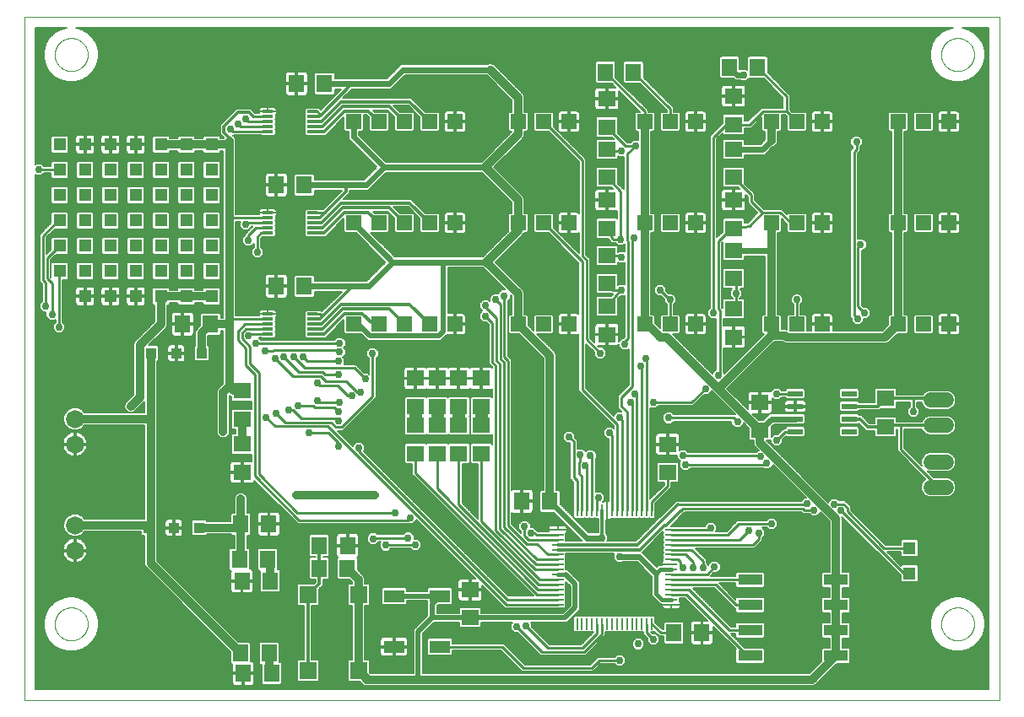
<source format=gtl>
G75*
%MOIN*%
%OFA0B0*%
%FSLAX25Y25*%
%IPPOS*%
%LPD*%
%AMOC8*
5,1,8,0,0,1.08239X$1,22.5*
%
%ADD10C,0.00000*%
%ADD11R,0.06000X0.06000*%
%ADD12R,0.05130X0.05130*%
%ADD13R,0.06299X0.07098*%
%ADD14R,0.07098X0.06299*%
%ADD15R,0.04362X0.04362*%
%ADD16R,0.08268X0.05118*%
%ADD17R,0.00984X0.04724*%
%ADD18R,0.04724X0.00984*%
%ADD19R,0.06102X0.02362*%
%ADD20R,0.09606X0.04449*%
%ADD21R,0.04331X0.01181*%
%ADD22R,0.06299X0.07087*%
%ADD23R,0.07087X0.06299*%
%ADD24R,0.07035X0.07035*%
%ADD25C,0.05937*%
%ADD26C,0.07200*%
%ADD27C,0.00600*%
%ADD28C,0.01000*%
%ADD29C,0.02978*%
%ADD30C,0.03200*%
%ADD31C,0.02400*%
%ADD32C,0.01200*%
%ADD33C,0.01600*%
%ADD34C,0.02000*%
%ADD35C,0.05000*%
D10*
X0002300Y0002300D02*
X0002300Y0272300D01*
X0387300Y0272300D01*
X0387300Y0002300D01*
X0002300Y0002300D01*
X0014300Y0032300D02*
X0014302Y0032461D01*
X0014308Y0032621D01*
X0014318Y0032782D01*
X0014332Y0032942D01*
X0014350Y0033102D01*
X0014371Y0033261D01*
X0014397Y0033420D01*
X0014427Y0033578D01*
X0014460Y0033735D01*
X0014498Y0033892D01*
X0014539Y0034047D01*
X0014584Y0034201D01*
X0014633Y0034354D01*
X0014686Y0034506D01*
X0014742Y0034657D01*
X0014803Y0034806D01*
X0014866Y0034954D01*
X0014934Y0035100D01*
X0015005Y0035244D01*
X0015079Y0035386D01*
X0015157Y0035527D01*
X0015239Y0035665D01*
X0015324Y0035802D01*
X0015412Y0035936D01*
X0015504Y0036068D01*
X0015599Y0036198D01*
X0015697Y0036326D01*
X0015798Y0036451D01*
X0015902Y0036573D01*
X0016009Y0036693D01*
X0016119Y0036810D01*
X0016232Y0036925D01*
X0016348Y0037036D01*
X0016467Y0037145D01*
X0016588Y0037250D01*
X0016712Y0037353D01*
X0016838Y0037453D01*
X0016966Y0037549D01*
X0017097Y0037642D01*
X0017231Y0037732D01*
X0017366Y0037819D01*
X0017504Y0037902D01*
X0017643Y0037982D01*
X0017785Y0038058D01*
X0017928Y0038131D01*
X0018073Y0038200D01*
X0018220Y0038266D01*
X0018368Y0038328D01*
X0018518Y0038386D01*
X0018669Y0038441D01*
X0018822Y0038492D01*
X0018976Y0038539D01*
X0019131Y0038582D01*
X0019287Y0038621D01*
X0019443Y0038657D01*
X0019601Y0038688D01*
X0019759Y0038716D01*
X0019918Y0038740D01*
X0020078Y0038760D01*
X0020238Y0038776D01*
X0020398Y0038788D01*
X0020559Y0038796D01*
X0020720Y0038800D01*
X0020880Y0038800D01*
X0021041Y0038796D01*
X0021202Y0038788D01*
X0021362Y0038776D01*
X0021522Y0038760D01*
X0021682Y0038740D01*
X0021841Y0038716D01*
X0021999Y0038688D01*
X0022157Y0038657D01*
X0022313Y0038621D01*
X0022469Y0038582D01*
X0022624Y0038539D01*
X0022778Y0038492D01*
X0022931Y0038441D01*
X0023082Y0038386D01*
X0023232Y0038328D01*
X0023380Y0038266D01*
X0023527Y0038200D01*
X0023672Y0038131D01*
X0023815Y0038058D01*
X0023957Y0037982D01*
X0024096Y0037902D01*
X0024234Y0037819D01*
X0024369Y0037732D01*
X0024503Y0037642D01*
X0024634Y0037549D01*
X0024762Y0037453D01*
X0024888Y0037353D01*
X0025012Y0037250D01*
X0025133Y0037145D01*
X0025252Y0037036D01*
X0025368Y0036925D01*
X0025481Y0036810D01*
X0025591Y0036693D01*
X0025698Y0036573D01*
X0025802Y0036451D01*
X0025903Y0036326D01*
X0026001Y0036198D01*
X0026096Y0036068D01*
X0026188Y0035936D01*
X0026276Y0035802D01*
X0026361Y0035665D01*
X0026443Y0035527D01*
X0026521Y0035386D01*
X0026595Y0035244D01*
X0026666Y0035100D01*
X0026734Y0034954D01*
X0026797Y0034806D01*
X0026858Y0034657D01*
X0026914Y0034506D01*
X0026967Y0034354D01*
X0027016Y0034201D01*
X0027061Y0034047D01*
X0027102Y0033892D01*
X0027140Y0033735D01*
X0027173Y0033578D01*
X0027203Y0033420D01*
X0027229Y0033261D01*
X0027250Y0033102D01*
X0027268Y0032942D01*
X0027282Y0032782D01*
X0027292Y0032621D01*
X0027298Y0032461D01*
X0027300Y0032300D01*
X0027298Y0032139D01*
X0027292Y0031979D01*
X0027282Y0031818D01*
X0027268Y0031658D01*
X0027250Y0031498D01*
X0027229Y0031339D01*
X0027203Y0031180D01*
X0027173Y0031022D01*
X0027140Y0030865D01*
X0027102Y0030708D01*
X0027061Y0030553D01*
X0027016Y0030399D01*
X0026967Y0030246D01*
X0026914Y0030094D01*
X0026858Y0029943D01*
X0026797Y0029794D01*
X0026734Y0029646D01*
X0026666Y0029500D01*
X0026595Y0029356D01*
X0026521Y0029214D01*
X0026443Y0029073D01*
X0026361Y0028935D01*
X0026276Y0028798D01*
X0026188Y0028664D01*
X0026096Y0028532D01*
X0026001Y0028402D01*
X0025903Y0028274D01*
X0025802Y0028149D01*
X0025698Y0028027D01*
X0025591Y0027907D01*
X0025481Y0027790D01*
X0025368Y0027675D01*
X0025252Y0027564D01*
X0025133Y0027455D01*
X0025012Y0027350D01*
X0024888Y0027247D01*
X0024762Y0027147D01*
X0024634Y0027051D01*
X0024503Y0026958D01*
X0024369Y0026868D01*
X0024234Y0026781D01*
X0024096Y0026698D01*
X0023957Y0026618D01*
X0023815Y0026542D01*
X0023672Y0026469D01*
X0023527Y0026400D01*
X0023380Y0026334D01*
X0023232Y0026272D01*
X0023082Y0026214D01*
X0022931Y0026159D01*
X0022778Y0026108D01*
X0022624Y0026061D01*
X0022469Y0026018D01*
X0022313Y0025979D01*
X0022157Y0025943D01*
X0021999Y0025912D01*
X0021841Y0025884D01*
X0021682Y0025860D01*
X0021522Y0025840D01*
X0021362Y0025824D01*
X0021202Y0025812D01*
X0021041Y0025804D01*
X0020880Y0025800D01*
X0020720Y0025800D01*
X0020559Y0025804D01*
X0020398Y0025812D01*
X0020238Y0025824D01*
X0020078Y0025840D01*
X0019918Y0025860D01*
X0019759Y0025884D01*
X0019601Y0025912D01*
X0019443Y0025943D01*
X0019287Y0025979D01*
X0019131Y0026018D01*
X0018976Y0026061D01*
X0018822Y0026108D01*
X0018669Y0026159D01*
X0018518Y0026214D01*
X0018368Y0026272D01*
X0018220Y0026334D01*
X0018073Y0026400D01*
X0017928Y0026469D01*
X0017785Y0026542D01*
X0017643Y0026618D01*
X0017504Y0026698D01*
X0017366Y0026781D01*
X0017231Y0026868D01*
X0017097Y0026958D01*
X0016966Y0027051D01*
X0016838Y0027147D01*
X0016712Y0027247D01*
X0016588Y0027350D01*
X0016467Y0027455D01*
X0016348Y0027564D01*
X0016232Y0027675D01*
X0016119Y0027790D01*
X0016009Y0027907D01*
X0015902Y0028027D01*
X0015798Y0028149D01*
X0015697Y0028274D01*
X0015599Y0028402D01*
X0015504Y0028532D01*
X0015412Y0028664D01*
X0015324Y0028798D01*
X0015239Y0028935D01*
X0015157Y0029073D01*
X0015079Y0029214D01*
X0015005Y0029356D01*
X0014934Y0029500D01*
X0014866Y0029646D01*
X0014803Y0029794D01*
X0014742Y0029943D01*
X0014686Y0030094D01*
X0014633Y0030246D01*
X0014584Y0030399D01*
X0014539Y0030553D01*
X0014498Y0030708D01*
X0014460Y0030865D01*
X0014427Y0031022D01*
X0014397Y0031180D01*
X0014371Y0031339D01*
X0014350Y0031498D01*
X0014332Y0031658D01*
X0014318Y0031818D01*
X0014308Y0031979D01*
X0014302Y0032139D01*
X0014300Y0032300D01*
X0014300Y0257300D02*
X0014302Y0257461D01*
X0014308Y0257621D01*
X0014318Y0257782D01*
X0014332Y0257942D01*
X0014350Y0258102D01*
X0014371Y0258261D01*
X0014397Y0258420D01*
X0014427Y0258578D01*
X0014460Y0258735D01*
X0014498Y0258892D01*
X0014539Y0259047D01*
X0014584Y0259201D01*
X0014633Y0259354D01*
X0014686Y0259506D01*
X0014742Y0259657D01*
X0014803Y0259806D01*
X0014866Y0259954D01*
X0014934Y0260100D01*
X0015005Y0260244D01*
X0015079Y0260386D01*
X0015157Y0260527D01*
X0015239Y0260665D01*
X0015324Y0260802D01*
X0015412Y0260936D01*
X0015504Y0261068D01*
X0015599Y0261198D01*
X0015697Y0261326D01*
X0015798Y0261451D01*
X0015902Y0261573D01*
X0016009Y0261693D01*
X0016119Y0261810D01*
X0016232Y0261925D01*
X0016348Y0262036D01*
X0016467Y0262145D01*
X0016588Y0262250D01*
X0016712Y0262353D01*
X0016838Y0262453D01*
X0016966Y0262549D01*
X0017097Y0262642D01*
X0017231Y0262732D01*
X0017366Y0262819D01*
X0017504Y0262902D01*
X0017643Y0262982D01*
X0017785Y0263058D01*
X0017928Y0263131D01*
X0018073Y0263200D01*
X0018220Y0263266D01*
X0018368Y0263328D01*
X0018518Y0263386D01*
X0018669Y0263441D01*
X0018822Y0263492D01*
X0018976Y0263539D01*
X0019131Y0263582D01*
X0019287Y0263621D01*
X0019443Y0263657D01*
X0019601Y0263688D01*
X0019759Y0263716D01*
X0019918Y0263740D01*
X0020078Y0263760D01*
X0020238Y0263776D01*
X0020398Y0263788D01*
X0020559Y0263796D01*
X0020720Y0263800D01*
X0020880Y0263800D01*
X0021041Y0263796D01*
X0021202Y0263788D01*
X0021362Y0263776D01*
X0021522Y0263760D01*
X0021682Y0263740D01*
X0021841Y0263716D01*
X0021999Y0263688D01*
X0022157Y0263657D01*
X0022313Y0263621D01*
X0022469Y0263582D01*
X0022624Y0263539D01*
X0022778Y0263492D01*
X0022931Y0263441D01*
X0023082Y0263386D01*
X0023232Y0263328D01*
X0023380Y0263266D01*
X0023527Y0263200D01*
X0023672Y0263131D01*
X0023815Y0263058D01*
X0023957Y0262982D01*
X0024096Y0262902D01*
X0024234Y0262819D01*
X0024369Y0262732D01*
X0024503Y0262642D01*
X0024634Y0262549D01*
X0024762Y0262453D01*
X0024888Y0262353D01*
X0025012Y0262250D01*
X0025133Y0262145D01*
X0025252Y0262036D01*
X0025368Y0261925D01*
X0025481Y0261810D01*
X0025591Y0261693D01*
X0025698Y0261573D01*
X0025802Y0261451D01*
X0025903Y0261326D01*
X0026001Y0261198D01*
X0026096Y0261068D01*
X0026188Y0260936D01*
X0026276Y0260802D01*
X0026361Y0260665D01*
X0026443Y0260527D01*
X0026521Y0260386D01*
X0026595Y0260244D01*
X0026666Y0260100D01*
X0026734Y0259954D01*
X0026797Y0259806D01*
X0026858Y0259657D01*
X0026914Y0259506D01*
X0026967Y0259354D01*
X0027016Y0259201D01*
X0027061Y0259047D01*
X0027102Y0258892D01*
X0027140Y0258735D01*
X0027173Y0258578D01*
X0027203Y0258420D01*
X0027229Y0258261D01*
X0027250Y0258102D01*
X0027268Y0257942D01*
X0027282Y0257782D01*
X0027292Y0257621D01*
X0027298Y0257461D01*
X0027300Y0257300D01*
X0027298Y0257139D01*
X0027292Y0256979D01*
X0027282Y0256818D01*
X0027268Y0256658D01*
X0027250Y0256498D01*
X0027229Y0256339D01*
X0027203Y0256180D01*
X0027173Y0256022D01*
X0027140Y0255865D01*
X0027102Y0255708D01*
X0027061Y0255553D01*
X0027016Y0255399D01*
X0026967Y0255246D01*
X0026914Y0255094D01*
X0026858Y0254943D01*
X0026797Y0254794D01*
X0026734Y0254646D01*
X0026666Y0254500D01*
X0026595Y0254356D01*
X0026521Y0254214D01*
X0026443Y0254073D01*
X0026361Y0253935D01*
X0026276Y0253798D01*
X0026188Y0253664D01*
X0026096Y0253532D01*
X0026001Y0253402D01*
X0025903Y0253274D01*
X0025802Y0253149D01*
X0025698Y0253027D01*
X0025591Y0252907D01*
X0025481Y0252790D01*
X0025368Y0252675D01*
X0025252Y0252564D01*
X0025133Y0252455D01*
X0025012Y0252350D01*
X0024888Y0252247D01*
X0024762Y0252147D01*
X0024634Y0252051D01*
X0024503Y0251958D01*
X0024369Y0251868D01*
X0024234Y0251781D01*
X0024096Y0251698D01*
X0023957Y0251618D01*
X0023815Y0251542D01*
X0023672Y0251469D01*
X0023527Y0251400D01*
X0023380Y0251334D01*
X0023232Y0251272D01*
X0023082Y0251214D01*
X0022931Y0251159D01*
X0022778Y0251108D01*
X0022624Y0251061D01*
X0022469Y0251018D01*
X0022313Y0250979D01*
X0022157Y0250943D01*
X0021999Y0250912D01*
X0021841Y0250884D01*
X0021682Y0250860D01*
X0021522Y0250840D01*
X0021362Y0250824D01*
X0021202Y0250812D01*
X0021041Y0250804D01*
X0020880Y0250800D01*
X0020720Y0250800D01*
X0020559Y0250804D01*
X0020398Y0250812D01*
X0020238Y0250824D01*
X0020078Y0250840D01*
X0019918Y0250860D01*
X0019759Y0250884D01*
X0019601Y0250912D01*
X0019443Y0250943D01*
X0019287Y0250979D01*
X0019131Y0251018D01*
X0018976Y0251061D01*
X0018822Y0251108D01*
X0018669Y0251159D01*
X0018518Y0251214D01*
X0018368Y0251272D01*
X0018220Y0251334D01*
X0018073Y0251400D01*
X0017928Y0251469D01*
X0017785Y0251542D01*
X0017643Y0251618D01*
X0017504Y0251698D01*
X0017366Y0251781D01*
X0017231Y0251868D01*
X0017097Y0251958D01*
X0016966Y0252051D01*
X0016838Y0252147D01*
X0016712Y0252247D01*
X0016588Y0252350D01*
X0016467Y0252455D01*
X0016348Y0252564D01*
X0016232Y0252675D01*
X0016119Y0252790D01*
X0016009Y0252907D01*
X0015902Y0253027D01*
X0015798Y0253149D01*
X0015697Y0253274D01*
X0015599Y0253402D01*
X0015504Y0253532D01*
X0015412Y0253664D01*
X0015324Y0253798D01*
X0015239Y0253935D01*
X0015157Y0254073D01*
X0015079Y0254214D01*
X0015005Y0254356D01*
X0014934Y0254500D01*
X0014866Y0254646D01*
X0014803Y0254794D01*
X0014742Y0254943D01*
X0014686Y0255094D01*
X0014633Y0255246D01*
X0014584Y0255399D01*
X0014539Y0255553D01*
X0014498Y0255708D01*
X0014460Y0255865D01*
X0014427Y0256022D01*
X0014397Y0256180D01*
X0014371Y0256339D01*
X0014350Y0256498D01*
X0014332Y0256658D01*
X0014318Y0256818D01*
X0014308Y0256979D01*
X0014302Y0257139D01*
X0014300Y0257300D01*
X0364300Y0257300D02*
X0364302Y0257461D01*
X0364308Y0257621D01*
X0364318Y0257782D01*
X0364332Y0257942D01*
X0364350Y0258102D01*
X0364371Y0258261D01*
X0364397Y0258420D01*
X0364427Y0258578D01*
X0364460Y0258735D01*
X0364498Y0258892D01*
X0364539Y0259047D01*
X0364584Y0259201D01*
X0364633Y0259354D01*
X0364686Y0259506D01*
X0364742Y0259657D01*
X0364803Y0259806D01*
X0364866Y0259954D01*
X0364934Y0260100D01*
X0365005Y0260244D01*
X0365079Y0260386D01*
X0365157Y0260527D01*
X0365239Y0260665D01*
X0365324Y0260802D01*
X0365412Y0260936D01*
X0365504Y0261068D01*
X0365599Y0261198D01*
X0365697Y0261326D01*
X0365798Y0261451D01*
X0365902Y0261573D01*
X0366009Y0261693D01*
X0366119Y0261810D01*
X0366232Y0261925D01*
X0366348Y0262036D01*
X0366467Y0262145D01*
X0366588Y0262250D01*
X0366712Y0262353D01*
X0366838Y0262453D01*
X0366966Y0262549D01*
X0367097Y0262642D01*
X0367231Y0262732D01*
X0367366Y0262819D01*
X0367504Y0262902D01*
X0367643Y0262982D01*
X0367785Y0263058D01*
X0367928Y0263131D01*
X0368073Y0263200D01*
X0368220Y0263266D01*
X0368368Y0263328D01*
X0368518Y0263386D01*
X0368669Y0263441D01*
X0368822Y0263492D01*
X0368976Y0263539D01*
X0369131Y0263582D01*
X0369287Y0263621D01*
X0369443Y0263657D01*
X0369601Y0263688D01*
X0369759Y0263716D01*
X0369918Y0263740D01*
X0370078Y0263760D01*
X0370238Y0263776D01*
X0370398Y0263788D01*
X0370559Y0263796D01*
X0370720Y0263800D01*
X0370880Y0263800D01*
X0371041Y0263796D01*
X0371202Y0263788D01*
X0371362Y0263776D01*
X0371522Y0263760D01*
X0371682Y0263740D01*
X0371841Y0263716D01*
X0371999Y0263688D01*
X0372157Y0263657D01*
X0372313Y0263621D01*
X0372469Y0263582D01*
X0372624Y0263539D01*
X0372778Y0263492D01*
X0372931Y0263441D01*
X0373082Y0263386D01*
X0373232Y0263328D01*
X0373380Y0263266D01*
X0373527Y0263200D01*
X0373672Y0263131D01*
X0373815Y0263058D01*
X0373957Y0262982D01*
X0374096Y0262902D01*
X0374234Y0262819D01*
X0374369Y0262732D01*
X0374503Y0262642D01*
X0374634Y0262549D01*
X0374762Y0262453D01*
X0374888Y0262353D01*
X0375012Y0262250D01*
X0375133Y0262145D01*
X0375252Y0262036D01*
X0375368Y0261925D01*
X0375481Y0261810D01*
X0375591Y0261693D01*
X0375698Y0261573D01*
X0375802Y0261451D01*
X0375903Y0261326D01*
X0376001Y0261198D01*
X0376096Y0261068D01*
X0376188Y0260936D01*
X0376276Y0260802D01*
X0376361Y0260665D01*
X0376443Y0260527D01*
X0376521Y0260386D01*
X0376595Y0260244D01*
X0376666Y0260100D01*
X0376734Y0259954D01*
X0376797Y0259806D01*
X0376858Y0259657D01*
X0376914Y0259506D01*
X0376967Y0259354D01*
X0377016Y0259201D01*
X0377061Y0259047D01*
X0377102Y0258892D01*
X0377140Y0258735D01*
X0377173Y0258578D01*
X0377203Y0258420D01*
X0377229Y0258261D01*
X0377250Y0258102D01*
X0377268Y0257942D01*
X0377282Y0257782D01*
X0377292Y0257621D01*
X0377298Y0257461D01*
X0377300Y0257300D01*
X0377298Y0257139D01*
X0377292Y0256979D01*
X0377282Y0256818D01*
X0377268Y0256658D01*
X0377250Y0256498D01*
X0377229Y0256339D01*
X0377203Y0256180D01*
X0377173Y0256022D01*
X0377140Y0255865D01*
X0377102Y0255708D01*
X0377061Y0255553D01*
X0377016Y0255399D01*
X0376967Y0255246D01*
X0376914Y0255094D01*
X0376858Y0254943D01*
X0376797Y0254794D01*
X0376734Y0254646D01*
X0376666Y0254500D01*
X0376595Y0254356D01*
X0376521Y0254214D01*
X0376443Y0254073D01*
X0376361Y0253935D01*
X0376276Y0253798D01*
X0376188Y0253664D01*
X0376096Y0253532D01*
X0376001Y0253402D01*
X0375903Y0253274D01*
X0375802Y0253149D01*
X0375698Y0253027D01*
X0375591Y0252907D01*
X0375481Y0252790D01*
X0375368Y0252675D01*
X0375252Y0252564D01*
X0375133Y0252455D01*
X0375012Y0252350D01*
X0374888Y0252247D01*
X0374762Y0252147D01*
X0374634Y0252051D01*
X0374503Y0251958D01*
X0374369Y0251868D01*
X0374234Y0251781D01*
X0374096Y0251698D01*
X0373957Y0251618D01*
X0373815Y0251542D01*
X0373672Y0251469D01*
X0373527Y0251400D01*
X0373380Y0251334D01*
X0373232Y0251272D01*
X0373082Y0251214D01*
X0372931Y0251159D01*
X0372778Y0251108D01*
X0372624Y0251061D01*
X0372469Y0251018D01*
X0372313Y0250979D01*
X0372157Y0250943D01*
X0371999Y0250912D01*
X0371841Y0250884D01*
X0371682Y0250860D01*
X0371522Y0250840D01*
X0371362Y0250824D01*
X0371202Y0250812D01*
X0371041Y0250804D01*
X0370880Y0250800D01*
X0370720Y0250800D01*
X0370559Y0250804D01*
X0370398Y0250812D01*
X0370238Y0250824D01*
X0370078Y0250840D01*
X0369918Y0250860D01*
X0369759Y0250884D01*
X0369601Y0250912D01*
X0369443Y0250943D01*
X0369287Y0250979D01*
X0369131Y0251018D01*
X0368976Y0251061D01*
X0368822Y0251108D01*
X0368669Y0251159D01*
X0368518Y0251214D01*
X0368368Y0251272D01*
X0368220Y0251334D01*
X0368073Y0251400D01*
X0367928Y0251469D01*
X0367785Y0251542D01*
X0367643Y0251618D01*
X0367504Y0251698D01*
X0367366Y0251781D01*
X0367231Y0251868D01*
X0367097Y0251958D01*
X0366966Y0252051D01*
X0366838Y0252147D01*
X0366712Y0252247D01*
X0366588Y0252350D01*
X0366467Y0252455D01*
X0366348Y0252564D01*
X0366232Y0252675D01*
X0366119Y0252790D01*
X0366009Y0252907D01*
X0365902Y0253027D01*
X0365798Y0253149D01*
X0365697Y0253274D01*
X0365599Y0253402D01*
X0365504Y0253532D01*
X0365412Y0253664D01*
X0365324Y0253798D01*
X0365239Y0253935D01*
X0365157Y0254073D01*
X0365079Y0254214D01*
X0365005Y0254356D01*
X0364934Y0254500D01*
X0364866Y0254646D01*
X0364803Y0254794D01*
X0364742Y0254943D01*
X0364686Y0255094D01*
X0364633Y0255246D01*
X0364584Y0255399D01*
X0364539Y0255553D01*
X0364498Y0255708D01*
X0364460Y0255865D01*
X0364427Y0256022D01*
X0364397Y0256180D01*
X0364371Y0256339D01*
X0364350Y0256498D01*
X0364332Y0256658D01*
X0364318Y0256818D01*
X0364308Y0256979D01*
X0364302Y0257139D01*
X0364300Y0257300D01*
X0364300Y0032300D02*
X0364302Y0032461D01*
X0364308Y0032621D01*
X0364318Y0032782D01*
X0364332Y0032942D01*
X0364350Y0033102D01*
X0364371Y0033261D01*
X0364397Y0033420D01*
X0364427Y0033578D01*
X0364460Y0033735D01*
X0364498Y0033892D01*
X0364539Y0034047D01*
X0364584Y0034201D01*
X0364633Y0034354D01*
X0364686Y0034506D01*
X0364742Y0034657D01*
X0364803Y0034806D01*
X0364866Y0034954D01*
X0364934Y0035100D01*
X0365005Y0035244D01*
X0365079Y0035386D01*
X0365157Y0035527D01*
X0365239Y0035665D01*
X0365324Y0035802D01*
X0365412Y0035936D01*
X0365504Y0036068D01*
X0365599Y0036198D01*
X0365697Y0036326D01*
X0365798Y0036451D01*
X0365902Y0036573D01*
X0366009Y0036693D01*
X0366119Y0036810D01*
X0366232Y0036925D01*
X0366348Y0037036D01*
X0366467Y0037145D01*
X0366588Y0037250D01*
X0366712Y0037353D01*
X0366838Y0037453D01*
X0366966Y0037549D01*
X0367097Y0037642D01*
X0367231Y0037732D01*
X0367366Y0037819D01*
X0367504Y0037902D01*
X0367643Y0037982D01*
X0367785Y0038058D01*
X0367928Y0038131D01*
X0368073Y0038200D01*
X0368220Y0038266D01*
X0368368Y0038328D01*
X0368518Y0038386D01*
X0368669Y0038441D01*
X0368822Y0038492D01*
X0368976Y0038539D01*
X0369131Y0038582D01*
X0369287Y0038621D01*
X0369443Y0038657D01*
X0369601Y0038688D01*
X0369759Y0038716D01*
X0369918Y0038740D01*
X0370078Y0038760D01*
X0370238Y0038776D01*
X0370398Y0038788D01*
X0370559Y0038796D01*
X0370720Y0038800D01*
X0370880Y0038800D01*
X0371041Y0038796D01*
X0371202Y0038788D01*
X0371362Y0038776D01*
X0371522Y0038760D01*
X0371682Y0038740D01*
X0371841Y0038716D01*
X0371999Y0038688D01*
X0372157Y0038657D01*
X0372313Y0038621D01*
X0372469Y0038582D01*
X0372624Y0038539D01*
X0372778Y0038492D01*
X0372931Y0038441D01*
X0373082Y0038386D01*
X0373232Y0038328D01*
X0373380Y0038266D01*
X0373527Y0038200D01*
X0373672Y0038131D01*
X0373815Y0038058D01*
X0373957Y0037982D01*
X0374096Y0037902D01*
X0374234Y0037819D01*
X0374369Y0037732D01*
X0374503Y0037642D01*
X0374634Y0037549D01*
X0374762Y0037453D01*
X0374888Y0037353D01*
X0375012Y0037250D01*
X0375133Y0037145D01*
X0375252Y0037036D01*
X0375368Y0036925D01*
X0375481Y0036810D01*
X0375591Y0036693D01*
X0375698Y0036573D01*
X0375802Y0036451D01*
X0375903Y0036326D01*
X0376001Y0036198D01*
X0376096Y0036068D01*
X0376188Y0035936D01*
X0376276Y0035802D01*
X0376361Y0035665D01*
X0376443Y0035527D01*
X0376521Y0035386D01*
X0376595Y0035244D01*
X0376666Y0035100D01*
X0376734Y0034954D01*
X0376797Y0034806D01*
X0376858Y0034657D01*
X0376914Y0034506D01*
X0376967Y0034354D01*
X0377016Y0034201D01*
X0377061Y0034047D01*
X0377102Y0033892D01*
X0377140Y0033735D01*
X0377173Y0033578D01*
X0377203Y0033420D01*
X0377229Y0033261D01*
X0377250Y0033102D01*
X0377268Y0032942D01*
X0377282Y0032782D01*
X0377292Y0032621D01*
X0377298Y0032461D01*
X0377300Y0032300D01*
X0377298Y0032139D01*
X0377292Y0031979D01*
X0377282Y0031818D01*
X0377268Y0031658D01*
X0377250Y0031498D01*
X0377229Y0031339D01*
X0377203Y0031180D01*
X0377173Y0031022D01*
X0377140Y0030865D01*
X0377102Y0030708D01*
X0377061Y0030553D01*
X0377016Y0030399D01*
X0376967Y0030246D01*
X0376914Y0030094D01*
X0376858Y0029943D01*
X0376797Y0029794D01*
X0376734Y0029646D01*
X0376666Y0029500D01*
X0376595Y0029356D01*
X0376521Y0029214D01*
X0376443Y0029073D01*
X0376361Y0028935D01*
X0376276Y0028798D01*
X0376188Y0028664D01*
X0376096Y0028532D01*
X0376001Y0028402D01*
X0375903Y0028274D01*
X0375802Y0028149D01*
X0375698Y0028027D01*
X0375591Y0027907D01*
X0375481Y0027790D01*
X0375368Y0027675D01*
X0375252Y0027564D01*
X0375133Y0027455D01*
X0375012Y0027350D01*
X0374888Y0027247D01*
X0374762Y0027147D01*
X0374634Y0027051D01*
X0374503Y0026958D01*
X0374369Y0026868D01*
X0374234Y0026781D01*
X0374096Y0026698D01*
X0373957Y0026618D01*
X0373815Y0026542D01*
X0373672Y0026469D01*
X0373527Y0026400D01*
X0373380Y0026334D01*
X0373232Y0026272D01*
X0373082Y0026214D01*
X0372931Y0026159D01*
X0372778Y0026108D01*
X0372624Y0026061D01*
X0372469Y0026018D01*
X0372313Y0025979D01*
X0372157Y0025943D01*
X0371999Y0025912D01*
X0371841Y0025884D01*
X0371682Y0025860D01*
X0371522Y0025840D01*
X0371362Y0025824D01*
X0371202Y0025812D01*
X0371041Y0025804D01*
X0370880Y0025800D01*
X0370720Y0025800D01*
X0370559Y0025804D01*
X0370398Y0025812D01*
X0370238Y0025824D01*
X0370078Y0025840D01*
X0369918Y0025860D01*
X0369759Y0025884D01*
X0369601Y0025912D01*
X0369443Y0025943D01*
X0369287Y0025979D01*
X0369131Y0026018D01*
X0368976Y0026061D01*
X0368822Y0026108D01*
X0368669Y0026159D01*
X0368518Y0026214D01*
X0368368Y0026272D01*
X0368220Y0026334D01*
X0368073Y0026400D01*
X0367928Y0026469D01*
X0367785Y0026542D01*
X0367643Y0026618D01*
X0367504Y0026698D01*
X0367366Y0026781D01*
X0367231Y0026868D01*
X0367097Y0026958D01*
X0366966Y0027051D01*
X0366838Y0027147D01*
X0366712Y0027247D01*
X0366588Y0027350D01*
X0366467Y0027455D01*
X0366348Y0027564D01*
X0366232Y0027675D01*
X0366119Y0027790D01*
X0366009Y0027907D01*
X0365902Y0028027D01*
X0365798Y0028149D01*
X0365697Y0028274D01*
X0365599Y0028402D01*
X0365504Y0028532D01*
X0365412Y0028664D01*
X0365324Y0028798D01*
X0365239Y0028935D01*
X0365157Y0029073D01*
X0365079Y0029214D01*
X0365005Y0029356D01*
X0364934Y0029500D01*
X0364866Y0029646D01*
X0364803Y0029794D01*
X0364742Y0029943D01*
X0364686Y0030094D01*
X0364633Y0030246D01*
X0364584Y0030399D01*
X0364539Y0030553D01*
X0364498Y0030708D01*
X0364460Y0030865D01*
X0364427Y0031022D01*
X0364397Y0031180D01*
X0364371Y0031339D01*
X0364350Y0031498D01*
X0364332Y0031658D01*
X0364318Y0031818D01*
X0364308Y0031979D01*
X0364302Y0032139D01*
X0364300Y0032300D01*
D11*
X0367300Y0150800D03*
X0357300Y0150800D03*
X0347300Y0150800D03*
X0317300Y0150800D03*
X0307300Y0150800D03*
X0297300Y0150800D03*
X0267300Y0150800D03*
X0257300Y0150800D03*
X0247300Y0150800D03*
X0217300Y0150800D03*
X0207300Y0150800D03*
X0197300Y0150800D03*
X0172300Y0150800D03*
X0162300Y0150800D03*
X0152300Y0150800D03*
X0142300Y0150800D03*
X0132300Y0150800D03*
X0132300Y0190800D03*
X0142300Y0190800D03*
X0152300Y0190800D03*
X0162300Y0190800D03*
X0172300Y0190800D03*
X0197300Y0190800D03*
X0207300Y0190800D03*
X0217300Y0190800D03*
X0247300Y0190800D03*
X0257300Y0190800D03*
X0267300Y0190800D03*
X0297300Y0190800D03*
X0307300Y0190800D03*
X0317300Y0190800D03*
X0347300Y0190800D03*
X0357300Y0190800D03*
X0367300Y0190800D03*
X0367300Y0230800D03*
X0357300Y0230800D03*
X0347300Y0230800D03*
X0317300Y0230800D03*
X0307300Y0230800D03*
X0297300Y0230800D03*
X0267300Y0230800D03*
X0257300Y0230800D03*
X0247300Y0230800D03*
X0217300Y0230800D03*
X0207300Y0230800D03*
X0197300Y0230800D03*
X0172300Y0230800D03*
X0162300Y0230800D03*
X0152300Y0230800D03*
X0142300Y0230800D03*
X0132300Y0230800D03*
D12*
X0076300Y0221800D03*
X0066300Y0221800D03*
X0056300Y0221800D03*
X0046300Y0221800D03*
X0036300Y0221800D03*
X0026300Y0221800D03*
X0016300Y0221800D03*
X0016300Y0211800D03*
X0026300Y0211800D03*
X0036300Y0211800D03*
X0046300Y0211800D03*
X0056300Y0211800D03*
X0066300Y0211800D03*
X0076300Y0211800D03*
X0076300Y0201800D03*
X0066300Y0201800D03*
X0066300Y0191800D03*
X0076300Y0191800D03*
X0076300Y0181800D03*
X0066300Y0181800D03*
X0056300Y0181800D03*
X0046300Y0181800D03*
X0036300Y0181800D03*
X0026300Y0181800D03*
X0016300Y0181800D03*
X0016300Y0171800D03*
X0026300Y0171800D03*
X0026300Y0161800D03*
X0036300Y0161800D03*
X0046300Y0161800D03*
X0046300Y0171800D03*
X0036300Y0171800D03*
X0056300Y0171800D03*
X0056300Y0161800D03*
X0066300Y0161800D03*
X0076300Y0161800D03*
X0076300Y0171800D03*
X0066300Y0171800D03*
X0056300Y0191800D03*
X0056300Y0201800D03*
X0046300Y0201800D03*
X0036300Y0201800D03*
X0036300Y0191800D03*
X0046300Y0191800D03*
X0026300Y0191800D03*
X0016300Y0191800D03*
X0016300Y0201800D03*
X0026300Y0201800D03*
X0351800Y0062300D03*
X0351800Y0052300D03*
D13*
X0129898Y0063300D03*
X0118702Y0063300D03*
X0098398Y0057800D03*
X0099398Y0049300D03*
X0088202Y0049300D03*
X0087202Y0057800D03*
X0087702Y0020800D03*
X0088702Y0012800D03*
X0099898Y0012800D03*
X0098898Y0020800D03*
D14*
X0088300Y0092202D03*
X0088300Y0103398D03*
X0088300Y0113202D03*
X0088300Y0124398D03*
X0156800Y0129398D03*
X0165300Y0129398D03*
X0173800Y0129398D03*
X0182800Y0129398D03*
X0182800Y0118202D03*
X0173800Y0118202D03*
X0165300Y0118202D03*
X0156800Y0118202D03*
X0156800Y0110898D03*
X0165300Y0110898D03*
X0173800Y0110898D03*
X0182800Y0110898D03*
X0182800Y0099702D03*
X0173800Y0099702D03*
X0165300Y0099702D03*
X0156800Y0099702D03*
X0232300Y0146702D03*
X0232300Y0157898D03*
X0232300Y0188702D03*
X0232300Y0199898D03*
X0232300Y0228702D03*
X0232300Y0239898D03*
X0282300Y0240898D03*
X0282300Y0229702D03*
X0282300Y0199898D03*
X0282300Y0188702D03*
X0282300Y0156898D03*
X0282300Y0145702D03*
X0342300Y0121398D03*
X0342300Y0110202D03*
D15*
X0072300Y0139300D03*
X0062300Y0139300D03*
X0052300Y0139300D03*
X0051300Y0070300D03*
X0061300Y0070300D03*
X0071300Y0070300D03*
D16*
X0148245Y0043300D03*
X0166355Y0043300D03*
X0166355Y0023300D03*
X0148245Y0023300D03*
D17*
X0220536Y0032359D03*
X0222505Y0032359D03*
X0224473Y0032359D03*
X0226442Y0032359D03*
X0228410Y0032359D03*
X0230379Y0032359D03*
X0232347Y0032359D03*
X0234316Y0032359D03*
X0236284Y0032359D03*
X0238253Y0032359D03*
X0240221Y0032359D03*
X0242190Y0032359D03*
X0244158Y0032359D03*
X0246127Y0032359D03*
X0248095Y0032359D03*
X0250064Y0032359D03*
X0250064Y0077241D03*
X0248095Y0077241D03*
X0246127Y0077241D03*
X0244158Y0077241D03*
X0242190Y0077241D03*
X0240221Y0077241D03*
X0238253Y0077241D03*
X0236284Y0077241D03*
X0234316Y0077241D03*
X0232347Y0077241D03*
X0230379Y0077241D03*
X0228410Y0077241D03*
X0226442Y0077241D03*
X0224473Y0077241D03*
X0222505Y0077241D03*
X0220536Y0077241D03*
D18*
X0212859Y0069564D03*
X0212859Y0067595D03*
X0212859Y0065627D03*
X0212859Y0063658D03*
X0212859Y0061690D03*
X0212859Y0059721D03*
X0212859Y0057753D03*
X0212859Y0055784D03*
X0212859Y0053816D03*
X0212859Y0051847D03*
X0212859Y0049879D03*
X0212859Y0047910D03*
X0212859Y0045942D03*
X0212859Y0043973D03*
X0212859Y0042005D03*
X0212859Y0040036D03*
X0257741Y0040036D03*
X0257741Y0042005D03*
X0257741Y0043973D03*
X0257741Y0045942D03*
X0257741Y0047910D03*
X0257741Y0049879D03*
X0257741Y0051847D03*
X0257741Y0053816D03*
X0257741Y0055784D03*
X0257741Y0057753D03*
X0257741Y0059721D03*
X0257741Y0061690D03*
X0257741Y0063658D03*
X0257741Y0065627D03*
X0257741Y0067595D03*
X0257741Y0069564D03*
D19*
X0306670Y0108300D03*
X0306670Y0113300D03*
X0306670Y0118300D03*
X0306670Y0123300D03*
X0327930Y0123300D03*
X0327930Y0118300D03*
X0327930Y0113300D03*
X0327930Y0108300D03*
D20*
X0322729Y0049800D03*
X0322729Y0039800D03*
X0322729Y0029800D03*
X0322729Y0019800D03*
X0288871Y0019800D03*
X0288871Y0029800D03*
X0288871Y0039800D03*
X0288871Y0049800D03*
D21*
X0116158Y0146863D03*
X0116158Y0148831D03*
X0116158Y0150800D03*
X0116158Y0152769D03*
X0116158Y0154737D03*
X0098442Y0154737D03*
X0098442Y0152769D03*
X0098442Y0150800D03*
X0098442Y0148831D03*
X0098442Y0146863D03*
X0098442Y0186863D03*
X0098442Y0188831D03*
X0098442Y0190800D03*
X0098442Y0192769D03*
X0098442Y0194737D03*
X0116158Y0194737D03*
X0116158Y0192769D03*
X0116158Y0190800D03*
X0116158Y0188831D03*
X0116158Y0186863D03*
X0116158Y0226863D03*
X0116158Y0228831D03*
X0116158Y0230800D03*
X0116158Y0232769D03*
X0116158Y0234737D03*
X0098442Y0234737D03*
X0098442Y0232769D03*
X0098442Y0230800D03*
X0098442Y0228831D03*
X0098442Y0226863D03*
D22*
X0109788Y0245800D03*
X0120812Y0245800D03*
X0112812Y0205800D03*
X0101788Y0205800D03*
X0101788Y0165800D03*
X0112812Y0165800D03*
X0075812Y0150800D03*
X0064788Y0150800D03*
X0087788Y0071800D03*
X0098812Y0071800D03*
X0118788Y0054300D03*
X0129812Y0054300D03*
X0198788Y0080800D03*
X0209812Y0080800D03*
X0258788Y0028800D03*
X0269812Y0028800D03*
X0242812Y0250300D03*
X0231788Y0250300D03*
X0280788Y0252300D03*
X0291812Y0252300D03*
D23*
X0282300Y0219812D03*
X0282300Y0208788D03*
X0282300Y0179812D03*
X0282300Y0168788D03*
X0232300Y0166788D03*
X0232300Y0177812D03*
X0232300Y0208788D03*
X0232300Y0219812D03*
X0292800Y0119812D03*
X0292800Y0108788D03*
X0256300Y0103312D03*
X0256300Y0092288D03*
X0178300Y0045812D03*
X0178300Y0034788D03*
D24*
X0134300Y0043800D03*
X0114300Y0043800D03*
X0114300Y0013800D03*
X0134300Y0013800D03*
D25*
X0360331Y0086300D02*
X0366269Y0086300D01*
X0366269Y0096300D02*
X0360331Y0096300D01*
X0360331Y0110800D02*
X0366269Y0110800D01*
X0366269Y0120800D02*
X0360331Y0120800D01*
D26*
X0022300Y0113300D03*
X0022300Y0103300D03*
X0022300Y0071300D03*
X0022300Y0061300D03*
D27*
X0022600Y0061553D02*
X0049800Y0061553D01*
X0049800Y0062151D02*
X0027126Y0062151D01*
X0027079Y0062447D02*
X0026841Y0063181D01*
X0026491Y0063868D01*
X0026037Y0064492D01*
X0025492Y0065037D01*
X0024868Y0065491D01*
X0024181Y0065841D01*
X0023447Y0066079D01*
X0022686Y0066200D01*
X0022600Y0066200D01*
X0022600Y0061600D01*
X0022000Y0061600D01*
X0022000Y0066200D01*
X0021914Y0066200D01*
X0021153Y0066079D01*
X0020419Y0065841D01*
X0019732Y0065491D01*
X0019108Y0065037D01*
X0018562Y0064492D01*
X0018109Y0063868D01*
X0017759Y0063181D01*
X0017521Y0062447D01*
X0017400Y0061686D01*
X0017400Y0061600D01*
X0022000Y0061600D01*
X0022000Y0061000D01*
X0017400Y0061000D01*
X0017400Y0060914D01*
X0017521Y0060153D01*
X0017759Y0059419D01*
X0018109Y0058732D01*
X0018562Y0058108D01*
X0019108Y0057562D01*
X0019732Y0057109D01*
X0020419Y0056759D01*
X0021153Y0056521D01*
X0021914Y0056400D01*
X0022000Y0056400D01*
X0022000Y0061000D01*
X0022600Y0061000D01*
X0022600Y0061600D01*
X0027200Y0061600D01*
X0027200Y0061686D01*
X0027079Y0062447D01*
X0026981Y0062750D02*
X0049800Y0062750D01*
X0049800Y0063348D02*
X0026756Y0063348D01*
X0026434Y0063947D02*
X0049800Y0063947D01*
X0049800Y0064545D02*
X0025984Y0064545D01*
X0025346Y0065144D02*
X0049800Y0065144D01*
X0049800Y0065742D02*
X0024375Y0065742D01*
X0023531Y0066939D02*
X0049800Y0066939D01*
X0049800Y0067219D02*
X0049800Y0055704D01*
X0050181Y0054785D01*
X0050884Y0054082D01*
X0083652Y0021314D01*
X0083652Y0016878D01*
X0084179Y0016351D01*
X0084252Y0016351D01*
X0084252Y0013100D01*
X0088402Y0013100D01*
X0088402Y0012500D01*
X0089002Y0012500D01*
X0089002Y0013100D01*
X0093151Y0013100D01*
X0093151Y0016520D01*
X0093063Y0016851D01*
X0092891Y0017147D01*
X0092649Y0017389D01*
X0092353Y0017561D01*
X0092022Y0017649D01*
X0091751Y0017649D01*
X0091751Y0024722D01*
X0091224Y0025249D01*
X0086788Y0025249D01*
X0054800Y0057237D01*
X0054800Y0136219D01*
X0054854Y0136219D01*
X0055381Y0136746D01*
X0055381Y0141854D01*
X0054854Y0142381D01*
X0051443Y0142381D01*
X0057716Y0148654D01*
X0057716Y0148654D01*
X0058419Y0149357D01*
X0058800Y0150276D01*
X0058800Y0158335D01*
X0059238Y0158335D01*
X0059765Y0158862D01*
X0059765Y0159300D01*
X0062835Y0159300D01*
X0062835Y0158862D01*
X0063362Y0158335D01*
X0069238Y0158335D01*
X0069765Y0158862D01*
X0069765Y0159300D01*
X0072835Y0159300D01*
X0072835Y0158862D01*
X0073362Y0158335D01*
X0079238Y0158335D01*
X0079765Y0158862D01*
X0079765Y0164738D01*
X0079238Y0165265D01*
X0073362Y0165265D01*
X0072835Y0164738D01*
X0072835Y0164300D01*
X0069765Y0164300D01*
X0069765Y0164738D01*
X0069238Y0165265D01*
X0063362Y0165265D01*
X0062835Y0164738D01*
X0062835Y0164300D01*
X0059765Y0164300D01*
X0059765Y0164738D01*
X0059238Y0165265D01*
X0053362Y0165265D01*
X0052835Y0164738D01*
X0052835Y0158862D01*
X0053362Y0158335D01*
X0053800Y0158335D01*
X0053800Y0151809D01*
X0046503Y0144512D01*
X0046503Y0144512D01*
X0045799Y0143809D01*
X0045419Y0142890D01*
X0045419Y0122954D01*
X0042181Y0119716D01*
X0042070Y0119448D01*
X0041911Y0119290D01*
X0041911Y0119065D01*
X0041800Y0118797D01*
X0041800Y0117803D01*
X0041911Y0117535D01*
X0041911Y0117310D01*
X0042070Y0117152D01*
X0042181Y0116884D01*
X0042884Y0116181D01*
X0043152Y0116070D01*
X0043310Y0115911D01*
X0043535Y0115911D01*
X0043803Y0115800D01*
X0044797Y0115800D01*
X0045065Y0115911D01*
X0045290Y0115911D01*
X0045448Y0116070D01*
X0045716Y0116181D01*
X0049335Y0119799D01*
X0049800Y0120264D01*
X0049800Y0115800D01*
X0026135Y0115800D01*
X0026115Y0115849D01*
X0024849Y0117115D01*
X0023195Y0117800D01*
X0021405Y0117800D01*
X0019751Y0117115D01*
X0018485Y0115849D01*
X0017800Y0114195D01*
X0017800Y0112405D01*
X0018485Y0110751D01*
X0019751Y0109485D01*
X0021405Y0108800D01*
X0023195Y0108800D01*
X0024849Y0109485D01*
X0026115Y0110751D01*
X0026135Y0110800D01*
X0049800Y0110800D01*
X0049800Y0073800D01*
X0026135Y0073800D01*
X0026115Y0073849D01*
X0024849Y0075115D01*
X0023195Y0075800D01*
X0021405Y0075800D01*
X0019751Y0075115D01*
X0018485Y0073849D01*
X0017800Y0072195D01*
X0017800Y0070405D01*
X0018485Y0068751D01*
X0019751Y0067485D01*
X0021405Y0066800D01*
X0023195Y0066800D01*
X0024849Y0067485D01*
X0026115Y0068751D01*
X0026135Y0068800D01*
X0048219Y0068800D01*
X0048219Y0067746D01*
X0048746Y0067219D01*
X0049800Y0067219D01*
X0049800Y0066341D02*
X0006600Y0066341D01*
X0006600Y0066939D02*
X0021069Y0066939D01*
X0020225Y0065742D02*
X0006600Y0065742D01*
X0006600Y0065144D02*
X0019254Y0065144D01*
X0018616Y0064545D02*
X0006600Y0064545D01*
X0006600Y0063947D02*
X0018166Y0063947D01*
X0017844Y0063348D02*
X0006600Y0063348D01*
X0006600Y0062750D02*
X0017619Y0062750D01*
X0017474Y0062151D02*
X0006600Y0062151D01*
X0006600Y0061553D02*
X0022000Y0061553D01*
X0022000Y0062151D02*
X0022600Y0062151D01*
X0022600Y0062750D02*
X0022000Y0062750D01*
X0022000Y0063348D02*
X0022600Y0063348D01*
X0022600Y0063947D02*
X0022000Y0063947D01*
X0022000Y0064545D02*
X0022600Y0064545D01*
X0022600Y0065144D02*
X0022000Y0065144D01*
X0022000Y0065742D02*
X0022600Y0065742D01*
X0024902Y0067538D02*
X0048427Y0067538D01*
X0048219Y0068136D02*
X0025500Y0068136D01*
X0026099Y0068735D02*
X0048219Y0068735D01*
X0049800Y0074121D02*
X0025843Y0074121D01*
X0025244Y0074720D02*
X0049800Y0074720D01*
X0049800Y0075318D02*
X0024358Y0075318D01*
X0020242Y0075318D02*
X0006600Y0075318D01*
X0006600Y0074720D02*
X0019356Y0074720D01*
X0018757Y0074121D02*
X0006600Y0074121D01*
X0006600Y0073523D02*
X0018350Y0073523D01*
X0018102Y0072924D02*
X0006600Y0072924D01*
X0006600Y0072326D02*
X0017854Y0072326D01*
X0017800Y0071727D02*
X0006600Y0071727D01*
X0006600Y0071129D02*
X0017800Y0071129D01*
X0017800Y0070530D02*
X0006600Y0070530D01*
X0006600Y0069932D02*
X0017996Y0069932D01*
X0018244Y0069333D02*
X0006600Y0069333D01*
X0006600Y0068735D02*
X0018501Y0068735D01*
X0019100Y0068136D02*
X0006600Y0068136D01*
X0006600Y0067538D02*
X0019698Y0067538D01*
X0017400Y0060954D02*
X0006600Y0060954D01*
X0006600Y0060356D02*
X0017488Y0060356D01*
X0017649Y0059757D02*
X0006600Y0059757D01*
X0006600Y0059159D02*
X0017892Y0059159D01*
X0018234Y0058560D02*
X0006600Y0058560D01*
X0006600Y0057962D02*
X0018709Y0057962D01*
X0019382Y0057363D02*
X0006600Y0057363D01*
X0006600Y0056765D02*
X0020408Y0056765D01*
X0022000Y0056765D02*
X0022600Y0056765D01*
X0022600Y0056400D02*
X0022686Y0056400D01*
X0023447Y0056521D01*
X0024181Y0056759D01*
X0024868Y0057109D01*
X0025492Y0057562D01*
X0026037Y0058108D01*
X0026491Y0058732D01*
X0026841Y0059419D01*
X0027079Y0060153D01*
X0027200Y0060914D01*
X0027200Y0061000D01*
X0022600Y0061000D01*
X0022600Y0056400D01*
X0022600Y0057363D02*
X0022000Y0057363D01*
X0022000Y0057962D02*
X0022600Y0057962D01*
X0022600Y0058560D02*
X0022000Y0058560D01*
X0022000Y0059159D02*
X0022600Y0059159D01*
X0022600Y0059757D02*
X0022000Y0059757D01*
X0022000Y0060356D02*
X0022600Y0060356D01*
X0022600Y0060954D02*
X0022000Y0060954D01*
X0025891Y0057962D02*
X0049800Y0057962D01*
X0049800Y0058560D02*
X0026366Y0058560D01*
X0026708Y0059159D02*
X0049800Y0059159D01*
X0049800Y0059757D02*
X0026951Y0059757D01*
X0027111Y0060356D02*
X0049800Y0060356D01*
X0049800Y0060954D02*
X0027200Y0060954D01*
X0025218Y0057363D02*
X0049800Y0057363D01*
X0049800Y0056765D02*
X0024192Y0056765D01*
X0022222Y0043100D02*
X0019378Y0043100D01*
X0016631Y0042364D01*
X0014169Y0040942D01*
X0012158Y0038931D01*
X0010736Y0036469D01*
X0010000Y0033722D01*
X0010000Y0030878D01*
X0010736Y0028131D01*
X0012158Y0025669D01*
X0014169Y0023658D01*
X0016631Y0022236D01*
X0019378Y0021500D01*
X0022222Y0021500D01*
X0024969Y0022236D01*
X0027431Y0023658D01*
X0029442Y0025669D01*
X0030864Y0028131D01*
X0031600Y0030878D01*
X0031600Y0033722D01*
X0030864Y0036469D01*
X0029442Y0038931D01*
X0027431Y0040942D01*
X0024969Y0042364D01*
X0022222Y0043100D01*
X0022600Y0042999D02*
X0061967Y0042999D01*
X0061369Y0043597D02*
X0006600Y0043597D01*
X0006600Y0042999D02*
X0019000Y0042999D01*
X0016767Y0042400D02*
X0006600Y0042400D01*
X0006600Y0041802D02*
X0015658Y0041802D01*
X0014621Y0041203D02*
X0006600Y0041203D01*
X0006600Y0040605D02*
X0013831Y0040605D01*
X0013233Y0040006D02*
X0006600Y0040006D01*
X0006600Y0039408D02*
X0012634Y0039408D01*
X0012087Y0038809D02*
X0006600Y0038809D01*
X0006600Y0038211D02*
X0011742Y0038211D01*
X0011396Y0037612D02*
X0006600Y0037612D01*
X0006600Y0037014D02*
X0011051Y0037014D01*
X0010722Y0036415D02*
X0006600Y0036415D01*
X0006600Y0035817D02*
X0010561Y0035817D01*
X0010401Y0035218D02*
X0006600Y0035218D01*
X0006600Y0034620D02*
X0010241Y0034620D01*
X0010080Y0034021D02*
X0006600Y0034021D01*
X0006600Y0033423D02*
X0010000Y0033423D01*
X0010000Y0032824D02*
X0006600Y0032824D01*
X0006600Y0032226D02*
X0010000Y0032226D01*
X0010000Y0031627D02*
X0006600Y0031627D01*
X0006600Y0031029D02*
X0010000Y0031029D01*
X0010120Y0030430D02*
X0006600Y0030430D01*
X0006600Y0029832D02*
X0010280Y0029832D01*
X0010441Y0029233D02*
X0006600Y0029233D01*
X0006600Y0028634D02*
X0010601Y0028634D01*
X0010791Y0028036D02*
X0006600Y0028036D01*
X0006600Y0027437D02*
X0011137Y0027437D01*
X0011482Y0026839D02*
X0006600Y0026839D01*
X0006600Y0026240D02*
X0011828Y0026240D01*
X0012185Y0025642D02*
X0006600Y0025642D01*
X0006600Y0025043D02*
X0012783Y0025043D01*
X0013382Y0024445D02*
X0006600Y0024445D01*
X0006600Y0023846D02*
X0013980Y0023846D01*
X0014879Y0023248D02*
X0006600Y0023248D01*
X0006600Y0022649D02*
X0015915Y0022649D01*
X0017322Y0022051D02*
X0006600Y0022051D01*
X0006600Y0021452D02*
X0083514Y0021452D01*
X0083652Y0020854D02*
X0006600Y0020854D01*
X0006600Y0020255D02*
X0083652Y0020255D01*
X0083652Y0019657D02*
X0006600Y0019657D01*
X0006600Y0019058D02*
X0083652Y0019058D01*
X0083652Y0018460D02*
X0006600Y0018460D01*
X0006600Y0017861D02*
X0083652Y0017861D01*
X0083652Y0017263D02*
X0006600Y0017263D01*
X0006600Y0016664D02*
X0083866Y0016664D01*
X0084252Y0016066D02*
X0006600Y0016066D01*
X0006600Y0015467D02*
X0084252Y0015467D01*
X0084252Y0014869D02*
X0006600Y0014869D01*
X0006600Y0014270D02*
X0084252Y0014270D01*
X0084252Y0013672D02*
X0006600Y0013672D01*
X0006600Y0013073D02*
X0088402Y0013073D01*
X0088402Y0012500D02*
X0084252Y0012500D01*
X0084252Y0009080D01*
X0084341Y0008749D01*
X0084512Y0008453D01*
X0084754Y0008211D01*
X0085050Y0008039D01*
X0085381Y0007951D01*
X0088402Y0007951D01*
X0088402Y0012500D01*
X0088402Y0012475D02*
X0089002Y0012475D01*
X0089002Y0012500D02*
X0089002Y0007951D01*
X0092022Y0007951D01*
X0092353Y0008039D01*
X0092649Y0008211D01*
X0092891Y0008453D01*
X0093063Y0008749D01*
X0093151Y0009080D01*
X0093151Y0012500D01*
X0089002Y0012500D01*
X0089002Y0013073D02*
X0095849Y0013073D01*
X0095849Y0012475D02*
X0093151Y0012475D01*
X0093151Y0011876D02*
X0095849Y0011876D01*
X0095849Y0011278D02*
X0093151Y0011278D01*
X0093151Y0010679D02*
X0095849Y0010679D01*
X0095849Y0010081D02*
X0093151Y0010081D01*
X0093151Y0009482D02*
X0095849Y0009482D01*
X0095849Y0008884D02*
X0093099Y0008884D01*
X0092724Y0008285D02*
X0135779Y0008285D01*
X0135884Y0008181D02*
X0135181Y0008884D01*
X0103948Y0008884D01*
X0103948Y0008878D02*
X0103948Y0016722D01*
X0103421Y0017249D01*
X0102948Y0017249D01*
X0102948Y0024722D01*
X0102421Y0025249D01*
X0095376Y0025249D01*
X0094849Y0024722D01*
X0094849Y0016878D01*
X0095376Y0016351D01*
X0095849Y0016351D01*
X0095849Y0008878D01*
X0096376Y0008351D01*
X0103421Y0008351D01*
X0103948Y0008878D01*
X0103948Y0009482D02*
X0110310Y0009482D01*
X0110410Y0009383D02*
X0118190Y0009383D01*
X0118717Y0009910D01*
X0118717Y0017690D01*
X0118190Y0018217D01*
X0115800Y0018217D01*
X0115800Y0039383D01*
X0118190Y0039383D01*
X0118717Y0039910D01*
X0118717Y0046096D01*
X0120288Y0047667D01*
X0120288Y0049857D01*
X0122311Y0049857D01*
X0122838Y0050384D01*
X0122838Y0058216D01*
X0122311Y0058743D01*
X0120205Y0058743D01*
X0120203Y0058851D01*
X0122224Y0058851D01*
X0122751Y0059378D01*
X0122751Y0067222D01*
X0122224Y0067749D01*
X0115179Y0067749D01*
X0114652Y0067222D01*
X0114652Y0059378D01*
X0115179Y0058851D01*
X0117202Y0058851D01*
X0117202Y0058743D01*
X0115266Y0058743D01*
X0114739Y0058216D01*
X0114739Y0050384D01*
X0115266Y0049857D01*
X0117288Y0049857D01*
X0117288Y0048910D01*
X0116596Y0048217D01*
X0110410Y0048217D01*
X0109883Y0047690D01*
X0109883Y0039910D01*
X0110410Y0039383D01*
X0112800Y0039383D01*
X0112800Y0018217D01*
X0110410Y0018217D01*
X0109883Y0017690D01*
X0109883Y0009910D01*
X0110410Y0009383D01*
X0109883Y0010081D02*
X0103948Y0010081D01*
X0103948Y0010679D02*
X0109883Y0010679D01*
X0109883Y0011278D02*
X0103948Y0011278D01*
X0103948Y0011876D02*
X0109883Y0011876D01*
X0109883Y0012475D02*
X0103948Y0012475D01*
X0103948Y0013073D02*
X0109883Y0013073D01*
X0109883Y0013672D02*
X0103948Y0013672D01*
X0103948Y0014270D02*
X0109883Y0014270D01*
X0109883Y0014869D02*
X0103948Y0014869D01*
X0103948Y0015467D02*
X0109883Y0015467D01*
X0109883Y0016066D02*
X0103948Y0016066D01*
X0103948Y0016664D02*
X0109883Y0016664D01*
X0109883Y0017263D02*
X0102948Y0017263D01*
X0102948Y0017861D02*
X0110054Y0017861D01*
X0112800Y0018460D02*
X0102948Y0018460D01*
X0102948Y0019058D02*
X0112800Y0019058D01*
X0112800Y0019657D02*
X0102948Y0019657D01*
X0102948Y0020255D02*
X0112800Y0020255D01*
X0112800Y0020854D02*
X0102948Y0020854D01*
X0102948Y0021452D02*
X0112800Y0021452D01*
X0112800Y0022051D02*
X0102948Y0022051D01*
X0102948Y0022649D02*
X0112800Y0022649D01*
X0112800Y0023248D02*
X0102948Y0023248D01*
X0102948Y0023846D02*
X0112800Y0023846D01*
X0112800Y0024445D02*
X0102948Y0024445D01*
X0102627Y0025043D02*
X0112800Y0025043D01*
X0112800Y0025642D02*
X0086395Y0025642D01*
X0085797Y0026240D02*
X0112800Y0026240D01*
X0112800Y0026839D02*
X0085198Y0026839D01*
X0084600Y0027437D02*
X0112800Y0027437D01*
X0112800Y0028036D02*
X0084001Y0028036D01*
X0083403Y0028634D02*
X0112800Y0028634D01*
X0112800Y0029233D02*
X0082804Y0029233D01*
X0082206Y0029832D02*
X0112800Y0029832D01*
X0112800Y0030430D02*
X0081607Y0030430D01*
X0081009Y0031029D02*
X0112800Y0031029D01*
X0112800Y0031627D02*
X0080410Y0031627D01*
X0079812Y0032226D02*
X0112800Y0032226D01*
X0112800Y0032824D02*
X0079213Y0032824D01*
X0078614Y0033423D02*
X0112800Y0033423D01*
X0112800Y0034021D02*
X0078016Y0034021D01*
X0077417Y0034620D02*
X0112800Y0034620D01*
X0112800Y0035218D02*
X0076819Y0035218D01*
X0076220Y0035817D02*
X0112800Y0035817D01*
X0112800Y0036415D02*
X0075622Y0036415D01*
X0075023Y0037014D02*
X0112800Y0037014D01*
X0112800Y0037612D02*
X0074425Y0037612D01*
X0073826Y0038211D02*
X0112800Y0038211D01*
X0112800Y0038809D02*
X0073228Y0038809D01*
X0072629Y0039408D02*
X0110385Y0039408D01*
X0109883Y0040006D02*
X0072031Y0040006D01*
X0071432Y0040605D02*
X0109883Y0040605D01*
X0109883Y0041203D02*
X0070834Y0041203D01*
X0070235Y0041802D02*
X0109883Y0041802D01*
X0109883Y0042400D02*
X0069637Y0042400D01*
X0069038Y0042999D02*
X0109883Y0042999D01*
X0109883Y0043597D02*
X0068440Y0043597D01*
X0067841Y0044196D02*
X0109883Y0044196D01*
X0109883Y0044794D02*
X0092233Y0044794D01*
X0092149Y0044711D02*
X0092391Y0044953D01*
X0092563Y0045249D01*
X0092651Y0045580D01*
X0092651Y0049000D01*
X0088502Y0049000D01*
X0088502Y0049600D01*
X0092651Y0049600D01*
X0092651Y0053020D01*
X0092563Y0053351D01*
X0092391Y0053647D01*
X0092149Y0053889D01*
X0091853Y0054061D01*
X0091522Y0054149D01*
X0091251Y0054149D01*
X0091251Y0061722D01*
X0090724Y0062249D01*
X0090288Y0062249D01*
X0090288Y0067357D01*
X0091311Y0067357D01*
X0091838Y0067884D01*
X0091838Y0075716D01*
X0091311Y0076243D01*
X0090288Y0076243D01*
X0090288Y0081274D01*
X0090300Y0081303D01*
X0090300Y0082297D01*
X0090189Y0082565D01*
X0090189Y0082790D01*
X0090030Y0082948D01*
X0089919Y0083216D01*
X0089216Y0083919D01*
X0088948Y0084030D01*
X0088790Y0084189D01*
X0088565Y0084189D01*
X0088297Y0084300D01*
X0087303Y0084300D01*
X0087035Y0084189D01*
X0086810Y0084189D01*
X0086652Y0084030D01*
X0086384Y0083919D01*
X0085669Y0083204D01*
X0085558Y0082936D01*
X0085411Y0082790D01*
X0085411Y0082582D01*
X0085288Y0082285D01*
X0085288Y0076243D01*
X0084266Y0076243D01*
X0083739Y0075716D01*
X0083739Y0072800D01*
X0074381Y0072800D01*
X0074381Y0072854D01*
X0073854Y0073381D01*
X0068746Y0073381D01*
X0068219Y0072854D01*
X0068219Y0067746D01*
X0068746Y0067219D01*
X0073854Y0067219D01*
X0074381Y0067746D01*
X0074381Y0067800D01*
X0083822Y0067800D01*
X0084266Y0067357D01*
X0085288Y0067357D01*
X0085288Y0062249D01*
X0083679Y0062249D01*
X0083152Y0061722D01*
X0083152Y0053878D01*
X0083679Y0053351D01*
X0083841Y0053351D01*
X0083752Y0053020D01*
X0083752Y0049600D01*
X0087902Y0049600D01*
X0087902Y0049000D01*
X0088502Y0049000D01*
X0088502Y0044451D01*
X0091522Y0044451D01*
X0091853Y0044539D01*
X0092149Y0044711D01*
X0092601Y0045393D02*
X0095349Y0045393D01*
X0095349Y0045378D02*
X0095876Y0044851D01*
X0102921Y0044851D01*
X0103448Y0045378D01*
X0103448Y0053222D01*
X0102921Y0053749D01*
X0102319Y0053749D01*
X0102448Y0053878D01*
X0102448Y0061722D01*
X0101921Y0062249D01*
X0094876Y0062249D01*
X0094349Y0061722D01*
X0094349Y0053878D01*
X0094876Y0053351D01*
X0095478Y0053351D01*
X0095349Y0053222D01*
X0095349Y0045378D01*
X0095349Y0045991D02*
X0092651Y0045991D01*
X0092651Y0046590D02*
X0095349Y0046590D01*
X0095349Y0047188D02*
X0092651Y0047188D01*
X0092651Y0047787D02*
X0095349Y0047787D01*
X0095349Y0048385D02*
X0092651Y0048385D01*
X0092651Y0048984D02*
X0095349Y0048984D01*
X0095349Y0049582D02*
X0088502Y0049582D01*
X0088502Y0048984D02*
X0087902Y0048984D01*
X0087902Y0049000D02*
X0087902Y0044451D01*
X0084881Y0044451D01*
X0084550Y0044539D01*
X0084254Y0044711D01*
X0084012Y0044953D01*
X0083841Y0045249D01*
X0083752Y0045580D01*
X0083752Y0049000D01*
X0087902Y0049000D01*
X0087902Y0049582D02*
X0062455Y0049582D01*
X0063053Y0048984D02*
X0083752Y0048984D01*
X0083752Y0048385D02*
X0063652Y0048385D01*
X0064250Y0047787D02*
X0083752Y0047787D01*
X0083752Y0047188D02*
X0064849Y0047188D01*
X0065447Y0046590D02*
X0083752Y0046590D01*
X0083752Y0045991D02*
X0066046Y0045991D01*
X0066644Y0045393D02*
X0083802Y0045393D01*
X0084170Y0044794D02*
X0067243Y0044794D01*
X0063763Y0041203D02*
X0026979Y0041203D01*
X0027769Y0040605D02*
X0064361Y0040605D01*
X0064960Y0040006D02*
X0028367Y0040006D01*
X0028966Y0039408D02*
X0065558Y0039408D01*
X0066157Y0038809D02*
X0029513Y0038809D01*
X0029858Y0038211D02*
X0066755Y0038211D01*
X0067354Y0037612D02*
X0030204Y0037612D01*
X0030549Y0037014D02*
X0067952Y0037014D01*
X0068551Y0036415D02*
X0030878Y0036415D01*
X0031039Y0035817D02*
X0069149Y0035817D01*
X0069748Y0035218D02*
X0031199Y0035218D01*
X0031359Y0034620D02*
X0070346Y0034620D01*
X0070945Y0034021D02*
X0031520Y0034021D01*
X0031600Y0033423D02*
X0071543Y0033423D01*
X0072142Y0032824D02*
X0031600Y0032824D01*
X0031600Y0032226D02*
X0072740Y0032226D01*
X0073339Y0031627D02*
X0031600Y0031627D01*
X0031600Y0031029D02*
X0073938Y0031029D01*
X0074536Y0030430D02*
X0031480Y0030430D01*
X0031320Y0029832D02*
X0075135Y0029832D01*
X0075733Y0029233D02*
X0031159Y0029233D01*
X0030999Y0028634D02*
X0076332Y0028634D01*
X0076930Y0028036D02*
X0030809Y0028036D01*
X0030463Y0027437D02*
X0077529Y0027437D01*
X0078127Y0026839D02*
X0030118Y0026839D01*
X0029772Y0026240D02*
X0078726Y0026240D01*
X0079324Y0025642D02*
X0029415Y0025642D01*
X0028817Y0025043D02*
X0079923Y0025043D01*
X0080521Y0024445D02*
X0028218Y0024445D01*
X0027620Y0023846D02*
X0081120Y0023846D01*
X0081718Y0023248D02*
X0026721Y0023248D01*
X0025685Y0022649D02*
X0082317Y0022649D01*
X0082915Y0022051D02*
X0024278Y0022051D01*
X0006600Y0012475D02*
X0084252Y0012475D01*
X0084252Y0011876D02*
X0006600Y0011876D01*
X0006600Y0011278D02*
X0084252Y0011278D01*
X0084252Y0010679D02*
X0006600Y0010679D01*
X0006600Y0010081D02*
X0084252Y0010081D01*
X0084252Y0009482D02*
X0006600Y0009482D01*
X0006600Y0008884D02*
X0084304Y0008884D01*
X0084679Y0008285D02*
X0006600Y0008285D01*
X0006600Y0007687D02*
X0383000Y0007687D01*
X0383000Y0008285D02*
X0314750Y0008285D01*
X0314645Y0008181D02*
X0323140Y0016676D01*
X0327905Y0016676D01*
X0328432Y0017203D01*
X0328432Y0022397D01*
X0327905Y0022924D01*
X0325229Y0022924D01*
X0325229Y0026676D01*
X0327905Y0026676D01*
X0328432Y0027203D01*
X0328432Y0032397D01*
X0327905Y0032924D01*
X0325229Y0032924D01*
X0325229Y0036676D01*
X0327905Y0036676D01*
X0328432Y0037203D01*
X0328432Y0042397D01*
X0327905Y0042924D01*
X0325229Y0042924D01*
X0325229Y0046676D01*
X0327905Y0046676D01*
X0328432Y0047203D01*
X0328432Y0052397D01*
X0327905Y0052924D01*
X0325229Y0052924D01*
X0325229Y0074368D01*
X0325100Y0074681D01*
X0325157Y0074681D01*
X0348117Y0051720D01*
X0348335Y0051502D01*
X0348335Y0049362D01*
X0348862Y0048835D01*
X0354738Y0048835D01*
X0355265Y0049362D01*
X0355265Y0055238D01*
X0354738Y0055765D01*
X0348862Y0055765D01*
X0348447Y0055350D01*
X0342897Y0060900D01*
X0348335Y0060900D01*
X0348335Y0059362D01*
X0348862Y0058835D01*
X0354738Y0058835D01*
X0355265Y0059362D01*
X0355265Y0065238D01*
X0354738Y0065765D01*
X0348862Y0065765D01*
X0348335Y0065238D01*
X0348335Y0063700D01*
X0342360Y0063700D01*
X0328736Y0077323D01*
X0328736Y0078722D01*
X0327220Y0080238D01*
X0326400Y0081058D01*
X0324137Y0081058D01*
X0323148Y0082047D01*
X0321169Y0082047D01*
X0319770Y0080648D01*
X0319770Y0080366D01*
X0295397Y0104739D01*
X0296716Y0104739D01*
X0296911Y0104934D01*
X0296911Y0103810D01*
X0298310Y0102411D01*
X0300290Y0102411D01*
X0301689Y0103810D01*
X0301689Y0105209D01*
X0302972Y0106493D01*
X0303246Y0106219D01*
X0310094Y0106219D01*
X0310621Y0106746D01*
X0310621Y0109854D01*
X0310094Y0110381D01*
X0303246Y0110381D01*
X0302719Y0109854D01*
X0302719Y0109700D01*
X0302220Y0109700D01*
X0301400Y0108880D01*
X0299709Y0107189D01*
X0298310Y0107189D01*
X0297243Y0106122D01*
X0297243Y0110262D01*
X0298182Y0111200D01*
X0307540Y0111200D01*
X0307559Y0111219D01*
X0310094Y0111219D01*
X0310621Y0111746D01*
X0310621Y0114854D01*
X0310094Y0115381D01*
X0307559Y0115381D01*
X0307540Y0115400D01*
X0296655Y0115400D01*
X0296845Y0115451D01*
X0297142Y0115622D01*
X0297384Y0115864D01*
X0297555Y0116160D01*
X0297643Y0116491D01*
X0297643Y0119512D01*
X0293100Y0119512D01*
X0293100Y0120112D01*
X0292500Y0120112D01*
X0292500Y0124261D01*
X0289086Y0124261D01*
X0288755Y0124173D01*
X0288458Y0124002D01*
X0288216Y0123760D01*
X0288045Y0123463D01*
X0287957Y0123133D01*
X0287957Y0120112D01*
X0292500Y0120112D01*
X0292500Y0119512D01*
X0287957Y0119512D01*
X0287957Y0117167D01*
X0279830Y0125294D01*
X0298336Y0143800D01*
X0301653Y0143800D01*
X0301973Y0143481D01*
X0302891Y0143100D01*
X0342597Y0143100D01*
X0343516Y0143481D01*
X0344219Y0144184D01*
X0346936Y0146900D01*
X0350673Y0146900D01*
X0351200Y0147427D01*
X0351200Y0154173D01*
X0350673Y0154700D01*
X0349800Y0154700D01*
X0349800Y0186900D01*
X0350673Y0186900D01*
X0351200Y0187427D01*
X0351200Y0194173D01*
X0350673Y0194700D01*
X0349800Y0194700D01*
X0349800Y0226900D01*
X0350673Y0226900D01*
X0351200Y0227427D01*
X0351200Y0234173D01*
X0350673Y0234700D01*
X0343927Y0234700D01*
X0343400Y0234173D01*
X0343400Y0227427D01*
X0343927Y0226900D01*
X0344800Y0226900D01*
X0344800Y0194700D01*
X0343927Y0194700D01*
X0343400Y0194173D01*
X0343400Y0187427D01*
X0343927Y0186900D01*
X0344800Y0186900D01*
X0344800Y0154700D01*
X0343927Y0154700D01*
X0343400Y0154173D01*
X0343400Y0150436D01*
X0341064Y0148100D01*
X0321600Y0148100D01*
X0321600Y0150500D01*
X0317600Y0150500D01*
X0317600Y0151100D01*
X0317000Y0151100D01*
X0317000Y0155100D01*
X0314129Y0155100D01*
X0313798Y0155011D01*
X0313502Y0154840D01*
X0313260Y0154598D01*
X0313089Y0154302D01*
X0313000Y0153971D01*
X0313000Y0151100D01*
X0317000Y0151100D01*
X0317000Y0150500D01*
X0313000Y0150500D01*
X0313000Y0148100D01*
X0311200Y0148100D01*
X0311200Y0154173D01*
X0310673Y0154700D01*
X0308700Y0154700D01*
X0308700Y0158410D01*
X0309689Y0159399D01*
X0309689Y0161379D01*
X0308290Y0162778D01*
X0306310Y0162778D01*
X0304911Y0161379D01*
X0304911Y0159399D01*
X0305900Y0158410D01*
X0305900Y0154700D01*
X0303927Y0154700D01*
X0303400Y0154173D01*
X0303400Y0148711D01*
X0303186Y0148800D01*
X0301200Y0148800D01*
X0301200Y0154173D01*
X0300673Y0154700D01*
X0299800Y0154700D01*
X0299800Y0186900D01*
X0300673Y0186900D01*
X0301200Y0187427D01*
X0301200Y0192476D01*
X0303400Y0190276D01*
X0303400Y0187427D01*
X0303927Y0186900D01*
X0310673Y0186900D01*
X0311200Y0187427D01*
X0311200Y0194173D01*
X0310673Y0194700D01*
X0303927Y0194700D01*
X0303431Y0194204D01*
X0302156Y0195480D01*
X0301336Y0196300D01*
X0294280Y0196300D01*
X0290700Y0199880D01*
X0290700Y0202368D01*
X0289880Y0203188D01*
X0286743Y0206325D01*
X0286743Y0212311D01*
X0286216Y0212838D01*
X0278384Y0212838D01*
X0277857Y0212311D01*
X0277857Y0205266D01*
X0278384Y0204739D01*
X0284370Y0204739D01*
X0284760Y0204348D01*
X0282600Y0204348D01*
X0282600Y0200198D01*
X0287149Y0200198D01*
X0287149Y0201959D01*
X0287900Y0201208D01*
X0287900Y0198720D01*
X0288720Y0197900D01*
X0288720Y0197900D01*
X0291792Y0194828D01*
X0287978Y0191014D01*
X0286749Y0190820D01*
X0286749Y0192224D01*
X0286222Y0192751D01*
X0278378Y0192751D01*
X0277851Y0192224D01*
X0277851Y0187242D01*
X0275700Y0185091D01*
X0275700Y0224122D01*
X0277851Y0226272D01*
X0277851Y0226179D01*
X0278378Y0225652D01*
X0286222Y0225652D01*
X0286749Y0226179D01*
X0286749Y0228302D01*
X0289226Y0228302D01*
X0293400Y0232476D01*
X0293400Y0227427D01*
X0293927Y0226900D01*
X0294800Y0226900D01*
X0294800Y0223770D01*
X0292942Y0221912D01*
X0286743Y0221912D01*
X0286743Y0223334D01*
X0286216Y0223861D01*
X0278384Y0223861D01*
X0277857Y0223334D01*
X0277857Y0216289D01*
X0278384Y0215762D01*
X0286216Y0215762D01*
X0286743Y0216289D01*
X0286743Y0217712D01*
X0294682Y0217712D01*
X0297770Y0220800D01*
X0297797Y0220800D01*
X0298065Y0220911D01*
X0298290Y0220911D01*
X0298448Y0221070D01*
X0298716Y0221181D01*
X0299419Y0221884D01*
X0299530Y0222152D01*
X0299689Y0222310D01*
X0299689Y0222535D01*
X0299800Y0222803D01*
X0299800Y0226900D01*
X0300673Y0226900D01*
X0301200Y0227427D01*
X0301200Y0233500D01*
X0302620Y0233500D01*
X0303400Y0232720D01*
X0303400Y0227427D01*
X0303927Y0226900D01*
X0310673Y0226900D01*
X0311200Y0227427D01*
X0311200Y0234173D01*
X0310673Y0234700D01*
X0305380Y0234700D01*
X0304600Y0235480D01*
X0304600Y0241492D01*
X0303780Y0242312D01*
X0295861Y0250230D01*
X0295861Y0256216D01*
X0295334Y0256743D01*
X0288289Y0256743D01*
X0287762Y0256216D01*
X0287762Y0251216D01*
X0287290Y0251689D01*
X0285310Y0251689D01*
X0285021Y0251400D01*
X0284838Y0251400D01*
X0284838Y0256216D01*
X0284311Y0256743D01*
X0277266Y0256743D01*
X0276739Y0256216D01*
X0276739Y0248384D01*
X0277266Y0247857D01*
X0282262Y0247857D01*
X0282918Y0247200D01*
X0285021Y0247200D01*
X0285310Y0246911D01*
X0287290Y0246911D01*
X0288262Y0247884D01*
X0288289Y0247857D01*
X0294275Y0247857D01*
X0301800Y0240332D01*
X0301800Y0236300D01*
X0293264Y0236300D01*
X0288066Y0231102D01*
X0286749Y0231102D01*
X0286749Y0233224D01*
X0286222Y0233751D01*
X0278378Y0233751D01*
X0277851Y0233224D01*
X0277851Y0230232D01*
X0272900Y0225281D01*
X0272900Y0157190D01*
X0271911Y0156201D01*
X0271911Y0154221D01*
X0273310Y0152822D01*
X0275290Y0152822D01*
X0275489Y0153021D01*
X0275489Y0132900D01*
X0275305Y0132900D01*
X0273905Y0131501D01*
X0273905Y0131219D01*
X0258224Y0146900D01*
X0260673Y0146900D01*
X0261200Y0147427D01*
X0261200Y0154173D01*
X0260673Y0154700D01*
X0258700Y0154700D01*
X0258700Y0158410D01*
X0259689Y0159399D01*
X0259689Y0161379D01*
X0258290Y0162778D01*
X0256802Y0162778D01*
X0255689Y0163891D01*
X0255689Y0165290D01*
X0254290Y0166689D01*
X0252310Y0166689D01*
X0250911Y0165290D01*
X0250911Y0163310D01*
X0252310Y0161911D01*
X0253709Y0161911D01*
X0254911Y0160709D01*
X0254911Y0159399D01*
X0255900Y0158410D01*
X0255900Y0154700D01*
X0253927Y0154700D01*
X0253400Y0154173D01*
X0253400Y0149124D01*
X0251200Y0151324D01*
X0251200Y0154173D01*
X0250673Y0154700D01*
X0249800Y0154700D01*
X0249800Y0186900D01*
X0250673Y0186900D01*
X0251200Y0187427D01*
X0251200Y0194173D01*
X0250673Y0194700D01*
X0249800Y0194700D01*
X0249800Y0226900D01*
X0250673Y0226900D01*
X0251200Y0227427D01*
X0251200Y0234173D01*
X0250673Y0234700D01*
X0248700Y0234700D01*
X0248700Y0235368D01*
X0247880Y0236188D01*
X0235838Y0248230D01*
X0235838Y0254216D01*
X0235311Y0254743D01*
X0228266Y0254743D01*
X0227739Y0254216D01*
X0227739Y0246384D01*
X0228266Y0245857D01*
X0234252Y0245857D01*
X0235760Y0244348D01*
X0232600Y0244348D01*
X0232600Y0240198D01*
X0237149Y0240198D01*
X0237149Y0242959D01*
X0245408Y0234700D01*
X0243927Y0234700D01*
X0243400Y0234173D01*
X0243400Y0227427D01*
X0243927Y0226900D01*
X0244800Y0226900D01*
X0244800Y0223490D01*
X0244601Y0223689D01*
X0242621Y0223689D01*
X0241633Y0222700D01*
X0240281Y0222700D01*
X0236749Y0226232D01*
X0236749Y0232224D01*
X0236222Y0232751D01*
X0228378Y0232751D01*
X0227851Y0232224D01*
X0227851Y0225179D01*
X0228378Y0224652D01*
X0234370Y0224652D01*
X0235160Y0223861D01*
X0228384Y0223861D01*
X0227857Y0223334D01*
X0227857Y0216289D01*
X0228384Y0215762D01*
X0236216Y0215762D01*
X0236743Y0216289D01*
X0236743Y0217218D01*
X0237005Y0216956D01*
X0238984Y0216956D01*
X0239000Y0216972D01*
X0239000Y0204068D01*
X0236743Y0206325D01*
X0236743Y0212311D01*
X0236216Y0212838D01*
X0228384Y0212838D01*
X0227857Y0212311D01*
X0227857Y0205266D01*
X0228384Y0204739D01*
X0234370Y0204739D01*
X0234760Y0204348D01*
X0232600Y0204348D01*
X0232600Y0200198D01*
X0232000Y0200198D01*
X0232000Y0199598D01*
X0232600Y0199598D01*
X0232600Y0195449D01*
X0236020Y0195449D01*
X0236351Y0195537D01*
X0236411Y0195572D01*
X0236411Y0192562D01*
X0236222Y0192751D01*
X0228378Y0192751D01*
X0227851Y0192224D01*
X0227851Y0185179D01*
X0228378Y0184652D01*
X0232915Y0184652D01*
X0233302Y0183943D01*
X0233302Y0183720D01*
X0233569Y0183453D01*
X0233750Y0183120D01*
X0233964Y0183058D01*
X0234122Y0182900D01*
X0234500Y0182900D01*
X0234863Y0182793D01*
X0235059Y0182900D01*
X0235832Y0182900D01*
X0236821Y0181911D01*
X0238801Y0181911D01*
X0239300Y0182410D01*
X0239300Y0179490D01*
X0239101Y0179689D01*
X0237121Y0179689D01*
X0236743Y0179311D01*
X0236743Y0181334D01*
X0236216Y0181861D01*
X0228384Y0181861D01*
X0227857Y0181334D01*
X0227857Y0174289D01*
X0228384Y0173762D01*
X0236216Y0173762D01*
X0236743Y0174289D01*
X0236743Y0175289D01*
X0237121Y0174911D01*
X0239101Y0174911D01*
X0239300Y0175110D01*
X0239300Y0166490D01*
X0239101Y0166689D01*
X0237121Y0166689D01*
X0236743Y0166311D01*
X0236743Y0170311D01*
X0236216Y0170838D01*
X0228384Y0170838D01*
X0227857Y0170311D01*
X0227857Y0163266D01*
X0228384Y0162739D01*
X0234552Y0162739D01*
X0233885Y0161948D01*
X0228378Y0161948D01*
X0227851Y0161421D01*
X0227851Y0154376D01*
X0228378Y0153849D01*
X0236222Y0153849D01*
X0236749Y0154376D01*
X0236749Y0161000D01*
X0237518Y0161911D01*
X0239101Y0161911D01*
X0239300Y0162110D01*
X0239300Y0145780D01*
X0238709Y0145189D01*
X0238421Y0145189D01*
X0237149Y0143917D01*
X0237149Y0146402D01*
X0232600Y0146402D01*
X0232600Y0147002D01*
X0232000Y0147002D01*
X0232000Y0151151D01*
X0228580Y0151151D01*
X0228249Y0151063D01*
X0227953Y0150891D01*
X0227711Y0150649D01*
X0227539Y0150353D01*
X0227451Y0150022D01*
X0227451Y0147002D01*
X0232000Y0147002D01*
X0232000Y0146402D01*
X0227451Y0146402D01*
X0227451Y0143467D01*
X0225581Y0145337D01*
X0225581Y0176761D01*
X0224761Y0177581D01*
X0224081Y0178261D01*
X0224081Y0215999D01*
X0223261Y0216819D01*
X0211200Y0228880D01*
X0211200Y0234173D01*
X0210673Y0234700D01*
X0203927Y0234700D01*
X0203400Y0234173D01*
X0203400Y0227427D01*
X0203927Y0226900D01*
X0209220Y0226900D01*
X0221281Y0214839D01*
X0221281Y0194657D01*
X0221098Y0194840D01*
X0220802Y0195011D01*
X0220471Y0195100D01*
X0217600Y0195100D01*
X0217600Y0191100D01*
X0217000Y0191100D01*
X0217000Y0195100D01*
X0214129Y0195100D01*
X0213798Y0195011D01*
X0213502Y0194840D01*
X0213260Y0194598D01*
X0213089Y0194302D01*
X0213000Y0193971D01*
X0213000Y0191100D01*
X0217000Y0191100D01*
X0217000Y0190500D01*
X0217600Y0190500D01*
X0217600Y0186500D01*
X0220471Y0186500D01*
X0220802Y0186589D01*
X0221098Y0186760D01*
X0221281Y0186943D01*
X0221281Y0178798D01*
X0211200Y0188880D01*
X0211200Y0194173D01*
X0210673Y0194700D01*
X0203927Y0194700D01*
X0203400Y0194173D01*
X0203400Y0187427D01*
X0203927Y0186900D01*
X0209220Y0186900D01*
X0221150Y0174970D01*
X0221150Y0154788D01*
X0221098Y0154840D01*
X0220802Y0155011D01*
X0220471Y0155100D01*
X0217600Y0155100D01*
X0217600Y0151100D01*
X0217000Y0151100D01*
X0217000Y0155100D01*
X0214129Y0155100D01*
X0213798Y0155011D01*
X0213502Y0154840D01*
X0213260Y0154598D01*
X0213089Y0154302D01*
X0213000Y0153971D01*
X0213000Y0151100D01*
X0217000Y0151100D01*
X0217000Y0150500D01*
X0217600Y0150500D01*
X0217600Y0146500D01*
X0220471Y0146500D01*
X0220802Y0146589D01*
X0221098Y0146760D01*
X0221150Y0146812D01*
X0221150Y0124429D01*
X0221970Y0123609D01*
X0234884Y0110694D01*
X0234884Y0109594D01*
X0234290Y0110189D01*
X0232310Y0110189D01*
X0230911Y0108790D01*
X0230911Y0106810D01*
X0232310Y0105411D01*
X0232916Y0105411D01*
X0232916Y0080903D01*
X0232347Y0080903D01*
X0231684Y0080903D01*
X0231353Y0080815D01*
X0231057Y0080643D01*
X0230917Y0080503D01*
X0230612Y0080503D01*
X0231420Y0081310D01*
X0231420Y0083290D01*
X0230020Y0084689D01*
X0228041Y0084689D01*
X0227842Y0084490D01*
X0227842Y0097442D01*
X0228210Y0097810D01*
X0228210Y0099790D01*
X0226811Y0101189D01*
X0224832Y0101189D01*
X0224061Y0100418D01*
X0222790Y0101689D01*
X0220810Y0101689D01*
X0220611Y0101490D01*
X0220611Y0104969D01*
X0219791Y0105789D01*
X0219689Y0105891D01*
X0219689Y0107290D01*
X0218290Y0108689D01*
X0216310Y0108689D01*
X0214911Y0107290D01*
X0214911Y0105310D01*
X0216310Y0103911D01*
X0217709Y0103911D01*
X0217811Y0103809D01*
X0217811Y0089648D01*
X0218631Y0088828D01*
X0219136Y0088323D01*
X0219136Y0076661D01*
X0219144Y0076653D01*
X0219144Y0074506D01*
X0219671Y0073979D01*
X0221401Y0073979D01*
X0221520Y0074098D01*
X0221640Y0073979D01*
X0223370Y0073979D01*
X0223489Y0074098D01*
X0223608Y0073979D01*
X0225338Y0073979D01*
X0225457Y0074098D01*
X0225577Y0073979D01*
X0227307Y0073979D01*
X0227426Y0074098D01*
X0227545Y0073979D01*
X0228879Y0073979D01*
X0228879Y0068447D01*
X0225134Y0068447D01*
X0213861Y0079720D01*
X0213861Y0084716D01*
X0213334Y0085243D01*
X0212312Y0085243D01*
X0212312Y0138785D01*
X0211931Y0139704D01*
X0211228Y0140408D01*
X0204736Y0146900D01*
X0210673Y0146900D01*
X0211200Y0147427D01*
X0211200Y0154173D01*
X0210673Y0154700D01*
X0203927Y0154700D01*
X0203400Y0154173D01*
X0203400Y0148236D01*
X0201200Y0150436D01*
X0201200Y0154173D01*
X0200673Y0154700D01*
X0199800Y0154700D01*
X0199800Y0163297D01*
X0199419Y0164216D01*
X0188336Y0175300D01*
X0198716Y0185681D01*
X0199419Y0186384D01*
X0199633Y0186900D01*
X0200673Y0186900D01*
X0201200Y0187427D01*
X0201200Y0194173D01*
X0200673Y0194700D01*
X0199800Y0194700D01*
X0199800Y0200297D01*
X0199419Y0201216D01*
X0187836Y0212800D01*
X0198716Y0223681D01*
X0199419Y0224384D01*
X0199800Y0225303D01*
X0199800Y0226900D01*
X0200673Y0226900D01*
X0201200Y0227427D01*
X0201200Y0234173D01*
X0200673Y0234700D01*
X0199800Y0234700D01*
X0199800Y0240797D01*
X0199419Y0241716D01*
X0187716Y0253419D01*
X0186797Y0253800D01*
X0185803Y0253800D01*
X0184884Y0253419D01*
X0184864Y0253400D01*
X0150930Y0253400D01*
X0145430Y0247900D01*
X0124861Y0247900D01*
X0124861Y0249716D01*
X0124334Y0250243D01*
X0117289Y0250243D01*
X0116762Y0249716D01*
X0116762Y0241884D01*
X0117289Y0241357D01*
X0124334Y0241357D01*
X0124861Y0241884D01*
X0124861Y0243700D01*
X0127453Y0243700D01*
X0119224Y0235471D01*
X0119224Y0235700D01*
X0118696Y0236228D01*
X0113620Y0236228D01*
X0113093Y0235700D01*
X0113093Y0233774D01*
X0113114Y0233753D01*
X0113093Y0233732D01*
X0113093Y0231805D01*
X0113114Y0231784D01*
X0113093Y0231763D01*
X0113093Y0229837D01*
X0113114Y0229816D01*
X0113093Y0229795D01*
X0113093Y0227868D01*
X0113114Y0227847D01*
X0113093Y0227826D01*
X0113093Y0225900D01*
X0113620Y0225372D01*
X0115527Y0225372D01*
X0115537Y0225363D01*
X0121287Y0225363D01*
X0128400Y0232476D01*
X0128400Y0227427D01*
X0128927Y0226900D01*
X0130200Y0226900D01*
X0130200Y0223930D01*
X0141330Y0212800D01*
X0136430Y0207900D01*
X0116861Y0207900D01*
X0116861Y0209716D01*
X0116334Y0210243D01*
X0109289Y0210243D01*
X0108762Y0209716D01*
X0108762Y0201884D01*
X0109289Y0201357D01*
X0116334Y0201357D01*
X0116861Y0201884D01*
X0116861Y0203700D01*
X0127745Y0203700D01*
X0120182Y0196137D01*
X0118787Y0196137D01*
X0118696Y0196228D01*
X0113620Y0196228D01*
X0113093Y0195700D01*
X0113093Y0193774D01*
X0113114Y0193753D01*
X0113093Y0193732D01*
X0113093Y0191805D01*
X0113114Y0191784D01*
X0113093Y0191763D01*
X0113093Y0189837D01*
X0113114Y0189816D01*
X0113093Y0189795D01*
X0113093Y0187868D01*
X0113114Y0187847D01*
X0113093Y0187826D01*
X0113093Y0185900D01*
X0113620Y0185372D01*
X0115527Y0185372D01*
X0115537Y0185363D01*
X0121287Y0185363D01*
X0128400Y0192476D01*
X0128400Y0187427D01*
X0128927Y0186900D01*
X0133230Y0186900D01*
X0144830Y0175300D01*
X0137430Y0167900D01*
X0116861Y0167900D01*
X0116861Y0169716D01*
X0116334Y0170243D01*
X0109289Y0170243D01*
X0108762Y0169716D01*
X0108762Y0161884D01*
X0109289Y0161357D01*
X0116334Y0161357D01*
X0116861Y0161884D01*
X0116861Y0163700D01*
X0127745Y0163700D01*
X0119812Y0155768D01*
X0119443Y0156137D01*
X0118787Y0156137D01*
X0118696Y0156228D01*
X0113620Y0156228D01*
X0113093Y0155700D01*
X0113093Y0153774D01*
X0113114Y0153753D01*
X0113093Y0153732D01*
X0113093Y0151805D01*
X0113114Y0151784D01*
X0113093Y0151763D01*
X0113093Y0149837D01*
X0113114Y0149816D01*
X0113093Y0149795D01*
X0113093Y0147868D01*
X0113114Y0147847D01*
X0113093Y0147826D01*
X0113093Y0145900D01*
X0113620Y0145372D01*
X0115527Y0145372D01*
X0115537Y0145363D01*
X0121287Y0145363D01*
X0128400Y0152476D01*
X0128400Y0147427D01*
X0128927Y0146900D01*
X0135250Y0146900D01*
X0136737Y0145413D01*
X0137850Y0144300D01*
X0166750Y0144300D01*
X0167863Y0145413D01*
X0168487Y0146037D01*
X0168988Y0146538D01*
X0169129Y0146500D01*
X0172000Y0146500D01*
X0172000Y0150500D01*
X0172600Y0150500D01*
X0172600Y0151100D01*
X0172000Y0151100D01*
X0172000Y0155100D01*
X0169600Y0155100D01*
X0169600Y0173200D01*
X0183364Y0173200D01*
X0192154Y0164411D01*
X0190810Y0164411D01*
X0189411Y0163011D01*
X0189411Y0162729D01*
X0189362Y0162778D01*
X0187383Y0162778D01*
X0185984Y0161379D01*
X0185984Y0159995D01*
X0185459Y0160520D01*
X0183480Y0160520D01*
X0182080Y0159120D01*
X0182080Y0157141D01*
X0183171Y0156050D01*
X0181911Y0154790D01*
X0181911Y0152810D01*
X0183310Y0151411D01*
X0184709Y0151411D01*
X0185600Y0150520D01*
X0185600Y0135232D01*
X0186420Y0134412D01*
X0187100Y0133732D01*
X0187100Y0133616D01*
X0186851Y0133759D01*
X0186520Y0133848D01*
X0183100Y0133848D01*
X0183100Y0129698D01*
X0182500Y0129698D01*
X0182500Y0129098D01*
X0183100Y0129098D01*
X0183100Y0124949D01*
X0186520Y0124949D01*
X0186851Y0125037D01*
X0187100Y0125181D01*
X0187100Y0121873D01*
X0186722Y0122251D01*
X0178878Y0122251D01*
X0178351Y0121724D01*
X0178351Y0114679D01*
X0178480Y0114550D01*
X0178351Y0114421D01*
X0178351Y0107376D01*
X0178878Y0106849D01*
X0186722Y0106849D01*
X0187100Y0107227D01*
X0187100Y0103373D01*
X0186722Y0103751D01*
X0178878Y0103751D01*
X0178351Y0103224D01*
X0178351Y0096179D01*
X0178878Y0095652D01*
X0181400Y0095652D01*
X0181400Y0073858D01*
X0175200Y0080058D01*
X0175200Y0095652D01*
X0177722Y0095652D01*
X0178249Y0096179D01*
X0178249Y0103224D01*
X0177722Y0103751D01*
X0169878Y0103751D01*
X0169550Y0103423D01*
X0169222Y0103751D01*
X0161378Y0103751D01*
X0161050Y0103423D01*
X0160722Y0103751D01*
X0152878Y0103751D01*
X0152351Y0103224D01*
X0152351Y0096179D01*
X0152878Y0095652D01*
X0155400Y0095652D01*
X0155400Y0091373D01*
X0156220Y0090552D01*
X0203368Y0043405D01*
X0193438Y0043405D01*
X0136361Y0100482D01*
X0136770Y0100891D01*
X0136770Y0102870D01*
X0135370Y0104270D01*
X0133391Y0104270D01*
X0131992Y0102870D01*
X0131992Y0102588D01*
X0125925Y0108655D01*
X0128125Y0108655D01*
X0140380Y0120910D01*
X0141200Y0121730D01*
X0141200Y0137132D01*
X0142189Y0138121D01*
X0142189Y0140101D01*
X0140790Y0141500D01*
X0138810Y0141500D01*
X0137411Y0140101D01*
X0137411Y0138121D01*
X0138400Y0137132D01*
X0138400Y0131018D01*
X0137862Y0131556D01*
X0136463Y0131556D01*
X0133939Y0134080D01*
X0133119Y0134900D01*
X0128578Y0134900D01*
X0128778Y0135099D01*
X0128778Y0137079D01*
X0128156Y0137700D01*
X0129189Y0138732D01*
X0129189Y0140712D01*
X0128390Y0141511D01*
X0129189Y0142310D01*
X0129189Y0144290D01*
X0127790Y0145689D01*
X0125810Y0145689D01*
X0124821Y0144700D01*
X0095701Y0144700D01*
X0094938Y0145463D01*
X0095813Y0145463D01*
X0095904Y0145372D01*
X0100980Y0145372D01*
X0101507Y0145900D01*
X0101507Y0147826D01*
X0101486Y0147847D01*
X0101507Y0147868D01*
X0101507Y0149795D01*
X0101486Y0149816D01*
X0101507Y0149837D01*
X0101507Y0151763D01*
X0101486Y0151784D01*
X0101507Y0151805D01*
X0101507Y0153208D01*
X0101647Y0153348D01*
X0101818Y0153645D01*
X0101907Y0153975D01*
X0101907Y0154737D01*
X0101907Y0155499D01*
X0101818Y0155829D01*
X0101647Y0156126D01*
X0101405Y0156368D01*
X0101109Y0156539D01*
X0100778Y0156628D01*
X0098442Y0156628D01*
X0098442Y0154737D01*
X0101907Y0154737D01*
X0098442Y0154737D01*
X0098442Y0154737D01*
X0098442Y0154737D01*
X0098442Y0156628D01*
X0096105Y0156628D01*
X0095775Y0156539D01*
X0095478Y0156368D01*
X0095236Y0156126D01*
X0095065Y0155829D01*
X0094976Y0155499D01*
X0094976Y0154737D01*
X0094976Y0154168D01*
X0085800Y0154168D01*
X0085800Y0191369D01*
X0087610Y0191369D01*
X0087411Y0191169D01*
X0087411Y0189190D01*
X0088810Y0187791D01*
X0090790Y0187791D01*
X0092189Y0189190D01*
X0092189Y0189400D01*
X0092420Y0189400D01*
X0089400Y0186380D01*
X0089400Y0185779D01*
X0088411Y0184790D01*
X0088411Y0182810D01*
X0089810Y0181411D01*
X0091790Y0181411D01*
X0092900Y0182521D01*
X0092900Y0181279D01*
X0091911Y0180290D01*
X0091911Y0178310D01*
X0093310Y0176911D01*
X0095290Y0176911D01*
X0096689Y0178310D01*
X0096689Y0180290D01*
X0095700Y0181279D01*
X0095700Y0184720D01*
X0096352Y0185372D01*
X0100980Y0185372D01*
X0101507Y0185900D01*
X0101507Y0187826D01*
X0101486Y0187847D01*
X0101507Y0187868D01*
X0101507Y0189795D01*
X0101486Y0189816D01*
X0101507Y0189837D01*
X0101507Y0191763D01*
X0101486Y0191784D01*
X0101507Y0191805D01*
X0101507Y0193208D01*
X0101647Y0193348D01*
X0101818Y0193645D01*
X0101907Y0193975D01*
X0101907Y0194737D01*
X0101907Y0195499D01*
X0101818Y0195829D01*
X0101647Y0196126D01*
X0101405Y0196368D01*
X0101109Y0196539D01*
X0100778Y0196628D01*
X0098442Y0196628D01*
X0098442Y0194737D01*
X0101907Y0194737D01*
X0098442Y0194737D01*
X0098442Y0194737D01*
X0098442Y0194737D01*
X0098442Y0196628D01*
X0096105Y0196628D01*
X0095775Y0196539D01*
X0095478Y0196368D01*
X0095236Y0196126D01*
X0095065Y0195829D01*
X0094976Y0195499D01*
X0094976Y0194737D01*
X0094976Y0194168D01*
X0085800Y0194168D01*
X0085800Y0223797D01*
X0085419Y0224716D01*
X0084757Y0225379D01*
X0084842Y0225463D01*
X0095813Y0225463D01*
X0095904Y0225372D01*
X0100980Y0225372D01*
X0101507Y0225900D01*
X0101507Y0227826D01*
X0101486Y0227847D01*
X0101507Y0227868D01*
X0101507Y0229795D01*
X0101486Y0229816D01*
X0101507Y0229837D01*
X0101507Y0231763D01*
X0101486Y0231784D01*
X0101507Y0231805D01*
X0101507Y0233208D01*
X0101647Y0233348D01*
X0101818Y0233645D01*
X0101907Y0233975D01*
X0101907Y0234737D01*
X0101907Y0235499D01*
X0101818Y0235829D01*
X0101647Y0236126D01*
X0101405Y0236368D01*
X0101109Y0236539D01*
X0100778Y0236628D01*
X0098442Y0236628D01*
X0098442Y0234737D01*
X0101907Y0234737D01*
X0098442Y0234737D01*
X0098442Y0234737D01*
X0098442Y0234737D01*
X0098442Y0236628D01*
X0096105Y0236628D01*
X0095775Y0236539D01*
X0095478Y0236368D01*
X0095236Y0236126D01*
X0095065Y0235829D01*
X0094976Y0235499D01*
X0094976Y0234737D01*
X0094976Y0234168D01*
X0093553Y0234168D01*
X0093453Y0234268D01*
X0093256Y0234268D01*
X0091535Y0235989D01*
X0086065Y0235989D01*
X0079551Y0229475D01*
X0079551Y0226005D01*
X0081081Y0224475D01*
X0081008Y0224300D01*
X0079765Y0224300D01*
X0079765Y0224738D01*
X0079238Y0225265D01*
X0073362Y0225265D01*
X0072835Y0224738D01*
X0072835Y0224300D01*
X0069765Y0224300D01*
X0069765Y0224738D01*
X0069238Y0225265D01*
X0063362Y0225265D01*
X0062835Y0224738D01*
X0062835Y0224300D01*
X0059765Y0224300D01*
X0059765Y0224738D01*
X0059238Y0225265D01*
X0053362Y0225265D01*
X0052835Y0224738D01*
X0052835Y0218862D01*
X0053362Y0218335D01*
X0059238Y0218335D01*
X0059765Y0218862D01*
X0059765Y0219300D01*
X0062835Y0219300D01*
X0062835Y0218862D01*
X0063362Y0218335D01*
X0069238Y0218335D01*
X0069765Y0218862D01*
X0069765Y0219300D01*
X0072835Y0219300D01*
X0072835Y0218862D01*
X0073362Y0218335D01*
X0079238Y0218335D01*
X0079765Y0218862D01*
X0079765Y0219300D01*
X0080800Y0219300D01*
X0080800Y0153300D01*
X0079861Y0153300D01*
X0079861Y0154716D01*
X0079334Y0155243D01*
X0072289Y0155243D01*
X0071762Y0154716D01*
X0071762Y0150286D01*
X0070181Y0148704D01*
X0069800Y0147785D01*
X0069800Y0142381D01*
X0069746Y0142381D01*
X0069219Y0141854D01*
X0069219Y0136746D01*
X0069746Y0136219D01*
X0074854Y0136219D01*
X0075381Y0136746D01*
X0075381Y0141854D01*
X0074854Y0142381D01*
X0074800Y0142381D01*
X0074800Y0146253D01*
X0074904Y0146357D01*
X0079334Y0146357D01*
X0079861Y0146884D01*
X0079861Y0148300D01*
X0080800Y0148300D01*
X0080800Y0129109D01*
X0080761Y0129014D01*
X0080761Y0127296D01*
X0078681Y0125216D01*
X0078300Y0124297D01*
X0078300Y0107803D01*
X0078411Y0107535D01*
X0078411Y0107310D01*
X0078570Y0107152D01*
X0078681Y0106884D01*
X0079384Y0106181D01*
X0079652Y0106070D01*
X0079810Y0105911D01*
X0080035Y0105911D01*
X0080303Y0105800D01*
X0081297Y0105800D01*
X0081565Y0105911D01*
X0081790Y0105911D01*
X0081948Y0106070D01*
X0082216Y0106181D01*
X0082919Y0106884D01*
X0083030Y0107152D01*
X0083189Y0107310D01*
X0083189Y0107535D01*
X0083300Y0107803D01*
X0083300Y0122686D01*
X0083707Y0122279D01*
X0083851Y0122219D01*
X0083851Y0120876D01*
X0084378Y0120349D01*
X0091966Y0120349D01*
X0091966Y0117251D01*
X0084378Y0117251D01*
X0083851Y0116724D01*
X0083851Y0109679D01*
X0084378Y0109152D01*
X0085800Y0109152D01*
X0085800Y0107448D01*
X0084378Y0107448D01*
X0083851Y0106921D01*
X0083851Y0099876D01*
X0084378Y0099349D01*
X0091966Y0099349D01*
X0091966Y0096651D01*
X0088600Y0096651D01*
X0088600Y0092502D01*
X0088000Y0092502D01*
X0088000Y0096651D01*
X0084580Y0096651D01*
X0084249Y0096563D01*
X0083953Y0096391D01*
X0083711Y0096149D01*
X0083539Y0095853D01*
X0083451Y0095522D01*
X0083451Y0092502D01*
X0088000Y0092502D01*
X0088000Y0091902D01*
X0083451Y0091902D01*
X0083451Y0088881D01*
X0083539Y0088550D01*
X0083711Y0088254D01*
X0083953Y0088012D01*
X0084249Y0087841D01*
X0084580Y0087752D01*
X0088000Y0087752D01*
X0088000Y0091902D01*
X0088600Y0091902D01*
X0088600Y0087752D01*
X0092020Y0087752D01*
X0092351Y0087841D01*
X0092647Y0088012D01*
X0092889Y0088254D01*
X0093061Y0088550D01*
X0093149Y0088881D01*
X0093149Y0088971D01*
X0109381Y0072739D01*
X0110201Y0071919D01*
X0155620Y0071919D01*
X0157019Y0073319D01*
X0157019Y0073601D01*
X0180359Y0050261D01*
X0178600Y0050261D01*
X0178600Y0046112D01*
X0178000Y0046112D01*
X0178000Y0050261D01*
X0174586Y0050261D01*
X0174255Y0050173D01*
X0173958Y0050002D01*
X0173716Y0049760D01*
X0173545Y0049463D01*
X0173457Y0049133D01*
X0173457Y0046112D01*
X0178000Y0046112D01*
X0178000Y0045512D01*
X0173457Y0045512D01*
X0173457Y0042491D01*
X0173545Y0042160D01*
X0173716Y0041864D01*
X0173958Y0041622D01*
X0174255Y0041451D01*
X0174586Y0041362D01*
X0178000Y0041362D01*
X0178000Y0045512D01*
X0178600Y0045512D01*
X0178600Y0046112D01*
X0183143Y0046112D01*
X0183143Y0047477D01*
X0191984Y0038636D01*
X0213439Y0038636D01*
X0213447Y0038644D01*
X0215594Y0038644D01*
X0216121Y0039171D01*
X0216121Y0040901D01*
X0216002Y0041020D01*
X0216121Y0041140D01*
X0216121Y0042870D01*
X0216002Y0042989D01*
X0216121Y0043108D01*
X0216121Y0044838D01*
X0216002Y0044957D01*
X0216121Y0045077D01*
X0216121Y0046807D01*
X0216002Y0046926D01*
X0216121Y0047045D01*
X0216121Y0048775D01*
X0216002Y0048894D01*
X0216121Y0049014D01*
X0216121Y0049047D01*
X0217900Y0047268D01*
X0217900Y0039587D01*
X0215001Y0036688D01*
X0182743Y0036688D01*
X0182743Y0038311D01*
X0182216Y0038838D01*
X0174384Y0038838D01*
X0173857Y0038311D01*
X0173857Y0036688D01*
X0165188Y0036688D01*
X0165188Y0039446D01*
X0165583Y0039841D01*
X0170862Y0039841D01*
X0171389Y0040368D01*
X0171389Y0046232D01*
X0170862Y0046759D01*
X0161848Y0046759D01*
X0161321Y0046232D01*
X0161321Y0045200D01*
X0153279Y0045200D01*
X0153279Y0046232D01*
X0152752Y0046759D01*
X0143738Y0046759D01*
X0143211Y0046232D01*
X0143211Y0040368D01*
X0143738Y0039841D01*
X0152752Y0039841D01*
X0153279Y0040368D01*
X0153279Y0041400D01*
X0161321Y0041400D01*
X0161321Y0040368D01*
X0161388Y0040301D01*
X0161388Y0035575D01*
X0155900Y0030087D01*
X0155900Y0012800D01*
X0138836Y0012800D01*
X0138717Y0012918D01*
X0138717Y0017690D01*
X0138190Y0018217D01*
X0136800Y0018217D01*
X0136800Y0039383D01*
X0138190Y0039383D01*
X0138717Y0039910D01*
X0138717Y0047690D01*
X0138190Y0048217D01*
X0136800Y0048217D01*
X0136800Y0050309D01*
X0136419Y0051228D01*
X0133861Y0053786D01*
X0133861Y0058216D01*
X0133541Y0058537D01*
X0133550Y0058539D01*
X0133846Y0058711D01*
X0134088Y0058953D01*
X0134259Y0059249D01*
X0134348Y0059580D01*
X0134348Y0063000D01*
X0130198Y0063000D01*
X0130198Y0063600D01*
X0129598Y0063600D01*
X0129598Y0063000D01*
X0125449Y0063000D01*
X0125449Y0059580D01*
X0125537Y0059249D01*
X0125709Y0058953D01*
X0125951Y0058711D01*
X0126145Y0058599D01*
X0125762Y0058216D01*
X0125762Y0050384D01*
X0126289Y0049857D01*
X0130720Y0049857D01*
X0131800Y0048776D01*
X0131800Y0048217D01*
X0130410Y0048217D01*
X0129883Y0047690D01*
X0129883Y0039910D01*
X0130410Y0039383D01*
X0131800Y0039383D01*
X0131800Y0018217D01*
X0130410Y0018217D01*
X0129883Y0017690D01*
X0129883Y0009910D01*
X0130410Y0009383D01*
X0134974Y0009383D01*
X0135181Y0008884D01*
X0135884Y0008181D02*
X0136803Y0007800D01*
X0313726Y0007800D01*
X0314645Y0008181D01*
X0315348Y0008884D02*
X0383000Y0008884D01*
X0383000Y0009482D02*
X0315947Y0009482D01*
X0316545Y0010081D02*
X0383000Y0010081D01*
X0383000Y0010679D02*
X0317144Y0010679D01*
X0317742Y0011278D02*
X0383000Y0011278D01*
X0383000Y0011876D02*
X0318341Y0011876D01*
X0318939Y0012475D02*
X0383000Y0012475D01*
X0383000Y0013073D02*
X0319538Y0013073D01*
X0320136Y0013672D02*
X0383000Y0013672D01*
X0383000Y0014270D02*
X0320735Y0014270D01*
X0321333Y0014869D02*
X0383000Y0014869D01*
X0383000Y0015467D02*
X0321932Y0015467D01*
X0322530Y0016066D02*
X0383000Y0016066D01*
X0383000Y0016664D02*
X0323129Y0016664D01*
X0317026Y0017632D02*
X0312194Y0012800D01*
X0159700Y0012800D01*
X0159700Y0028513D01*
X0164075Y0032888D01*
X0173857Y0032888D01*
X0173857Y0031266D01*
X0174384Y0030739D01*
X0182216Y0030739D01*
X0182743Y0031266D01*
X0182743Y0032888D01*
X0194854Y0032888D01*
X0194255Y0032290D01*
X0194255Y0030310D01*
X0195655Y0028911D01*
X0197053Y0028911D01*
X0206064Y0019900D01*
X0223931Y0019900D01*
X0231779Y0027748D01*
X0231779Y0029097D01*
X0233212Y0029097D01*
X0233331Y0029216D01*
X0233451Y0029097D01*
X0235181Y0029097D01*
X0235300Y0029216D01*
X0235419Y0029097D01*
X0237149Y0029097D01*
X0237268Y0029216D01*
X0237388Y0029097D01*
X0239118Y0029097D01*
X0239237Y0029216D01*
X0239356Y0029097D01*
X0241086Y0029097D01*
X0241205Y0029216D01*
X0241325Y0029097D01*
X0243055Y0029097D01*
X0243174Y0029216D01*
X0243293Y0029097D01*
X0245023Y0029097D01*
X0245143Y0029216D01*
X0245262Y0029097D01*
X0246695Y0029097D01*
X0246695Y0028218D01*
X0248307Y0026605D01*
X0248307Y0025207D01*
X0249707Y0023807D01*
X0251686Y0023807D01*
X0253085Y0025207D01*
X0253085Y0027186D01*
X0251686Y0028585D01*
X0250287Y0028585D01*
X0249776Y0029097D01*
X0250929Y0029097D01*
X0251137Y0029306D01*
X0253043Y0027400D01*
X0254739Y0027400D01*
X0254739Y0024884D01*
X0255266Y0024357D01*
X0262311Y0024357D01*
X0262838Y0024884D01*
X0262838Y0032716D01*
X0262311Y0033243D01*
X0255266Y0033243D01*
X0254739Y0032716D01*
X0254739Y0030200D01*
X0254203Y0030200D01*
X0251456Y0032947D01*
X0251456Y0035094D01*
X0250929Y0035621D01*
X0249199Y0035621D01*
X0249080Y0035502D01*
X0248960Y0035621D01*
X0247230Y0035621D01*
X0247111Y0035502D01*
X0246992Y0035621D01*
X0245262Y0035621D01*
X0245143Y0035502D01*
X0245023Y0035621D01*
X0243293Y0035621D01*
X0243174Y0035502D01*
X0243055Y0035621D01*
X0241325Y0035621D01*
X0241205Y0035502D01*
X0241086Y0035621D01*
X0239356Y0035621D01*
X0239237Y0035502D01*
X0239118Y0035621D01*
X0237388Y0035621D01*
X0237268Y0035502D01*
X0237149Y0035621D01*
X0235419Y0035621D01*
X0235300Y0035502D01*
X0235181Y0035621D01*
X0233451Y0035621D01*
X0233331Y0035502D01*
X0233212Y0035621D01*
X0231482Y0035621D01*
X0231363Y0035502D01*
X0231244Y0035621D01*
X0229514Y0035621D01*
X0229394Y0035502D01*
X0229275Y0035621D01*
X0227545Y0035621D01*
X0227426Y0035502D01*
X0227307Y0035621D01*
X0225577Y0035621D01*
X0225457Y0035502D01*
X0225338Y0035621D01*
X0223608Y0035621D01*
X0223489Y0035502D01*
X0223370Y0035621D01*
X0221640Y0035621D01*
X0221520Y0035502D01*
X0221401Y0035621D01*
X0219671Y0035621D01*
X0219144Y0035094D01*
X0219144Y0029624D01*
X0219671Y0029097D01*
X0221401Y0029097D01*
X0221520Y0029216D01*
X0221640Y0029097D01*
X0223370Y0029097D01*
X0223489Y0029216D01*
X0223608Y0029097D01*
X0225338Y0029097D01*
X0225457Y0029216D01*
X0225577Y0029097D01*
X0226905Y0029097D01*
X0222108Y0024300D01*
X0209601Y0024300D01*
X0208165Y0025736D01*
X0207345Y0026556D01*
X0207262Y0026556D01*
X0202611Y0031207D01*
X0202611Y0032689D01*
X0202412Y0032888D01*
X0216575Y0032888D01*
X0220587Y0036900D01*
X0221700Y0038013D01*
X0221700Y0048842D01*
X0216795Y0053747D01*
X0216121Y0053747D01*
X0216121Y0054681D01*
X0216002Y0054800D01*
X0216121Y0054919D01*
X0216121Y0056649D01*
X0216002Y0056769D01*
X0216121Y0056888D01*
X0216121Y0058618D01*
X0216002Y0058737D01*
X0216121Y0058856D01*
X0216121Y0060190D01*
X0235110Y0060190D01*
X0234911Y0059990D01*
X0234911Y0058011D01*
X0236310Y0056612D01*
X0238290Y0056612D01*
X0238579Y0056901D01*
X0244229Y0056901D01*
X0250100Y0051030D01*
X0250100Y0043596D01*
X0252395Y0041301D01*
X0253391Y0040305D01*
X0254079Y0040305D01*
X0254079Y0040036D01*
X0254079Y0039373D01*
X0254167Y0039042D01*
X0254338Y0038746D01*
X0254581Y0038504D01*
X0254877Y0038333D01*
X0255208Y0038244D01*
X0257741Y0038244D01*
X0260274Y0038244D01*
X0260605Y0038333D01*
X0260901Y0038504D01*
X0261143Y0038746D01*
X0261315Y0039042D01*
X0261403Y0039373D01*
X0261403Y0040036D01*
X0257741Y0040036D01*
X0257741Y0038244D01*
X0257741Y0040036D01*
X0257741Y0040036D01*
X0257741Y0040036D01*
X0254079Y0040036D01*
X0257741Y0040036D01*
X0257741Y0040036D01*
X0261403Y0040036D01*
X0261403Y0040699D01*
X0261315Y0041030D01*
X0261143Y0041327D01*
X0261003Y0041467D01*
X0261003Y0042573D01*
X0263047Y0042573D01*
X0271977Y0033643D01*
X0270112Y0033643D01*
X0270112Y0029100D01*
X0274261Y0029100D01*
X0274261Y0031359D01*
X0283195Y0022425D01*
X0283168Y0022397D01*
X0283168Y0017203D01*
X0283695Y0016676D01*
X0294047Y0016676D01*
X0294574Y0017203D01*
X0294574Y0022397D01*
X0294047Y0022924D01*
X0286655Y0022924D01*
X0281180Y0028400D01*
X0283168Y0028400D01*
X0283168Y0027203D01*
X0283695Y0026676D01*
X0294047Y0026676D01*
X0294574Y0027203D01*
X0294574Y0032397D01*
X0294047Y0032924D01*
X0283695Y0032924D01*
X0283168Y0032397D01*
X0283168Y0031200D01*
X0281380Y0031200D01*
X0266180Y0046400D01*
X0274720Y0046400D01*
X0282720Y0038400D01*
X0283168Y0038400D01*
X0283168Y0037203D01*
X0283695Y0036676D01*
X0294047Y0036676D01*
X0294574Y0037203D01*
X0294574Y0042397D01*
X0294047Y0042924D01*
X0283695Y0042924D01*
X0283168Y0042397D01*
X0283168Y0041912D01*
X0276644Y0048435D01*
X0283168Y0048435D01*
X0283168Y0047203D01*
X0283695Y0046676D01*
X0294047Y0046676D01*
X0294574Y0047203D01*
X0294574Y0052397D01*
X0294047Y0052924D01*
X0283695Y0052924D01*
X0283168Y0052397D01*
X0283168Y0051235D01*
X0273215Y0051235D01*
X0274391Y0052411D01*
X0275790Y0052411D01*
X0277189Y0053810D01*
X0277189Y0055790D01*
X0275790Y0057189D01*
X0273810Y0057189D01*
X0272411Y0055790D01*
X0272411Y0055704D01*
X0271700Y0056415D01*
X0271700Y0057770D01*
X0270880Y0058590D01*
X0267211Y0062258D01*
X0290738Y0062258D01*
X0293700Y0065220D01*
X0293700Y0066321D01*
X0294689Y0067310D01*
X0294689Y0069290D01*
X0293578Y0070400D01*
X0295321Y0070400D01*
X0296310Y0069411D01*
X0298290Y0069411D01*
X0299689Y0070810D01*
X0299689Y0072790D01*
X0298290Y0074189D01*
X0296310Y0074189D01*
X0295321Y0073200D01*
X0283720Y0073200D01*
X0279515Y0068995D01*
X0275467Y0068995D01*
X0275667Y0069195D01*
X0275667Y0071174D01*
X0274267Y0072573D01*
X0272288Y0072573D01*
X0270889Y0071174D01*
X0270889Y0070964D01*
X0257585Y0070964D01*
X0262800Y0076179D01*
X0262800Y0076320D01*
X0262969Y0076489D01*
X0308970Y0076489D01*
X0309648Y0075811D01*
X0312193Y0075811D01*
X0313182Y0074822D01*
X0315162Y0074822D01*
X0316561Y0076221D01*
X0316561Y0076504D01*
X0320229Y0072835D01*
X0320229Y0052924D01*
X0317553Y0052924D01*
X0317026Y0052397D01*
X0317026Y0047203D01*
X0317553Y0046676D01*
X0320229Y0046676D01*
X0320229Y0042924D01*
X0317553Y0042924D01*
X0317026Y0042397D01*
X0317026Y0037203D01*
X0317553Y0036676D01*
X0320229Y0036676D01*
X0320229Y0032924D01*
X0317553Y0032924D01*
X0317026Y0032397D01*
X0317026Y0027203D01*
X0317553Y0026676D01*
X0320229Y0026676D01*
X0320229Y0022924D01*
X0317553Y0022924D01*
X0317026Y0022397D01*
X0317026Y0017632D01*
X0317026Y0017861D02*
X0294574Y0017861D01*
X0294574Y0017263D02*
X0316656Y0017263D01*
X0316058Y0016664D02*
X0239543Y0016664D01*
X0239774Y0016895D02*
X0238375Y0015496D01*
X0236395Y0015496D01*
X0235406Y0016485D01*
X0229753Y0016485D01*
X0227588Y0014320D01*
X0226768Y0013500D01*
X0198757Y0013500D01*
X0190357Y0021900D01*
X0171389Y0021900D01*
X0171389Y0020368D01*
X0170862Y0019841D01*
X0161848Y0019841D01*
X0161321Y0020368D01*
X0161321Y0026232D01*
X0161848Y0026759D01*
X0170862Y0026759D01*
X0171389Y0026232D01*
X0171389Y0024700D01*
X0191516Y0024700D01*
X0199916Y0016300D01*
X0225608Y0016300D01*
X0228593Y0019285D01*
X0235406Y0019285D01*
X0236395Y0020274D01*
X0238375Y0020274D01*
X0239774Y0018875D01*
X0239774Y0016895D01*
X0239774Y0017263D02*
X0283168Y0017263D01*
X0283168Y0017861D02*
X0239774Y0017861D01*
X0239774Y0018460D02*
X0283168Y0018460D01*
X0283168Y0019058D02*
X0239590Y0019058D01*
X0238992Y0019657D02*
X0283168Y0019657D01*
X0283168Y0020255D02*
X0238393Y0020255D01*
X0236377Y0020255D02*
X0224286Y0020255D01*
X0224885Y0020854D02*
X0283168Y0020854D01*
X0283168Y0021452D02*
X0225483Y0021452D01*
X0226082Y0022051D02*
X0243770Y0022051D01*
X0243789Y0022031D02*
X0245768Y0022031D01*
X0247168Y0023431D01*
X0247168Y0025410D01*
X0245768Y0026809D01*
X0243789Y0026809D01*
X0242390Y0025410D01*
X0242390Y0023431D01*
X0243789Y0022031D01*
X0243171Y0022649D02*
X0226680Y0022649D01*
X0227279Y0023248D02*
X0242573Y0023248D01*
X0242390Y0023846D02*
X0227877Y0023846D01*
X0228476Y0024445D02*
X0242390Y0024445D01*
X0242390Y0025043D02*
X0229074Y0025043D01*
X0229673Y0025642D02*
X0242622Y0025642D01*
X0243220Y0026240D02*
X0230271Y0026240D01*
X0230870Y0026839D02*
X0248074Y0026839D01*
X0248307Y0026240D02*
X0246337Y0026240D01*
X0246936Y0025642D02*
X0248307Y0025642D01*
X0248471Y0025043D02*
X0247168Y0025043D01*
X0247168Y0024445D02*
X0249069Y0024445D01*
X0249668Y0023846D02*
X0247168Y0023846D01*
X0246985Y0023248D02*
X0282372Y0023248D01*
X0281774Y0023846D02*
X0251725Y0023846D01*
X0252323Y0024445D02*
X0255178Y0024445D01*
X0254739Y0025043D02*
X0252922Y0025043D01*
X0253085Y0025642D02*
X0254739Y0025642D01*
X0254739Y0026240D02*
X0253085Y0026240D01*
X0253085Y0026839D02*
X0254739Y0026839D01*
X0253005Y0027437D02*
X0252834Y0027437D01*
X0252407Y0028036D02*
X0252235Y0028036D01*
X0251808Y0028634D02*
X0250238Y0028634D01*
X0251065Y0029233D02*
X0251210Y0029233D01*
X0253374Y0031029D02*
X0254739Y0031029D01*
X0254739Y0031627D02*
X0252776Y0031627D01*
X0252177Y0032226D02*
X0254739Y0032226D01*
X0254847Y0032824D02*
X0251579Y0032824D01*
X0251456Y0033423D02*
X0265932Y0033423D01*
X0265864Y0033384D02*
X0265622Y0033142D01*
X0265451Y0032845D01*
X0265362Y0032514D01*
X0265362Y0029100D01*
X0269512Y0029100D01*
X0269512Y0033643D01*
X0266491Y0033643D01*
X0266160Y0033555D01*
X0265864Y0033384D01*
X0265445Y0032824D02*
X0262730Y0032824D01*
X0262838Y0032226D02*
X0265362Y0032226D01*
X0265362Y0031627D02*
X0262838Y0031627D01*
X0262838Y0031029D02*
X0265362Y0031029D01*
X0265362Y0030430D02*
X0262838Y0030430D01*
X0262838Y0029832D02*
X0265362Y0029832D01*
X0265362Y0029233D02*
X0262838Y0029233D01*
X0262838Y0028634D02*
X0269512Y0028634D01*
X0269512Y0028500D02*
X0265362Y0028500D01*
X0265362Y0025086D01*
X0265451Y0024755D01*
X0265622Y0024458D01*
X0265864Y0024216D01*
X0266160Y0024045D01*
X0266491Y0023957D01*
X0269512Y0023957D01*
X0269512Y0028500D01*
X0270112Y0028500D01*
X0270112Y0029100D01*
X0269512Y0029100D01*
X0269512Y0028500D01*
X0269512Y0028036D02*
X0270112Y0028036D01*
X0270112Y0028500D02*
X0270112Y0023957D01*
X0273133Y0023957D01*
X0273463Y0024045D01*
X0273760Y0024216D01*
X0274002Y0024458D01*
X0274173Y0024755D01*
X0274261Y0025086D01*
X0274261Y0028500D01*
X0270112Y0028500D01*
X0270112Y0028634D02*
X0276986Y0028634D01*
X0277584Y0028036D02*
X0274261Y0028036D01*
X0274261Y0027437D02*
X0278183Y0027437D01*
X0278781Y0026839D02*
X0274261Y0026839D01*
X0274261Y0026240D02*
X0279380Y0026240D01*
X0279978Y0025642D02*
X0274261Y0025642D01*
X0274250Y0025043D02*
X0280577Y0025043D01*
X0281175Y0024445D02*
X0273988Y0024445D01*
X0270112Y0024445D02*
X0269512Y0024445D01*
X0269512Y0025043D02*
X0270112Y0025043D01*
X0270112Y0025642D02*
X0269512Y0025642D01*
X0269512Y0026240D02*
X0270112Y0026240D01*
X0270112Y0026839D02*
X0269512Y0026839D01*
X0269512Y0027437D02*
X0270112Y0027437D01*
X0270112Y0029233D02*
X0269512Y0029233D01*
X0269512Y0029832D02*
X0270112Y0029832D01*
X0270112Y0030430D02*
X0269512Y0030430D01*
X0269512Y0031029D02*
X0270112Y0031029D01*
X0270112Y0031627D02*
X0269512Y0031627D01*
X0269512Y0032226D02*
X0270112Y0032226D01*
X0270112Y0032824D02*
X0269512Y0032824D01*
X0269512Y0033423D02*
X0270112Y0033423D01*
X0271000Y0034620D02*
X0251456Y0034620D01*
X0251456Y0034021D02*
X0271599Y0034021D01*
X0270402Y0035218D02*
X0251332Y0035218D01*
X0253973Y0030430D02*
X0254739Y0030430D01*
X0247475Y0027437D02*
X0231468Y0027437D01*
X0231779Y0028036D02*
X0246877Y0028036D01*
X0246695Y0028634D02*
X0231779Y0028634D01*
X0226443Y0028634D02*
X0205183Y0028634D01*
X0205782Y0028036D02*
X0225844Y0028036D01*
X0225246Y0027437D02*
X0206380Y0027437D01*
X0206979Y0026839D02*
X0224647Y0026839D01*
X0224049Y0026240D02*
X0207661Y0026240D01*
X0208259Y0025642D02*
X0223450Y0025642D01*
X0222852Y0025043D02*
X0208858Y0025043D01*
X0209456Y0024445D02*
X0222253Y0024445D01*
X0219535Y0029233D02*
X0204585Y0029233D01*
X0203986Y0029832D02*
X0219144Y0029832D01*
X0219144Y0030430D02*
X0203388Y0030430D01*
X0202789Y0031029D02*
X0219144Y0031029D01*
X0219144Y0031627D02*
X0202611Y0031627D01*
X0202611Y0032226D02*
X0219144Y0032226D01*
X0219144Y0032824D02*
X0202476Y0032824D01*
X0197928Y0028036D02*
X0159700Y0028036D01*
X0159700Y0027437D02*
X0198527Y0027437D01*
X0199125Y0026839D02*
X0159700Y0026839D01*
X0159700Y0026240D02*
X0161330Y0026240D01*
X0161321Y0025642D02*
X0159700Y0025642D01*
X0159700Y0025043D02*
X0161321Y0025043D01*
X0161321Y0024445D02*
X0159700Y0024445D01*
X0159700Y0023846D02*
X0161321Y0023846D01*
X0161321Y0023248D02*
X0159700Y0023248D01*
X0159700Y0022649D02*
X0161321Y0022649D01*
X0161321Y0022051D02*
X0159700Y0022051D01*
X0159700Y0021452D02*
X0161321Y0021452D01*
X0161321Y0020854D02*
X0159700Y0020854D01*
X0159700Y0020255D02*
X0161434Y0020255D01*
X0159700Y0019657D02*
X0192600Y0019657D01*
X0193198Y0019058D02*
X0159700Y0019058D01*
X0159700Y0018460D02*
X0193797Y0018460D01*
X0194395Y0017861D02*
X0159700Y0017861D01*
X0159700Y0017263D02*
X0194994Y0017263D01*
X0195592Y0016664D02*
X0159700Y0016664D01*
X0159700Y0016066D02*
X0196191Y0016066D01*
X0196789Y0015467D02*
X0159700Y0015467D01*
X0159700Y0014869D02*
X0197388Y0014869D01*
X0197986Y0014270D02*
X0159700Y0014270D01*
X0159700Y0013672D02*
X0198585Y0013672D01*
X0199552Y0016664D02*
X0225973Y0016664D01*
X0226571Y0017263D02*
X0198954Y0017263D01*
X0198355Y0017861D02*
X0227170Y0017861D01*
X0227768Y0018460D02*
X0197757Y0018460D01*
X0197158Y0019058D02*
X0228367Y0019058D01*
X0229334Y0016066D02*
X0235826Y0016066D01*
X0238944Y0016066D02*
X0315459Y0016066D01*
X0314861Y0015467D02*
X0228735Y0015467D01*
X0228137Y0014869D02*
X0314262Y0014869D01*
X0313664Y0014270D02*
X0227538Y0014270D01*
X0226940Y0013672D02*
X0313065Y0013672D01*
X0312467Y0013073D02*
X0159700Y0013073D01*
X0155900Y0013073D02*
X0138717Y0013073D01*
X0138717Y0013672D02*
X0155900Y0013672D01*
X0155900Y0014270D02*
X0138717Y0014270D01*
X0138717Y0014869D02*
X0155900Y0014869D01*
X0155900Y0015467D02*
X0138717Y0015467D01*
X0138717Y0016066D02*
X0155900Y0016066D01*
X0155900Y0016664D02*
X0138717Y0016664D01*
X0138717Y0017263D02*
X0155900Y0017263D01*
X0155900Y0017861D02*
X0138546Y0017861D01*
X0136800Y0018460D02*
X0155900Y0018460D01*
X0155900Y0019058D02*
X0136800Y0019058D01*
X0136800Y0019657D02*
X0143389Y0019657D01*
X0143313Y0019701D02*
X0143609Y0019530D01*
X0143940Y0019441D01*
X0147945Y0019441D01*
X0147945Y0023000D01*
X0148545Y0023000D01*
X0148545Y0023600D01*
X0153679Y0023600D01*
X0153679Y0026030D01*
X0153590Y0026361D01*
X0153419Y0026657D01*
X0153177Y0026899D01*
X0152881Y0027070D01*
X0152550Y0027159D01*
X0148545Y0027159D01*
X0148545Y0023600D01*
X0147945Y0023600D01*
X0147945Y0027159D01*
X0143940Y0027159D01*
X0143609Y0027070D01*
X0143313Y0026899D01*
X0143071Y0026657D01*
X0142900Y0026361D01*
X0142811Y0026030D01*
X0142811Y0023600D01*
X0147945Y0023600D01*
X0147945Y0023000D01*
X0142811Y0023000D01*
X0142811Y0020570D01*
X0142900Y0020239D01*
X0143071Y0019943D01*
X0143313Y0019701D01*
X0142895Y0020255D02*
X0136800Y0020255D01*
X0136800Y0020854D02*
X0142811Y0020854D01*
X0142811Y0021452D02*
X0136800Y0021452D01*
X0136800Y0022051D02*
X0142811Y0022051D01*
X0142811Y0022649D02*
X0136800Y0022649D01*
X0136800Y0023248D02*
X0147945Y0023248D01*
X0147945Y0023846D02*
X0148545Y0023846D01*
X0148545Y0023248D02*
X0155900Y0023248D01*
X0155900Y0023846D02*
X0153679Y0023846D01*
X0153679Y0024445D02*
X0155900Y0024445D01*
X0155900Y0025043D02*
X0153679Y0025043D01*
X0153679Y0025642D02*
X0155900Y0025642D01*
X0155900Y0026240D02*
X0153622Y0026240D01*
X0153237Y0026839D02*
X0155900Y0026839D01*
X0155900Y0027437D02*
X0136800Y0027437D01*
X0136800Y0026839D02*
X0143252Y0026839D01*
X0142867Y0026240D02*
X0136800Y0026240D01*
X0136800Y0025642D02*
X0142811Y0025642D01*
X0142811Y0025043D02*
X0136800Y0025043D01*
X0136800Y0024445D02*
X0142811Y0024445D01*
X0142811Y0023846D02*
X0136800Y0023846D01*
X0136800Y0028036D02*
X0155900Y0028036D01*
X0155900Y0028634D02*
X0136800Y0028634D01*
X0136800Y0029233D02*
X0155900Y0029233D01*
X0155900Y0029832D02*
X0136800Y0029832D01*
X0136800Y0030430D02*
X0156243Y0030430D01*
X0156842Y0031029D02*
X0136800Y0031029D01*
X0136800Y0031627D02*
X0157440Y0031627D01*
X0158039Y0032226D02*
X0136800Y0032226D01*
X0136800Y0032824D02*
X0158637Y0032824D01*
X0159236Y0033423D02*
X0136800Y0033423D01*
X0136800Y0034021D02*
X0159834Y0034021D01*
X0160433Y0034620D02*
X0136800Y0034620D01*
X0136800Y0035218D02*
X0161031Y0035218D01*
X0161388Y0035817D02*
X0136800Y0035817D01*
X0136800Y0036415D02*
X0161388Y0036415D01*
X0161388Y0037014D02*
X0136800Y0037014D01*
X0136800Y0037612D02*
X0161388Y0037612D01*
X0161388Y0038211D02*
X0136800Y0038211D01*
X0136800Y0038809D02*
X0161388Y0038809D01*
X0161388Y0039408D02*
X0138215Y0039408D01*
X0138717Y0040006D02*
X0143573Y0040006D01*
X0143211Y0040605D02*
X0138717Y0040605D01*
X0138717Y0041203D02*
X0143211Y0041203D01*
X0143211Y0041802D02*
X0138717Y0041802D01*
X0138717Y0042400D02*
X0143211Y0042400D01*
X0143211Y0042999D02*
X0138717Y0042999D01*
X0138717Y0043597D02*
X0143211Y0043597D01*
X0143211Y0044196D02*
X0138717Y0044196D01*
X0138717Y0044794D02*
X0143211Y0044794D01*
X0143211Y0045393D02*
X0138717Y0045393D01*
X0138717Y0045991D02*
X0143211Y0045991D01*
X0143569Y0046590D02*
X0138717Y0046590D01*
X0138717Y0047188D02*
X0173457Y0047188D01*
X0173457Y0046590D02*
X0171031Y0046590D01*
X0171389Y0045991D02*
X0178000Y0045991D01*
X0178000Y0045393D02*
X0178600Y0045393D01*
X0178600Y0045512D02*
X0178600Y0041362D01*
X0182014Y0041362D01*
X0182345Y0041451D01*
X0182642Y0041622D01*
X0182884Y0041864D01*
X0183055Y0042160D01*
X0183143Y0042491D01*
X0183143Y0045512D01*
X0178600Y0045512D01*
X0178600Y0045991D02*
X0184629Y0045991D01*
X0185227Y0045393D02*
X0183143Y0045393D01*
X0183143Y0044794D02*
X0185826Y0044794D01*
X0186424Y0044196D02*
X0183143Y0044196D01*
X0183143Y0043597D02*
X0187023Y0043597D01*
X0187621Y0042999D02*
X0183143Y0042999D01*
X0183119Y0042400D02*
X0188220Y0042400D01*
X0188818Y0041802D02*
X0182821Y0041802D01*
X0182245Y0038809D02*
X0191811Y0038809D01*
X0191212Y0039408D02*
X0165188Y0039408D01*
X0165188Y0038809D02*
X0174355Y0038809D01*
X0173857Y0038211D02*
X0165188Y0038211D01*
X0165188Y0037612D02*
X0173857Y0037612D01*
X0173857Y0037014D02*
X0165188Y0037014D01*
X0164011Y0032824D02*
X0173857Y0032824D01*
X0173857Y0032226D02*
X0163413Y0032226D01*
X0162814Y0031627D02*
X0173857Y0031627D01*
X0174094Y0031029D02*
X0162216Y0031029D01*
X0161617Y0030430D02*
X0194255Y0030430D01*
X0194255Y0031029D02*
X0182506Y0031029D01*
X0182743Y0031627D02*
X0194255Y0031627D01*
X0194255Y0032226D02*
X0182743Y0032226D01*
X0182743Y0032824D02*
X0194790Y0032824D01*
X0194734Y0029832D02*
X0161019Y0029832D01*
X0160420Y0029233D02*
X0195333Y0029233D01*
X0197330Y0028634D02*
X0159821Y0028634D01*
X0155900Y0022649D02*
X0153679Y0022649D01*
X0153679Y0023000D02*
X0153679Y0020570D01*
X0153590Y0020239D01*
X0153419Y0019943D01*
X0153177Y0019701D01*
X0152881Y0019530D01*
X0152550Y0019441D01*
X0148545Y0019441D01*
X0148545Y0023000D01*
X0153679Y0023000D01*
X0153679Y0022051D02*
X0155900Y0022051D01*
X0155900Y0021452D02*
X0153679Y0021452D01*
X0153679Y0020854D02*
X0155900Y0020854D01*
X0155900Y0020255D02*
X0153594Y0020255D01*
X0153101Y0019657D02*
X0155900Y0019657D01*
X0148545Y0019657D02*
X0147945Y0019657D01*
X0147945Y0020255D02*
X0148545Y0020255D01*
X0148545Y0020854D02*
X0147945Y0020854D01*
X0147945Y0021452D02*
X0148545Y0021452D01*
X0148545Y0022051D02*
X0147945Y0022051D01*
X0147945Y0022649D02*
X0148545Y0022649D01*
X0148545Y0024445D02*
X0147945Y0024445D01*
X0147945Y0025043D02*
X0148545Y0025043D01*
X0148545Y0025642D02*
X0147945Y0025642D01*
X0147945Y0026240D02*
X0148545Y0026240D01*
X0148545Y0026839D02*
X0147945Y0026839D01*
X0131800Y0026839D02*
X0115800Y0026839D01*
X0115800Y0027437D02*
X0131800Y0027437D01*
X0131800Y0028036D02*
X0115800Y0028036D01*
X0115800Y0028634D02*
X0131800Y0028634D01*
X0131800Y0029233D02*
X0115800Y0029233D01*
X0115800Y0029832D02*
X0131800Y0029832D01*
X0131800Y0030430D02*
X0115800Y0030430D01*
X0115800Y0031029D02*
X0131800Y0031029D01*
X0131800Y0031627D02*
X0115800Y0031627D01*
X0115800Y0032226D02*
X0131800Y0032226D01*
X0131800Y0032824D02*
X0115800Y0032824D01*
X0115800Y0033423D02*
X0131800Y0033423D01*
X0131800Y0034021D02*
X0115800Y0034021D01*
X0115800Y0034620D02*
X0131800Y0034620D01*
X0131800Y0035218D02*
X0115800Y0035218D01*
X0115800Y0035817D02*
X0131800Y0035817D01*
X0131800Y0036415D02*
X0115800Y0036415D01*
X0115800Y0037014D02*
X0131800Y0037014D01*
X0131800Y0037612D02*
X0115800Y0037612D01*
X0115800Y0038211D02*
X0131800Y0038211D01*
X0131800Y0038809D02*
X0115800Y0038809D01*
X0118215Y0039408D02*
X0130385Y0039408D01*
X0129883Y0040006D02*
X0118717Y0040006D01*
X0118717Y0040605D02*
X0129883Y0040605D01*
X0129883Y0041203D02*
X0118717Y0041203D01*
X0118717Y0041802D02*
X0129883Y0041802D01*
X0129883Y0042400D02*
X0118717Y0042400D01*
X0118717Y0042999D02*
X0129883Y0042999D01*
X0129883Y0043597D02*
X0118717Y0043597D01*
X0118717Y0044196D02*
X0129883Y0044196D01*
X0129883Y0044794D02*
X0118717Y0044794D01*
X0118717Y0045393D02*
X0129883Y0045393D01*
X0129883Y0045991D02*
X0118717Y0045991D01*
X0119211Y0046590D02*
X0129883Y0046590D01*
X0129883Y0047188D02*
X0119810Y0047188D01*
X0120288Y0047787D02*
X0129979Y0047787D01*
X0131800Y0048385D02*
X0120288Y0048385D01*
X0120288Y0048984D02*
X0131592Y0048984D01*
X0130994Y0049582D02*
X0120288Y0049582D01*
X0122635Y0050181D02*
X0125965Y0050181D01*
X0125762Y0050779D02*
X0122838Y0050779D01*
X0122838Y0051378D02*
X0125762Y0051378D01*
X0125762Y0051976D02*
X0122838Y0051976D01*
X0122838Y0052575D02*
X0125762Y0052575D01*
X0125762Y0053173D02*
X0122838Y0053173D01*
X0122838Y0053772D02*
X0125762Y0053772D01*
X0125762Y0054370D02*
X0122838Y0054370D01*
X0122838Y0054969D02*
X0125762Y0054969D01*
X0125762Y0055568D02*
X0122838Y0055568D01*
X0122838Y0056166D02*
X0125762Y0056166D01*
X0125762Y0056765D02*
X0122838Y0056765D01*
X0122838Y0057363D02*
X0125762Y0057363D01*
X0125762Y0057962D02*
X0122838Y0057962D01*
X0122494Y0058560D02*
X0126106Y0058560D01*
X0125590Y0059159D02*
X0122532Y0059159D01*
X0122751Y0059757D02*
X0125449Y0059757D01*
X0125449Y0060356D02*
X0122751Y0060356D01*
X0122751Y0060954D02*
X0125449Y0060954D01*
X0125449Y0061553D02*
X0122751Y0061553D01*
X0122751Y0062151D02*
X0125449Y0062151D01*
X0125449Y0062750D02*
X0122751Y0062750D01*
X0122751Y0063348D02*
X0129598Y0063348D01*
X0129598Y0063600D02*
X0125449Y0063600D01*
X0125449Y0067020D01*
X0125537Y0067351D01*
X0125709Y0067647D01*
X0125951Y0067889D01*
X0126247Y0068061D01*
X0126578Y0068149D01*
X0129598Y0068149D01*
X0129598Y0063600D01*
X0129598Y0063947D02*
X0130198Y0063947D01*
X0130198Y0063600D02*
X0130198Y0068149D01*
X0133219Y0068149D01*
X0133550Y0068061D01*
X0133846Y0067889D01*
X0134088Y0067647D01*
X0134259Y0067351D01*
X0134348Y0067020D01*
X0134348Y0063600D01*
X0130198Y0063600D01*
X0130198Y0063348D02*
X0142517Y0063348D01*
X0142517Y0062750D02*
X0134348Y0062750D01*
X0134348Y0062151D02*
X0142783Y0062151D01*
X0142517Y0062417D02*
X0143917Y0061017D01*
X0145896Y0061017D01*
X0147105Y0062227D01*
X0154556Y0062227D01*
X0155545Y0061238D01*
X0157524Y0061238D01*
X0158923Y0062637D01*
X0158923Y0064616D01*
X0157524Y0066015D01*
X0156219Y0066015D01*
X0156219Y0067320D01*
X0154820Y0068719D01*
X0152841Y0068719D01*
X0151852Y0067730D01*
X0141698Y0067730D01*
X0141014Y0068414D01*
X0139035Y0068414D01*
X0137636Y0067014D01*
X0137636Y0065035D01*
X0139035Y0063636D01*
X0141014Y0063636D01*
X0142309Y0064930D01*
X0143052Y0064930D01*
X0142517Y0064396D01*
X0142517Y0062417D01*
X0143381Y0061553D02*
X0134348Y0061553D01*
X0134348Y0060954D02*
X0169666Y0060954D01*
X0170265Y0060356D02*
X0134348Y0060356D01*
X0134348Y0059757D02*
X0170863Y0059757D01*
X0171462Y0059159D02*
X0134207Y0059159D01*
X0133586Y0058560D02*
X0172060Y0058560D01*
X0172659Y0057962D02*
X0133861Y0057962D01*
X0133861Y0057363D02*
X0173257Y0057363D01*
X0173856Y0056765D02*
X0133861Y0056765D01*
X0133861Y0056166D02*
X0174454Y0056166D01*
X0175053Y0055568D02*
X0133861Y0055568D01*
X0133861Y0054969D02*
X0175651Y0054969D01*
X0176250Y0054370D02*
X0133861Y0054370D01*
X0133875Y0053772D02*
X0176848Y0053772D01*
X0177447Y0053173D02*
X0134474Y0053173D01*
X0135072Y0052575D02*
X0178045Y0052575D01*
X0178644Y0051976D02*
X0135671Y0051976D01*
X0136269Y0051378D02*
X0179242Y0051378D01*
X0179841Y0050779D02*
X0136605Y0050779D01*
X0136800Y0050181D02*
X0174285Y0050181D01*
X0173614Y0049582D02*
X0136800Y0049582D01*
X0136800Y0048984D02*
X0173457Y0048984D01*
X0173457Y0048385D02*
X0136800Y0048385D01*
X0138621Y0047787D02*
X0173457Y0047787D01*
X0173457Y0045393D02*
X0171389Y0045393D01*
X0171389Y0044794D02*
X0173457Y0044794D01*
X0173457Y0044196D02*
X0171389Y0044196D01*
X0171389Y0043597D02*
X0173457Y0043597D01*
X0173457Y0042999D02*
X0171389Y0042999D01*
X0171389Y0042400D02*
X0173481Y0042400D01*
X0173779Y0041802D02*
X0171389Y0041802D01*
X0171389Y0041203D02*
X0189417Y0041203D01*
X0190015Y0040605D02*
X0171389Y0040605D01*
X0171027Y0040006D02*
X0190614Y0040006D01*
X0193245Y0043597D02*
X0203175Y0043597D01*
X0202577Y0044196D02*
X0192647Y0044196D01*
X0192048Y0044794D02*
X0201978Y0044794D01*
X0201380Y0045393D02*
X0191450Y0045393D01*
X0190851Y0045991D02*
X0200781Y0045991D01*
X0200183Y0046590D02*
X0190253Y0046590D01*
X0189654Y0047188D02*
X0199584Y0047188D01*
X0198986Y0047787D02*
X0189056Y0047787D01*
X0188457Y0048385D02*
X0198387Y0048385D01*
X0197789Y0048984D02*
X0187859Y0048984D01*
X0187260Y0049582D02*
X0197190Y0049582D01*
X0196592Y0050181D02*
X0186662Y0050181D01*
X0186063Y0050779D02*
X0195993Y0050779D01*
X0195395Y0051378D02*
X0185465Y0051378D01*
X0184866Y0051976D02*
X0194796Y0051976D01*
X0194198Y0052575D02*
X0184268Y0052575D01*
X0183669Y0053173D02*
X0193599Y0053173D01*
X0193001Y0053772D02*
X0183071Y0053772D01*
X0182472Y0054370D02*
X0192402Y0054370D01*
X0191804Y0054969D02*
X0181874Y0054969D01*
X0181275Y0055568D02*
X0191205Y0055568D01*
X0190606Y0056166D02*
X0180677Y0056166D01*
X0180078Y0056765D02*
X0190008Y0056765D01*
X0189409Y0057363D02*
X0179480Y0057363D01*
X0178881Y0057962D02*
X0188811Y0057962D01*
X0188212Y0058560D02*
X0178283Y0058560D01*
X0177684Y0059159D02*
X0187614Y0059159D01*
X0187015Y0059757D02*
X0177086Y0059757D01*
X0176487Y0060356D02*
X0186417Y0060356D01*
X0185818Y0060954D02*
X0175889Y0060954D01*
X0175290Y0061553D02*
X0185220Y0061553D01*
X0184621Y0062151D02*
X0174691Y0062151D01*
X0174093Y0062750D02*
X0184023Y0062750D01*
X0183424Y0063348D02*
X0173494Y0063348D01*
X0172896Y0063947D02*
X0182826Y0063947D01*
X0182227Y0064545D02*
X0172297Y0064545D01*
X0171699Y0065144D02*
X0181629Y0065144D01*
X0181030Y0065742D02*
X0171100Y0065742D01*
X0170502Y0066341D02*
X0180432Y0066341D01*
X0179833Y0066939D02*
X0169903Y0066939D01*
X0169305Y0067538D02*
X0179235Y0067538D01*
X0178636Y0068136D02*
X0168706Y0068136D01*
X0168108Y0068735D02*
X0178038Y0068735D01*
X0177439Y0069333D02*
X0167509Y0069333D01*
X0166911Y0069932D02*
X0176841Y0069932D01*
X0176242Y0070530D02*
X0166312Y0070530D01*
X0165714Y0071129D02*
X0175644Y0071129D01*
X0175045Y0071727D02*
X0165115Y0071727D01*
X0164517Y0072326D02*
X0174447Y0072326D01*
X0173848Y0072924D02*
X0163918Y0072924D01*
X0163320Y0073523D02*
X0173250Y0073523D01*
X0172651Y0074121D02*
X0162721Y0074121D01*
X0162123Y0074720D02*
X0172053Y0074720D01*
X0171454Y0075318D02*
X0161524Y0075318D01*
X0160926Y0075917D02*
X0170856Y0075917D01*
X0170257Y0076515D02*
X0160327Y0076515D01*
X0159729Y0077114D02*
X0169659Y0077114D01*
X0169060Y0077712D02*
X0159130Y0077712D01*
X0158532Y0078311D02*
X0168462Y0078311D01*
X0167863Y0078909D02*
X0157933Y0078909D01*
X0157335Y0079508D02*
X0167265Y0079508D01*
X0166666Y0080106D02*
X0156736Y0080106D01*
X0156138Y0080705D02*
X0166068Y0080705D01*
X0165469Y0081303D02*
X0155539Y0081303D01*
X0154941Y0081902D02*
X0164870Y0081902D01*
X0164272Y0082501D02*
X0154342Y0082501D01*
X0153744Y0083099D02*
X0163673Y0083099D01*
X0163075Y0083698D02*
X0153145Y0083698D01*
X0152547Y0084296D02*
X0162476Y0084296D01*
X0161878Y0084895D02*
X0151948Y0084895D01*
X0151350Y0085493D02*
X0161279Y0085493D01*
X0160681Y0086092D02*
X0150751Y0086092D01*
X0150153Y0086690D02*
X0160082Y0086690D01*
X0159484Y0087289D02*
X0149554Y0087289D01*
X0148956Y0087887D02*
X0158885Y0087887D01*
X0158287Y0088486D02*
X0148357Y0088486D01*
X0147758Y0089084D02*
X0157688Y0089084D01*
X0157090Y0089683D02*
X0147160Y0089683D01*
X0146561Y0090281D02*
X0156491Y0090281D01*
X0155893Y0090880D02*
X0145963Y0090880D01*
X0145364Y0091478D02*
X0155400Y0091478D01*
X0155400Y0092077D02*
X0144766Y0092077D01*
X0144167Y0092675D02*
X0155400Y0092675D01*
X0155400Y0093274D02*
X0143569Y0093274D01*
X0142970Y0093872D02*
X0155400Y0093872D01*
X0155400Y0094471D02*
X0142372Y0094471D01*
X0141773Y0095069D02*
X0155400Y0095069D01*
X0152862Y0095668D02*
X0141175Y0095668D01*
X0140576Y0096266D02*
X0152351Y0096266D01*
X0152351Y0096865D02*
X0139978Y0096865D01*
X0139379Y0097463D02*
X0152351Y0097463D01*
X0152351Y0098062D02*
X0138781Y0098062D01*
X0138182Y0098660D02*
X0152351Y0098660D01*
X0152351Y0099259D02*
X0137584Y0099259D01*
X0136985Y0099857D02*
X0152351Y0099857D01*
X0152351Y0100456D02*
X0136387Y0100456D01*
X0136770Y0101054D02*
X0152351Y0101054D01*
X0152351Y0101653D02*
X0136770Y0101653D01*
X0136770Y0102251D02*
X0152351Y0102251D01*
X0152351Y0102850D02*
X0136770Y0102850D01*
X0136191Y0103448D02*
X0152575Y0103448D01*
X0152878Y0106849D02*
X0160722Y0106849D01*
X0161050Y0107177D01*
X0161378Y0106849D01*
X0169222Y0106849D01*
X0169550Y0107177D01*
X0169878Y0106849D01*
X0177722Y0106849D01*
X0178249Y0107376D01*
X0178249Y0114421D01*
X0178120Y0114550D01*
X0178249Y0114679D01*
X0178249Y0121724D01*
X0177722Y0122251D01*
X0169878Y0122251D01*
X0169550Y0121923D01*
X0169222Y0122251D01*
X0161378Y0122251D01*
X0161050Y0121923D01*
X0160722Y0122251D01*
X0152878Y0122251D01*
X0152351Y0121724D01*
X0152351Y0114679D01*
X0152480Y0114550D01*
X0152351Y0114421D01*
X0152351Y0107376D01*
X0152878Y0106849D01*
X0152687Y0107039D02*
X0127540Y0107039D01*
X0128139Y0106441D02*
X0187100Y0106441D01*
X0187100Y0107039D02*
X0186913Y0107039D01*
X0187100Y0105842D02*
X0128737Y0105842D01*
X0129336Y0105244D02*
X0187100Y0105244D01*
X0187100Y0104645D02*
X0129934Y0104645D01*
X0130533Y0104047D02*
X0133168Y0104047D01*
X0132570Y0103448D02*
X0131131Y0103448D01*
X0131730Y0102850D02*
X0131992Y0102850D01*
X0135593Y0104047D02*
X0187100Y0104047D01*
X0187100Y0103448D02*
X0187025Y0103448D01*
X0194700Y0103448D02*
X0207312Y0103448D01*
X0207312Y0102850D02*
X0194700Y0102850D01*
X0194700Y0102251D02*
X0207312Y0102251D01*
X0207312Y0101653D02*
X0194700Y0101653D01*
X0194700Y0101054D02*
X0207312Y0101054D01*
X0207312Y0100456D02*
X0194700Y0100456D01*
X0194700Y0099857D02*
X0207312Y0099857D01*
X0207312Y0099259D02*
X0194700Y0099259D01*
X0194700Y0098660D02*
X0207312Y0098660D01*
X0207312Y0098062D02*
X0194700Y0098062D01*
X0194700Y0097463D02*
X0207312Y0097463D01*
X0207312Y0096865D02*
X0194700Y0096865D01*
X0194700Y0096266D02*
X0207312Y0096266D01*
X0207312Y0095668D02*
X0194700Y0095668D01*
X0194700Y0095069D02*
X0207312Y0095069D01*
X0207312Y0094471D02*
X0194700Y0094471D01*
X0194700Y0093872D02*
X0207312Y0093872D01*
X0207312Y0093274D02*
X0194700Y0093274D01*
X0194700Y0092675D02*
X0207312Y0092675D01*
X0207312Y0092077D02*
X0194700Y0092077D01*
X0194700Y0091478D02*
X0207312Y0091478D01*
X0207312Y0090880D02*
X0194700Y0090880D01*
X0194700Y0090281D02*
X0207312Y0090281D01*
X0207312Y0089683D02*
X0194700Y0089683D01*
X0194700Y0089084D02*
X0207312Y0089084D01*
X0207312Y0088486D02*
X0194700Y0088486D01*
X0194700Y0087887D02*
X0207312Y0087887D01*
X0207312Y0087289D02*
X0194700Y0087289D01*
X0194700Y0086690D02*
X0207312Y0086690D01*
X0207312Y0086092D02*
X0194700Y0086092D01*
X0194700Y0085493D02*
X0195030Y0085493D01*
X0195137Y0085555D02*
X0194840Y0085384D01*
X0194700Y0085243D01*
X0194700Y0136880D01*
X0193200Y0138380D01*
X0193200Y0160043D01*
X0194189Y0161032D01*
X0194189Y0162376D01*
X0194800Y0161764D01*
X0194800Y0154700D01*
X0193927Y0154700D01*
X0193400Y0154173D01*
X0193400Y0147427D01*
X0193927Y0146900D01*
X0197664Y0146900D01*
X0207312Y0137253D01*
X0207312Y0085243D01*
X0206289Y0085243D01*
X0205762Y0084716D01*
X0205762Y0076884D01*
X0206289Y0076357D01*
X0211285Y0076357D01*
X0222165Y0065477D01*
X0222484Y0065158D01*
X0216121Y0065158D01*
X0216121Y0066492D01*
X0216002Y0066611D01*
X0216121Y0066730D01*
X0216121Y0068133D01*
X0216262Y0068273D01*
X0216433Y0068570D01*
X0216521Y0068900D01*
X0216521Y0069564D01*
X0216521Y0070227D01*
X0216433Y0070558D01*
X0216262Y0070854D01*
X0216019Y0071096D01*
X0215723Y0071267D01*
X0215392Y0071356D01*
X0212859Y0071356D01*
X0210326Y0071356D01*
X0209995Y0071267D01*
X0209699Y0071096D01*
X0209457Y0070854D01*
X0209285Y0070558D01*
X0209197Y0070227D01*
X0209197Y0069564D01*
X0212859Y0069564D01*
X0212859Y0071356D01*
X0212859Y0069564D01*
X0212859Y0069564D01*
X0212859Y0069564D01*
X0216521Y0069564D01*
X0212859Y0069564D01*
X0212859Y0069564D01*
X0209197Y0069564D01*
X0209197Y0068995D01*
X0205085Y0068995D01*
X0204464Y0069616D01*
X0204279Y0069616D01*
X0203290Y0070605D01*
X0202218Y0070605D01*
X0202218Y0071794D01*
X0200819Y0073194D01*
X0198839Y0073194D01*
X0197440Y0071794D01*
X0197440Y0069815D01*
X0198311Y0068944D01*
X0198311Y0068260D01*
X0194700Y0071872D01*
X0194700Y0076357D01*
X0194840Y0076216D01*
X0195137Y0076045D01*
X0195467Y0075957D01*
X0198488Y0075957D01*
X0198488Y0080500D01*
X0199088Y0080500D01*
X0199088Y0075957D01*
X0202109Y0075957D01*
X0202440Y0076045D01*
X0202736Y0076216D01*
X0202978Y0076458D01*
X0203149Y0076755D01*
X0203238Y0077086D01*
X0203238Y0080500D01*
X0199088Y0080500D01*
X0199088Y0081100D01*
X0198488Y0081100D01*
X0198488Y0085643D01*
X0195467Y0085643D01*
X0195137Y0085555D01*
X0198488Y0085493D02*
X0199088Y0085493D01*
X0199088Y0085643D02*
X0199088Y0081100D01*
X0203238Y0081100D01*
X0203238Y0084514D01*
X0203149Y0084845D01*
X0202978Y0085142D01*
X0202736Y0085384D01*
X0202440Y0085555D01*
X0202109Y0085643D01*
X0199088Y0085643D01*
X0199088Y0084895D02*
X0198488Y0084895D01*
X0198488Y0084296D02*
X0199088Y0084296D01*
X0199088Y0083698D02*
X0198488Y0083698D01*
X0198488Y0083099D02*
X0199088Y0083099D01*
X0199088Y0082501D02*
X0198488Y0082501D01*
X0198488Y0081902D02*
X0199088Y0081902D01*
X0199088Y0081303D02*
X0198488Y0081303D01*
X0199088Y0080705D02*
X0205762Y0080705D01*
X0205762Y0081303D02*
X0203238Y0081303D01*
X0203238Y0081902D02*
X0205762Y0081902D01*
X0205762Y0082501D02*
X0203238Y0082501D01*
X0203238Y0083099D02*
X0205762Y0083099D01*
X0205762Y0083698D02*
X0203238Y0083698D01*
X0203238Y0084296D02*
X0205762Y0084296D01*
X0205941Y0084895D02*
X0203121Y0084895D01*
X0202546Y0085493D02*
X0207312Y0085493D01*
X0212312Y0085493D02*
X0219136Y0085493D01*
X0219136Y0084895D02*
X0213683Y0084895D01*
X0213861Y0084296D02*
X0219136Y0084296D01*
X0219136Y0083698D02*
X0213861Y0083698D01*
X0213861Y0083099D02*
X0219136Y0083099D01*
X0219136Y0082501D02*
X0213861Y0082501D01*
X0213861Y0081902D02*
X0219136Y0081902D01*
X0219136Y0081303D02*
X0213861Y0081303D01*
X0213861Y0080705D02*
X0219136Y0080705D01*
X0219136Y0080106D02*
X0213861Y0080106D01*
X0214074Y0079508D02*
X0219136Y0079508D01*
X0219136Y0078909D02*
X0214672Y0078909D01*
X0215271Y0078311D02*
X0219136Y0078311D01*
X0219136Y0077712D02*
X0215869Y0077712D01*
X0216468Y0077114D02*
X0219136Y0077114D01*
X0219144Y0076515D02*
X0217066Y0076515D01*
X0217665Y0075917D02*
X0219144Y0075917D01*
X0219144Y0075318D02*
X0218263Y0075318D01*
X0218862Y0074720D02*
X0219144Y0074720D01*
X0219460Y0074121D02*
X0219529Y0074121D01*
X0220059Y0073523D02*
X0228879Y0073523D01*
X0228879Y0072924D02*
X0220657Y0072924D01*
X0221256Y0072326D02*
X0228879Y0072326D01*
X0228879Y0071727D02*
X0221854Y0071727D01*
X0222453Y0071129D02*
X0228879Y0071129D01*
X0228879Y0070530D02*
X0223051Y0070530D01*
X0223650Y0069932D02*
X0228879Y0069932D01*
X0228879Y0069333D02*
X0224248Y0069333D01*
X0224847Y0068735D02*
X0228879Y0068735D01*
X0231879Y0068735D02*
X0247311Y0068735D01*
X0247909Y0069333D02*
X0231879Y0069333D01*
X0231879Y0069932D02*
X0248508Y0069932D01*
X0249106Y0070530D02*
X0231879Y0070530D01*
X0231879Y0071129D02*
X0249705Y0071129D01*
X0250303Y0071727D02*
X0231879Y0071727D01*
X0231879Y0072326D02*
X0250902Y0072326D01*
X0251500Y0072924D02*
X0231879Y0072924D01*
X0231879Y0073523D02*
X0252099Y0073523D01*
X0252697Y0074121D02*
X0251071Y0074121D01*
X0250929Y0073979D02*
X0251456Y0074506D01*
X0251456Y0076653D01*
X0251464Y0076661D01*
X0251464Y0079984D01*
X0257700Y0086220D01*
X0257700Y0088239D01*
X0260216Y0088239D01*
X0260743Y0088766D01*
X0260743Y0095811D01*
X0260216Y0096338D01*
X0252384Y0096338D01*
X0251857Y0095811D01*
X0251857Y0088766D01*
X0252384Y0088239D01*
X0254900Y0088239D01*
X0254900Y0087380D01*
X0249495Y0081975D01*
X0249495Y0117610D01*
X0249695Y0117411D01*
X0251674Y0117411D01*
X0252663Y0118400D01*
X0266380Y0118400D01*
X0270777Y0122797D01*
X0272175Y0122797D01*
X0273575Y0124196D01*
X0273575Y0124478D01*
X0274175Y0123878D01*
X0274878Y0123175D01*
X0282911Y0115142D01*
X0258721Y0115142D01*
X0257732Y0116131D01*
X0255753Y0116131D01*
X0254353Y0114732D01*
X0254353Y0112753D01*
X0255753Y0111353D01*
X0257732Y0111353D01*
X0258721Y0112342D01*
X0281500Y0112342D01*
X0281500Y0111310D01*
X0282899Y0109911D01*
X0284879Y0109911D01*
X0286278Y0111310D01*
X0286278Y0111775D01*
X0288357Y0109696D01*
X0288357Y0105266D01*
X0288884Y0104739D01*
X0290300Y0104739D01*
X0290300Y0103303D01*
X0290681Y0102384D01*
X0292234Y0100830D01*
X0291952Y0100830D01*
X0291321Y0100200D01*
X0264279Y0100200D01*
X0263290Y0101189D01*
X0261310Y0101189D01*
X0261143Y0101022D01*
X0261143Y0103012D01*
X0256600Y0103012D01*
X0256600Y0103612D01*
X0256000Y0103612D01*
X0256000Y0107761D01*
X0252586Y0107761D01*
X0252255Y0107673D01*
X0251958Y0107502D01*
X0251716Y0107260D01*
X0251545Y0106963D01*
X0251457Y0106633D01*
X0251457Y0103612D01*
X0256000Y0103612D01*
X0256000Y0103012D01*
X0251457Y0103012D01*
X0251457Y0099991D01*
X0251545Y0099660D01*
X0251716Y0099364D01*
X0251958Y0099122D01*
X0252255Y0098951D01*
X0252586Y0098862D01*
X0256000Y0098862D01*
X0256000Y0103012D01*
X0256600Y0103012D01*
X0256600Y0098862D01*
X0259911Y0098862D01*
X0259911Y0097810D01*
X0261210Y0096511D01*
X0260911Y0096212D01*
X0260911Y0094232D01*
X0262310Y0092833D01*
X0264290Y0092833D01*
X0265279Y0093822D01*
X0294182Y0093822D01*
X0294482Y0093523D01*
X0296461Y0093523D01*
X0297860Y0094922D01*
X0297860Y0095204D01*
X0310876Y0082189D01*
X0310310Y0082189D01*
X0309010Y0080889D01*
X0260907Y0080889D01*
X0260807Y0080989D01*
X0259565Y0080989D01*
X0243734Y0065158D01*
X0232490Y0065158D01*
X0232689Y0065358D01*
X0232689Y0067337D01*
X0231879Y0068147D01*
X0231879Y0073579D01*
X0232347Y0073579D01*
X0232347Y0077241D01*
X0232347Y0080903D01*
X0232347Y0077241D01*
X0232347Y0077241D01*
X0232347Y0077241D01*
X0232347Y0073579D01*
X0233011Y0073579D01*
X0233341Y0073667D01*
X0233638Y0073838D01*
X0233778Y0073979D01*
X0235181Y0073979D01*
X0235300Y0074098D01*
X0235419Y0073979D01*
X0237149Y0073979D01*
X0237269Y0074098D01*
X0237388Y0073979D01*
X0239118Y0073979D01*
X0239237Y0074098D01*
X0239356Y0073979D01*
X0241086Y0073979D01*
X0241206Y0074098D01*
X0241325Y0073979D01*
X0243055Y0073979D01*
X0243174Y0074098D01*
X0243293Y0073979D01*
X0245023Y0073979D01*
X0245143Y0074098D01*
X0245262Y0073979D01*
X0246992Y0073979D01*
X0247111Y0074098D01*
X0247230Y0073979D01*
X0248960Y0073979D01*
X0249080Y0074098D01*
X0249199Y0073979D01*
X0250929Y0073979D01*
X0251456Y0074720D02*
X0253296Y0074720D01*
X0253894Y0075318D02*
X0251456Y0075318D01*
X0251456Y0075917D02*
X0254493Y0075917D01*
X0255091Y0076515D02*
X0251456Y0076515D01*
X0251464Y0077114D02*
X0255690Y0077114D01*
X0256288Y0077712D02*
X0251464Y0077712D01*
X0251464Y0078311D02*
X0256887Y0078311D01*
X0257485Y0078909D02*
X0251464Y0078909D01*
X0251464Y0079508D02*
X0258084Y0079508D01*
X0258682Y0080106D02*
X0251586Y0080106D01*
X0252185Y0080705D02*
X0259281Y0080705D01*
X0255776Y0084296D02*
X0308768Y0084296D01*
X0308170Y0084895D02*
X0256374Y0084895D01*
X0256973Y0085493D02*
X0307571Y0085493D01*
X0306973Y0086092D02*
X0257571Y0086092D01*
X0257700Y0086690D02*
X0306374Y0086690D01*
X0305776Y0087289D02*
X0257700Y0087289D01*
X0257700Y0087887D02*
X0305177Y0087887D01*
X0304579Y0088486D02*
X0260463Y0088486D01*
X0260743Y0089084D02*
X0303980Y0089084D01*
X0303382Y0089683D02*
X0260743Y0089683D01*
X0260743Y0090281D02*
X0302783Y0090281D01*
X0302185Y0090880D02*
X0260743Y0090880D01*
X0260743Y0091478D02*
X0301586Y0091478D01*
X0300988Y0092077D02*
X0260743Y0092077D01*
X0260743Y0092675D02*
X0300389Y0092675D01*
X0299791Y0093274D02*
X0264730Y0093274D01*
X0261870Y0093274D02*
X0260743Y0093274D01*
X0260743Y0093872D02*
X0261271Y0093872D01*
X0260911Y0094471D02*
X0260743Y0094471D01*
X0260743Y0095069D02*
X0260911Y0095069D01*
X0260911Y0095668D02*
X0260743Y0095668D01*
X0260966Y0096266D02*
X0260288Y0096266D01*
X0260857Y0096865D02*
X0249495Y0096865D01*
X0249495Y0097463D02*
X0260258Y0097463D01*
X0259911Y0098062D02*
X0249495Y0098062D01*
X0249495Y0098660D02*
X0259911Y0098660D01*
X0261143Y0101054D02*
X0261176Y0101054D01*
X0261143Y0101653D02*
X0291412Y0101653D01*
X0292010Y0101054D02*
X0263424Y0101054D01*
X0264023Y0100456D02*
X0291577Y0100456D01*
X0290813Y0102251D02*
X0261143Y0102251D01*
X0261143Y0102850D02*
X0290488Y0102850D01*
X0290300Y0103448D02*
X0256600Y0103448D01*
X0256600Y0103612D02*
X0261143Y0103612D01*
X0261143Y0106633D01*
X0261055Y0106963D01*
X0260884Y0107260D01*
X0260642Y0107502D01*
X0260345Y0107673D01*
X0260014Y0107761D01*
X0256600Y0107761D01*
X0256600Y0103612D01*
X0256600Y0104047D02*
X0256000Y0104047D01*
X0256000Y0104645D02*
X0256600Y0104645D01*
X0256600Y0105244D02*
X0256000Y0105244D01*
X0256000Y0105842D02*
X0256600Y0105842D01*
X0256600Y0106441D02*
X0256000Y0106441D01*
X0256000Y0107039D02*
X0256600Y0107039D01*
X0256600Y0107638D02*
X0256000Y0107638D01*
X0252195Y0107638D02*
X0249495Y0107638D01*
X0249495Y0108237D02*
X0288357Y0108237D01*
X0288357Y0108835D02*
X0249495Y0108835D01*
X0249495Y0109434D02*
X0288357Y0109434D01*
X0288021Y0110032D02*
X0285000Y0110032D01*
X0285598Y0110631D02*
X0287422Y0110631D01*
X0286824Y0111229D02*
X0286197Y0111229D01*
X0282778Y0110032D02*
X0249495Y0110032D01*
X0249495Y0110631D02*
X0282180Y0110631D01*
X0281581Y0111229D02*
X0249495Y0111229D01*
X0249495Y0111828D02*
X0255278Y0111828D01*
X0254680Y0112426D02*
X0249495Y0112426D01*
X0249495Y0113025D02*
X0254353Y0113025D01*
X0254353Y0113623D02*
X0249495Y0113623D01*
X0249495Y0114222D02*
X0254353Y0114222D01*
X0254442Y0114820D02*
X0249495Y0114820D01*
X0249495Y0115419D02*
X0255040Y0115419D01*
X0255639Y0116017D02*
X0249495Y0116017D01*
X0249495Y0116616D02*
X0281437Y0116616D01*
X0280838Y0117214D02*
X0249495Y0117214D01*
X0252075Y0117813D02*
X0280240Y0117813D01*
X0279641Y0118411D02*
X0266391Y0118411D01*
X0266990Y0119010D02*
X0279043Y0119010D01*
X0278444Y0119608D02*
X0267588Y0119608D01*
X0268187Y0120207D02*
X0277846Y0120207D01*
X0277247Y0120805D02*
X0268785Y0120805D01*
X0269384Y0121404D02*
X0276649Y0121404D01*
X0276050Y0122002D02*
X0269982Y0122002D01*
X0270581Y0122601D02*
X0275452Y0122601D01*
X0274853Y0123199D02*
X0272578Y0123199D01*
X0273176Y0123798D02*
X0274255Y0123798D01*
X0273656Y0124396D02*
X0273575Y0124396D01*
X0280129Y0124995D02*
X0297616Y0124995D01*
X0297018Y0124396D02*
X0280727Y0124396D01*
X0281326Y0123798D02*
X0288255Y0123798D01*
X0287975Y0123199D02*
X0281924Y0123199D01*
X0282523Y0122601D02*
X0287957Y0122601D01*
X0287957Y0122002D02*
X0283121Y0122002D01*
X0283720Y0121404D02*
X0287957Y0121404D01*
X0287957Y0120805D02*
X0284318Y0120805D01*
X0284917Y0120207D02*
X0287957Y0120207D01*
X0287957Y0119010D02*
X0286114Y0119010D01*
X0285515Y0119608D02*
X0292500Y0119608D01*
X0292500Y0119512D02*
X0293100Y0119512D01*
X0293100Y0115362D01*
X0296404Y0115362D01*
X0295212Y0114170D01*
X0293880Y0112838D01*
X0292286Y0112838D01*
X0289761Y0115362D01*
X0292500Y0115362D01*
X0292500Y0119512D01*
X0292500Y0119010D02*
X0293100Y0119010D01*
X0293100Y0119608D02*
X0302319Y0119608D01*
X0302319Y0119652D02*
X0302319Y0118591D01*
X0306379Y0118591D01*
X0306379Y0118009D01*
X0302319Y0118009D01*
X0302319Y0116948D01*
X0302407Y0116617D01*
X0302579Y0116321D01*
X0302821Y0116079D01*
X0303117Y0115907D01*
X0303448Y0115819D01*
X0306380Y0115819D01*
X0306380Y0118009D01*
X0306961Y0118009D01*
X0306961Y0115819D01*
X0309892Y0115819D01*
X0310223Y0115907D01*
X0310519Y0116079D01*
X0310762Y0116321D01*
X0310933Y0116617D01*
X0311021Y0116948D01*
X0311021Y0118009D01*
X0306961Y0118009D01*
X0306961Y0118591D01*
X0306380Y0118591D01*
X0306380Y0120781D01*
X0303448Y0120781D01*
X0303117Y0120692D01*
X0302821Y0120521D01*
X0302579Y0120279D01*
X0302407Y0119983D01*
X0302319Y0119652D01*
X0302537Y0120207D02*
X0297643Y0120207D01*
X0297643Y0120112D02*
X0297643Y0121578D01*
X0298310Y0120911D01*
X0300290Y0120911D01*
X0301279Y0121900D01*
X0302719Y0121900D01*
X0302719Y0121746D01*
X0303246Y0121219D01*
X0310094Y0121219D01*
X0310621Y0121746D01*
X0310621Y0124854D01*
X0310094Y0125381D01*
X0303246Y0125381D01*
X0302719Y0124854D01*
X0302719Y0124700D01*
X0301279Y0124700D01*
X0300290Y0125689D01*
X0298310Y0125689D01*
X0296911Y0124290D01*
X0296911Y0124135D01*
X0296845Y0124173D01*
X0296514Y0124261D01*
X0293100Y0124261D01*
X0293100Y0120112D01*
X0297643Y0120112D01*
X0297643Y0120805D02*
X0337851Y0120805D01*
X0337851Y0120207D02*
X0331528Y0120207D01*
X0331354Y0120381D02*
X0331881Y0119854D01*
X0331881Y0119800D01*
X0337851Y0119800D01*
X0337851Y0124921D01*
X0338378Y0125448D01*
X0346222Y0125448D01*
X0346749Y0124921D01*
X0346749Y0122898D01*
X0357013Y0122898D01*
X0357052Y0122991D01*
X0358140Y0124080D01*
X0359562Y0124668D01*
X0367038Y0124668D01*
X0368460Y0124080D01*
X0369548Y0122991D01*
X0370137Y0121569D01*
X0370137Y0120030D01*
X0369548Y0118609D01*
X0368460Y0117520D01*
X0367038Y0116931D01*
X0359562Y0116931D01*
X0358140Y0117520D01*
X0357052Y0118609D01*
X0356518Y0119898D01*
X0354700Y0119898D01*
X0354700Y0118279D01*
X0355689Y0117290D01*
X0355689Y0115310D01*
X0354290Y0113911D01*
X0352310Y0113911D01*
X0350911Y0115310D01*
X0350911Y0117290D01*
X0351900Y0118279D01*
X0351900Y0119898D01*
X0346749Y0119898D01*
X0346749Y0117876D01*
X0346222Y0117349D01*
X0340372Y0117349D01*
X0339823Y0116800D01*
X0331881Y0116800D01*
X0331881Y0116746D01*
X0331354Y0116219D01*
X0324506Y0116219D01*
X0323979Y0116746D01*
X0323979Y0119854D01*
X0324506Y0120381D01*
X0331354Y0120381D01*
X0331354Y0121219D02*
X0331881Y0121746D01*
X0331881Y0124854D01*
X0331354Y0125381D01*
X0324506Y0125381D01*
X0323979Y0124854D01*
X0323979Y0121746D01*
X0324506Y0121219D01*
X0331354Y0121219D01*
X0331539Y0121404D02*
X0337851Y0121404D01*
X0337851Y0122002D02*
X0331881Y0122002D01*
X0331881Y0122601D02*
X0337851Y0122601D01*
X0337851Y0123199D02*
X0331881Y0123199D01*
X0331881Y0123798D02*
X0337851Y0123798D01*
X0337851Y0124396D02*
X0331881Y0124396D01*
X0331740Y0124995D02*
X0337925Y0124995D01*
X0346675Y0124995D02*
X0383000Y0124995D01*
X0383000Y0125593D02*
X0300385Y0125593D01*
X0300984Y0124995D02*
X0302860Y0124995D01*
X0303061Y0121404D02*
X0300782Y0121404D01*
X0302319Y0119010D02*
X0297643Y0119010D01*
X0297643Y0118411D02*
X0306379Y0118411D01*
X0306961Y0118411D02*
X0323979Y0118411D01*
X0323979Y0117813D02*
X0311021Y0117813D01*
X0311021Y0117214D02*
X0323979Y0117214D01*
X0324109Y0116616D02*
X0310932Y0116616D01*
X0310413Y0116017D02*
X0350911Y0116017D01*
X0350911Y0115419D02*
X0296725Y0115419D01*
X0297472Y0116017D02*
X0302927Y0116017D01*
X0302408Y0116616D02*
X0297643Y0116616D01*
X0297643Y0117214D02*
X0302319Y0117214D01*
X0302319Y0117813D02*
X0297643Y0117813D01*
X0295862Y0114820D02*
X0290304Y0114820D01*
X0290902Y0114222D02*
X0295264Y0114222D01*
X0294665Y0113623D02*
X0291501Y0113623D01*
X0292099Y0113025D02*
X0294067Y0113025D01*
X0293100Y0115419D02*
X0292500Y0115419D01*
X0292500Y0116017D02*
X0293100Y0116017D01*
X0293100Y0116616D02*
X0292500Y0116616D01*
X0292500Y0117214D02*
X0293100Y0117214D01*
X0293100Y0117813D02*
X0292500Y0117813D01*
X0292500Y0118411D02*
X0293100Y0118411D01*
X0293100Y0120207D02*
X0292500Y0120207D01*
X0292500Y0120805D02*
X0293100Y0120805D01*
X0293100Y0121404D02*
X0292500Y0121404D01*
X0292500Y0122002D02*
X0293100Y0122002D01*
X0293100Y0122601D02*
X0292500Y0122601D01*
X0292500Y0123199D02*
X0293100Y0123199D01*
X0293100Y0123798D02*
X0292500Y0123798D01*
X0297643Y0121404D02*
X0297818Y0121404D01*
X0298215Y0125593D02*
X0280129Y0125593D01*
X0280727Y0126192D02*
X0383000Y0126192D01*
X0383000Y0126790D02*
X0281326Y0126790D01*
X0281924Y0127389D02*
X0383000Y0127389D01*
X0383000Y0127987D02*
X0282523Y0127987D01*
X0283121Y0128586D02*
X0383000Y0128586D01*
X0383000Y0129184D02*
X0283720Y0129184D01*
X0284318Y0129783D02*
X0383000Y0129783D01*
X0383000Y0130381D02*
X0284917Y0130381D01*
X0285515Y0130980D02*
X0383000Y0130980D01*
X0383000Y0131578D02*
X0286114Y0131578D01*
X0286712Y0132177D02*
X0383000Y0132177D01*
X0383000Y0132775D02*
X0287311Y0132775D01*
X0287910Y0133374D02*
X0383000Y0133374D01*
X0383000Y0133972D02*
X0288508Y0133972D01*
X0289107Y0134571D02*
X0383000Y0134571D01*
X0383000Y0135170D02*
X0289705Y0135170D01*
X0290304Y0135768D02*
X0383000Y0135768D01*
X0383000Y0136367D02*
X0290902Y0136367D01*
X0291501Y0136965D02*
X0383000Y0136965D01*
X0383000Y0137564D02*
X0292099Y0137564D01*
X0292698Y0138162D02*
X0383000Y0138162D01*
X0383000Y0138761D02*
X0293296Y0138761D01*
X0293895Y0139359D02*
X0383000Y0139359D01*
X0383000Y0139958D02*
X0294493Y0139958D01*
X0295092Y0140556D02*
X0383000Y0140556D01*
X0383000Y0141155D02*
X0295690Y0141155D01*
X0296289Y0141753D02*
X0383000Y0141753D01*
X0383000Y0142352D02*
X0296887Y0142352D01*
X0297486Y0142950D02*
X0383000Y0142950D01*
X0383000Y0143549D02*
X0343584Y0143549D01*
X0344183Y0144147D02*
X0383000Y0144147D01*
X0383000Y0144746D02*
X0344781Y0144746D01*
X0345380Y0145344D02*
X0383000Y0145344D01*
X0383000Y0145943D02*
X0345978Y0145943D01*
X0346577Y0146541D02*
X0363975Y0146541D01*
X0364129Y0146500D02*
X0367000Y0146500D01*
X0367000Y0150500D01*
X0367600Y0150500D01*
X0367600Y0151100D01*
X0371600Y0151100D01*
X0371600Y0153971D01*
X0371511Y0154302D01*
X0371340Y0154598D01*
X0371098Y0154840D01*
X0370802Y0155011D01*
X0370471Y0155100D01*
X0367600Y0155100D01*
X0367600Y0151100D01*
X0367000Y0151100D01*
X0367000Y0155100D01*
X0364129Y0155100D01*
X0363798Y0155011D01*
X0363502Y0154840D01*
X0363260Y0154598D01*
X0363089Y0154302D01*
X0363000Y0153971D01*
X0363000Y0151100D01*
X0367000Y0151100D01*
X0367000Y0150500D01*
X0363000Y0150500D01*
X0363000Y0147629D01*
X0363089Y0147298D01*
X0363260Y0147002D01*
X0363502Y0146760D01*
X0363798Y0146589D01*
X0364129Y0146500D01*
X0363180Y0147140D02*
X0360913Y0147140D01*
X0360673Y0146900D02*
X0361200Y0147427D01*
X0361200Y0154173D01*
X0360673Y0154700D01*
X0353927Y0154700D01*
X0353400Y0154173D01*
X0353400Y0147427D01*
X0353927Y0146900D01*
X0360673Y0146900D01*
X0361200Y0147738D02*
X0363000Y0147738D01*
X0363000Y0148337D02*
X0361200Y0148337D01*
X0361200Y0148935D02*
X0363000Y0148935D01*
X0363000Y0149534D02*
X0361200Y0149534D01*
X0361200Y0150132D02*
X0363000Y0150132D01*
X0363000Y0151329D02*
X0361200Y0151329D01*
X0361200Y0150731D02*
X0367000Y0150731D01*
X0367000Y0151329D02*
X0367600Y0151329D01*
X0367600Y0150731D02*
X0383000Y0150731D01*
X0383000Y0151329D02*
X0371600Y0151329D01*
X0371600Y0151928D02*
X0383000Y0151928D01*
X0383000Y0152526D02*
X0371600Y0152526D01*
X0371600Y0153125D02*
X0383000Y0153125D01*
X0383000Y0153723D02*
X0371600Y0153723D01*
X0371500Y0154322D02*
X0383000Y0154322D01*
X0383000Y0154920D02*
X0370959Y0154920D01*
X0367600Y0154920D02*
X0367000Y0154920D01*
X0367000Y0154322D02*
X0367600Y0154322D01*
X0367600Y0153723D02*
X0367000Y0153723D01*
X0367000Y0153125D02*
X0367600Y0153125D01*
X0367600Y0152526D02*
X0367000Y0152526D01*
X0367000Y0151928D02*
X0367600Y0151928D01*
X0367600Y0150500D02*
X0371600Y0150500D01*
X0371600Y0147629D01*
X0371511Y0147298D01*
X0371340Y0147002D01*
X0371098Y0146760D01*
X0370802Y0146589D01*
X0370471Y0146500D01*
X0367600Y0146500D01*
X0367600Y0150500D01*
X0367600Y0150132D02*
X0367000Y0150132D01*
X0367000Y0149534D02*
X0367600Y0149534D01*
X0367600Y0148935D02*
X0367000Y0148935D01*
X0367000Y0148337D02*
X0367600Y0148337D01*
X0367600Y0147738D02*
X0367000Y0147738D01*
X0367000Y0147140D02*
X0367600Y0147140D01*
X0367600Y0146541D02*
X0367000Y0146541D01*
X0370625Y0146541D02*
X0383000Y0146541D01*
X0383000Y0147140D02*
X0371420Y0147140D01*
X0371600Y0147738D02*
X0383000Y0147738D01*
X0383000Y0148337D02*
X0371600Y0148337D01*
X0371600Y0148935D02*
X0383000Y0148935D01*
X0383000Y0149534D02*
X0371600Y0149534D01*
X0371600Y0150132D02*
X0383000Y0150132D01*
X0383000Y0155519D02*
X0349800Y0155519D01*
X0349800Y0156117D02*
X0383000Y0156117D01*
X0383000Y0156716D02*
X0349800Y0156716D01*
X0349800Y0157314D02*
X0383000Y0157314D01*
X0383000Y0157913D02*
X0349800Y0157913D01*
X0349800Y0158511D02*
X0383000Y0158511D01*
X0383000Y0159110D02*
X0349800Y0159110D01*
X0349800Y0159708D02*
X0383000Y0159708D01*
X0383000Y0160307D02*
X0349800Y0160307D01*
X0349800Y0160905D02*
X0383000Y0160905D01*
X0383000Y0161504D02*
X0349800Y0161504D01*
X0349800Y0162103D02*
X0383000Y0162103D01*
X0383000Y0162701D02*
X0349800Y0162701D01*
X0349800Y0163300D02*
X0383000Y0163300D01*
X0383000Y0163898D02*
X0349800Y0163898D01*
X0349800Y0164497D02*
X0383000Y0164497D01*
X0383000Y0165095D02*
X0349800Y0165095D01*
X0349800Y0165694D02*
X0383000Y0165694D01*
X0383000Y0166292D02*
X0349800Y0166292D01*
X0349800Y0166891D02*
X0383000Y0166891D01*
X0383000Y0167489D02*
X0349800Y0167489D01*
X0349800Y0168088D02*
X0383000Y0168088D01*
X0383000Y0168686D02*
X0349800Y0168686D01*
X0349800Y0169285D02*
X0383000Y0169285D01*
X0383000Y0169883D02*
X0349800Y0169883D01*
X0349800Y0170482D02*
X0383000Y0170482D01*
X0383000Y0171080D02*
X0349800Y0171080D01*
X0349800Y0171679D02*
X0383000Y0171679D01*
X0383000Y0172277D02*
X0349800Y0172277D01*
X0349800Y0172876D02*
X0383000Y0172876D01*
X0383000Y0173474D02*
X0349800Y0173474D01*
X0349800Y0174073D02*
X0383000Y0174073D01*
X0383000Y0174671D02*
X0349800Y0174671D01*
X0349800Y0175270D02*
X0383000Y0175270D01*
X0383000Y0175868D02*
X0349800Y0175868D01*
X0349800Y0176467D02*
X0383000Y0176467D01*
X0383000Y0177065D02*
X0349800Y0177065D01*
X0349800Y0177664D02*
X0383000Y0177664D01*
X0383000Y0178262D02*
X0349800Y0178262D01*
X0349800Y0178861D02*
X0383000Y0178861D01*
X0383000Y0179459D02*
X0349800Y0179459D01*
X0349800Y0180058D02*
X0383000Y0180058D01*
X0383000Y0180656D02*
X0349800Y0180656D01*
X0349800Y0181255D02*
X0383000Y0181255D01*
X0383000Y0181853D02*
X0349800Y0181853D01*
X0349800Y0182452D02*
X0383000Y0182452D01*
X0383000Y0183050D02*
X0349800Y0183050D01*
X0349800Y0183649D02*
X0383000Y0183649D01*
X0383000Y0184247D02*
X0349800Y0184247D01*
X0349800Y0184846D02*
X0383000Y0184846D01*
X0383000Y0185444D02*
X0349800Y0185444D01*
X0349800Y0186043D02*
X0383000Y0186043D01*
X0383000Y0186641D02*
X0370893Y0186641D01*
X0370802Y0186589D02*
X0371098Y0186760D01*
X0371340Y0187002D01*
X0371511Y0187298D01*
X0371600Y0187629D01*
X0371600Y0190500D01*
X0367600Y0190500D01*
X0367600Y0191100D01*
X0371600Y0191100D01*
X0371600Y0193971D01*
X0371511Y0194302D01*
X0371340Y0194598D01*
X0371098Y0194840D01*
X0370802Y0195011D01*
X0370471Y0195100D01*
X0367600Y0195100D01*
X0367600Y0191100D01*
X0367000Y0191100D01*
X0367000Y0195100D01*
X0364129Y0195100D01*
X0363798Y0195011D01*
X0363502Y0194840D01*
X0363260Y0194598D01*
X0363089Y0194302D01*
X0363000Y0193971D01*
X0363000Y0191100D01*
X0367000Y0191100D01*
X0367000Y0190500D01*
X0367600Y0190500D01*
X0367600Y0186500D01*
X0370471Y0186500D01*
X0370802Y0186589D01*
X0371478Y0187240D02*
X0383000Y0187240D01*
X0383000Y0187839D02*
X0371600Y0187839D01*
X0371600Y0188437D02*
X0383000Y0188437D01*
X0383000Y0189036D02*
X0371600Y0189036D01*
X0371600Y0189634D02*
X0383000Y0189634D01*
X0383000Y0190233D02*
X0371600Y0190233D01*
X0371600Y0191430D02*
X0383000Y0191430D01*
X0383000Y0192028D02*
X0371600Y0192028D01*
X0371600Y0192627D02*
X0383000Y0192627D01*
X0383000Y0193225D02*
X0371600Y0193225D01*
X0371600Y0193824D02*
X0383000Y0193824D01*
X0383000Y0194422D02*
X0371442Y0194422D01*
X0370767Y0195021D02*
X0383000Y0195021D01*
X0383000Y0195619D02*
X0349800Y0195619D01*
X0349800Y0195021D02*
X0363833Y0195021D01*
X0363158Y0194422D02*
X0360951Y0194422D01*
X0361200Y0194173D02*
X0360673Y0194700D01*
X0353927Y0194700D01*
X0353400Y0194173D01*
X0353400Y0187427D01*
X0353927Y0186900D01*
X0360673Y0186900D01*
X0361200Y0187427D01*
X0361200Y0194173D01*
X0361200Y0193824D02*
X0363000Y0193824D01*
X0363000Y0193225D02*
X0361200Y0193225D01*
X0361200Y0192627D02*
X0363000Y0192627D01*
X0363000Y0192028D02*
X0361200Y0192028D01*
X0361200Y0191430D02*
X0363000Y0191430D01*
X0363000Y0190500D02*
X0363000Y0187629D01*
X0363089Y0187298D01*
X0363260Y0187002D01*
X0363502Y0186760D01*
X0363798Y0186589D01*
X0364129Y0186500D01*
X0367000Y0186500D01*
X0367000Y0190500D01*
X0363000Y0190500D01*
X0363000Y0190233D02*
X0361200Y0190233D01*
X0361200Y0190831D02*
X0367000Y0190831D01*
X0367000Y0190233D02*
X0367600Y0190233D01*
X0367600Y0190831D02*
X0383000Y0190831D01*
X0383000Y0196218D02*
X0349800Y0196218D01*
X0349800Y0196816D02*
X0383000Y0196816D01*
X0383000Y0197415D02*
X0349800Y0197415D01*
X0349800Y0198013D02*
X0383000Y0198013D01*
X0383000Y0198612D02*
X0349800Y0198612D01*
X0349800Y0199210D02*
X0383000Y0199210D01*
X0383000Y0199809D02*
X0349800Y0199809D01*
X0349800Y0200407D02*
X0383000Y0200407D01*
X0383000Y0201006D02*
X0349800Y0201006D01*
X0349800Y0201604D02*
X0383000Y0201604D01*
X0383000Y0202203D02*
X0349800Y0202203D01*
X0349800Y0202801D02*
X0383000Y0202801D01*
X0383000Y0203400D02*
X0349800Y0203400D01*
X0349800Y0203998D02*
X0383000Y0203998D01*
X0383000Y0204597D02*
X0349800Y0204597D01*
X0349800Y0205195D02*
X0383000Y0205195D01*
X0383000Y0205794D02*
X0349800Y0205794D01*
X0349800Y0206392D02*
X0383000Y0206392D01*
X0383000Y0206991D02*
X0349800Y0206991D01*
X0349800Y0207589D02*
X0383000Y0207589D01*
X0383000Y0208188D02*
X0349800Y0208188D01*
X0349800Y0208786D02*
X0383000Y0208786D01*
X0383000Y0209385D02*
X0349800Y0209385D01*
X0349800Y0209983D02*
X0383000Y0209983D01*
X0383000Y0210582D02*
X0349800Y0210582D01*
X0349800Y0211180D02*
X0383000Y0211180D01*
X0383000Y0211779D02*
X0349800Y0211779D01*
X0349800Y0212377D02*
X0383000Y0212377D01*
X0383000Y0212976D02*
X0349800Y0212976D01*
X0349800Y0213574D02*
X0383000Y0213574D01*
X0383000Y0214173D02*
X0349800Y0214173D01*
X0349800Y0214772D02*
X0383000Y0214772D01*
X0383000Y0215370D02*
X0349800Y0215370D01*
X0349800Y0215969D02*
X0383000Y0215969D01*
X0383000Y0216567D02*
X0349800Y0216567D01*
X0349800Y0217166D02*
X0383000Y0217166D01*
X0383000Y0217764D02*
X0349800Y0217764D01*
X0349800Y0218363D02*
X0383000Y0218363D01*
X0383000Y0218961D02*
X0349800Y0218961D01*
X0349800Y0219560D02*
X0383000Y0219560D01*
X0383000Y0220158D02*
X0349800Y0220158D01*
X0349800Y0220757D02*
X0383000Y0220757D01*
X0383000Y0221355D02*
X0349800Y0221355D01*
X0349800Y0221954D02*
X0383000Y0221954D01*
X0383000Y0222552D02*
X0349800Y0222552D01*
X0349800Y0223151D02*
X0383000Y0223151D01*
X0383000Y0223749D02*
X0349800Y0223749D01*
X0349800Y0224348D02*
X0383000Y0224348D01*
X0383000Y0224946D02*
X0349800Y0224946D01*
X0349800Y0225545D02*
X0383000Y0225545D01*
X0383000Y0226143D02*
X0349800Y0226143D01*
X0349800Y0226742D02*
X0363533Y0226742D01*
X0363502Y0226760D02*
X0363798Y0226589D01*
X0364129Y0226500D01*
X0367000Y0226500D01*
X0367000Y0230500D01*
X0367600Y0230500D01*
X0367600Y0231100D01*
X0371600Y0231100D01*
X0371600Y0233971D01*
X0371511Y0234302D01*
X0371340Y0234598D01*
X0371098Y0234840D01*
X0370802Y0235011D01*
X0370471Y0235100D01*
X0367600Y0235100D01*
X0367600Y0231100D01*
X0367000Y0231100D01*
X0367000Y0235100D01*
X0364129Y0235100D01*
X0363798Y0235011D01*
X0363502Y0234840D01*
X0363260Y0234598D01*
X0363089Y0234302D01*
X0363000Y0233971D01*
X0363000Y0231100D01*
X0367000Y0231100D01*
X0367000Y0230500D01*
X0363000Y0230500D01*
X0363000Y0227629D01*
X0363089Y0227298D01*
X0363260Y0227002D01*
X0363502Y0226760D01*
X0363077Y0227340D02*
X0361113Y0227340D01*
X0361200Y0227427D02*
X0360673Y0226900D01*
X0353927Y0226900D01*
X0353400Y0227427D01*
X0353400Y0234173D01*
X0353927Y0234700D01*
X0360673Y0234700D01*
X0361200Y0234173D01*
X0361200Y0227427D01*
X0361200Y0227939D02*
X0363000Y0227939D01*
X0363000Y0228537D02*
X0361200Y0228537D01*
X0361200Y0229136D02*
X0363000Y0229136D01*
X0363000Y0229734D02*
X0361200Y0229734D01*
X0361200Y0230333D02*
X0363000Y0230333D01*
X0363000Y0231530D02*
X0361200Y0231530D01*
X0361200Y0232128D02*
X0363000Y0232128D01*
X0363000Y0232727D02*
X0361200Y0232727D01*
X0361200Y0233325D02*
X0363000Y0233325D01*
X0363000Y0233924D02*
X0361200Y0233924D01*
X0360850Y0234522D02*
X0363216Y0234522D01*
X0367000Y0234522D02*
X0367600Y0234522D01*
X0367600Y0233924D02*
X0367000Y0233924D01*
X0367000Y0233325D02*
X0367600Y0233325D01*
X0367600Y0232727D02*
X0367000Y0232727D01*
X0367000Y0232128D02*
X0367600Y0232128D01*
X0367600Y0231530D02*
X0367000Y0231530D01*
X0367000Y0230931D02*
X0361200Y0230931D01*
X0367000Y0230333D02*
X0367600Y0230333D01*
X0367600Y0230500D02*
X0367600Y0226500D01*
X0370471Y0226500D01*
X0370802Y0226589D01*
X0371098Y0226760D01*
X0371340Y0227002D01*
X0371511Y0227298D01*
X0371600Y0227629D01*
X0371600Y0230500D01*
X0367600Y0230500D01*
X0367600Y0230931D02*
X0383000Y0230931D01*
X0383000Y0230333D02*
X0371600Y0230333D01*
X0371600Y0229734D02*
X0383000Y0229734D01*
X0383000Y0229136D02*
X0371600Y0229136D01*
X0371600Y0228537D02*
X0383000Y0228537D01*
X0383000Y0227939D02*
X0371600Y0227939D01*
X0371523Y0227340D02*
X0383000Y0227340D01*
X0383000Y0226742D02*
X0371067Y0226742D01*
X0367600Y0226742D02*
X0367000Y0226742D01*
X0367000Y0227340D02*
X0367600Y0227340D01*
X0367600Y0227939D02*
X0367000Y0227939D01*
X0367000Y0228537D02*
X0367600Y0228537D01*
X0367600Y0229136D02*
X0367000Y0229136D01*
X0367000Y0229734D02*
X0367600Y0229734D01*
X0371600Y0231530D02*
X0383000Y0231530D01*
X0383000Y0232128D02*
X0371600Y0232128D01*
X0371600Y0232727D02*
X0383000Y0232727D01*
X0383000Y0233325D02*
X0371600Y0233325D01*
X0371600Y0233924D02*
X0383000Y0233924D01*
X0383000Y0234522D02*
X0371384Y0234522D01*
X0383000Y0235121D02*
X0304959Y0235121D01*
X0304600Y0235719D02*
X0383000Y0235719D01*
X0383000Y0236318D02*
X0304600Y0236318D01*
X0304600Y0236916D02*
X0383000Y0236916D01*
X0383000Y0237515D02*
X0304600Y0237515D01*
X0304600Y0238113D02*
X0383000Y0238113D01*
X0383000Y0238712D02*
X0304600Y0238712D01*
X0304600Y0239310D02*
X0383000Y0239310D01*
X0383000Y0239909D02*
X0304600Y0239909D01*
X0304600Y0240508D02*
X0383000Y0240508D01*
X0383000Y0241106D02*
X0304600Y0241106D01*
X0304387Y0241705D02*
X0383000Y0241705D01*
X0383000Y0242303D02*
X0303789Y0242303D01*
X0303190Y0242902D02*
X0383000Y0242902D01*
X0383000Y0243500D02*
X0302592Y0243500D01*
X0301993Y0244099D02*
X0383000Y0244099D01*
X0383000Y0244697D02*
X0301395Y0244697D01*
X0300796Y0245296D02*
X0383000Y0245296D01*
X0383000Y0245894D02*
X0300198Y0245894D01*
X0299599Y0246493D02*
X0383000Y0246493D01*
X0383000Y0247091D02*
X0374428Y0247091D01*
X0374969Y0247236D02*
X0377431Y0248658D01*
X0379442Y0250669D01*
X0380864Y0253131D01*
X0381600Y0255878D01*
X0381600Y0258722D01*
X0380864Y0261469D01*
X0379442Y0263931D01*
X0377431Y0265942D01*
X0374969Y0267364D01*
X0372595Y0268000D01*
X0383000Y0268000D01*
X0383000Y0006600D01*
X0006600Y0006600D01*
X0006600Y0209814D01*
X0007003Y0209411D01*
X0008982Y0209411D01*
X0009971Y0210400D01*
X0012835Y0210400D01*
X0012835Y0208862D01*
X0013362Y0208335D01*
X0019238Y0208335D01*
X0019765Y0208862D01*
X0019765Y0214738D01*
X0019238Y0215265D01*
X0013362Y0215265D01*
X0012835Y0214738D01*
X0012835Y0213200D01*
X0009971Y0213200D01*
X0008982Y0214189D01*
X0007003Y0214189D01*
X0006600Y0213786D01*
X0006600Y0268000D01*
X0019005Y0268000D01*
X0016631Y0267364D01*
X0014169Y0265942D01*
X0012158Y0263931D01*
X0010736Y0261469D01*
X0010000Y0258722D01*
X0010000Y0255878D01*
X0010736Y0253131D01*
X0012158Y0250669D01*
X0014169Y0248658D01*
X0016631Y0247236D01*
X0019378Y0246500D01*
X0022222Y0246500D01*
X0024969Y0247236D01*
X0027431Y0248658D01*
X0029442Y0250669D01*
X0030864Y0253131D01*
X0031600Y0255878D01*
X0031600Y0258722D01*
X0030864Y0261469D01*
X0029442Y0263931D01*
X0027431Y0265942D01*
X0024969Y0267364D01*
X0022595Y0268000D01*
X0369005Y0268000D01*
X0366631Y0267364D01*
X0364169Y0265942D01*
X0362158Y0263931D01*
X0360736Y0261469D01*
X0360000Y0258722D01*
X0360000Y0255878D01*
X0360736Y0253131D01*
X0362158Y0250669D01*
X0364169Y0248658D01*
X0366631Y0247236D01*
X0369378Y0246500D01*
X0372222Y0246500D01*
X0374969Y0247236D01*
X0375754Y0247690D02*
X0383000Y0247690D01*
X0383000Y0248288D02*
X0376791Y0248288D01*
X0377660Y0248887D02*
X0383000Y0248887D01*
X0383000Y0249485D02*
X0378259Y0249485D01*
X0378857Y0250084D02*
X0383000Y0250084D01*
X0383000Y0250682D02*
X0379450Y0250682D01*
X0379796Y0251281D02*
X0383000Y0251281D01*
X0383000Y0251879D02*
X0380141Y0251879D01*
X0380487Y0252478D02*
X0383000Y0252478D01*
X0383000Y0253076D02*
X0380832Y0253076D01*
X0381010Y0253675D02*
X0383000Y0253675D01*
X0383000Y0254273D02*
X0381170Y0254273D01*
X0381330Y0254872D02*
X0383000Y0254872D01*
X0383000Y0255470D02*
X0381491Y0255470D01*
X0381600Y0256069D02*
X0383000Y0256069D01*
X0383000Y0256667D02*
X0381600Y0256667D01*
X0381600Y0257266D02*
X0383000Y0257266D01*
X0383000Y0257864D02*
X0381600Y0257864D01*
X0381600Y0258463D02*
X0383000Y0258463D01*
X0383000Y0259061D02*
X0381509Y0259061D01*
X0381349Y0259660D02*
X0383000Y0259660D01*
X0383000Y0260258D02*
X0381188Y0260258D01*
X0381028Y0260857D02*
X0383000Y0260857D01*
X0383000Y0261455D02*
X0380868Y0261455D01*
X0380526Y0262054D02*
X0383000Y0262054D01*
X0383000Y0262652D02*
X0380181Y0262652D01*
X0379835Y0263251D02*
X0383000Y0263251D01*
X0383000Y0263849D02*
X0379489Y0263849D01*
X0378926Y0264448D02*
X0383000Y0264448D01*
X0383000Y0265046D02*
X0378327Y0265046D01*
X0377729Y0265645D02*
X0383000Y0265645D01*
X0383000Y0266243D02*
X0376909Y0266243D01*
X0375873Y0266842D02*
X0383000Y0266842D01*
X0383000Y0267441D02*
X0374683Y0267441D01*
X0366917Y0267441D02*
X0024683Y0267441D01*
X0025873Y0266842D02*
X0365727Y0266842D01*
X0364691Y0266243D02*
X0026909Y0266243D01*
X0027729Y0265645D02*
X0363871Y0265645D01*
X0363273Y0265046D02*
X0028327Y0265046D01*
X0028926Y0264448D02*
X0362674Y0264448D01*
X0362111Y0263849D02*
X0029489Y0263849D01*
X0029835Y0263251D02*
X0361765Y0263251D01*
X0361419Y0262652D02*
X0030181Y0262652D01*
X0030526Y0262054D02*
X0361074Y0262054D01*
X0360732Y0261455D02*
X0030868Y0261455D01*
X0031028Y0260857D02*
X0360572Y0260857D01*
X0360412Y0260258D02*
X0031188Y0260258D01*
X0031349Y0259660D02*
X0360251Y0259660D01*
X0360091Y0259061D02*
X0031509Y0259061D01*
X0031600Y0258463D02*
X0360000Y0258463D01*
X0360000Y0257864D02*
X0031600Y0257864D01*
X0031600Y0257266D02*
X0360000Y0257266D01*
X0360000Y0256667D02*
X0295410Y0256667D01*
X0295861Y0256069D02*
X0360000Y0256069D01*
X0360109Y0255470D02*
X0295861Y0255470D01*
X0295861Y0254872D02*
X0360270Y0254872D01*
X0360430Y0254273D02*
X0295861Y0254273D01*
X0295861Y0253675D02*
X0360590Y0253675D01*
X0360768Y0253076D02*
X0295861Y0253076D01*
X0295861Y0252478D02*
X0361113Y0252478D01*
X0361459Y0251879D02*
X0295861Y0251879D01*
X0295861Y0251281D02*
X0361804Y0251281D01*
X0362150Y0250682D02*
X0295861Y0250682D01*
X0296008Y0250084D02*
X0362743Y0250084D01*
X0363341Y0249485D02*
X0296607Y0249485D01*
X0297205Y0248887D02*
X0363940Y0248887D01*
X0364809Y0248288D02*
X0297804Y0248288D01*
X0298402Y0247690D02*
X0365846Y0247690D01*
X0367172Y0247091D02*
X0299001Y0247091D01*
X0296836Y0245296D02*
X0286216Y0245296D01*
X0286351Y0245259D02*
X0286020Y0245348D01*
X0282600Y0245348D01*
X0282600Y0241198D01*
X0287149Y0241198D01*
X0287149Y0244219D01*
X0287061Y0244550D01*
X0286889Y0244846D01*
X0286647Y0245088D01*
X0286351Y0245259D01*
X0286976Y0244697D02*
X0297435Y0244697D01*
X0298033Y0244099D02*
X0287149Y0244099D01*
X0287149Y0243500D02*
X0298632Y0243500D01*
X0299230Y0242902D02*
X0287149Y0242902D01*
X0287149Y0242303D02*
X0299829Y0242303D01*
X0300427Y0241705D02*
X0287149Y0241705D01*
X0287149Y0240598D02*
X0287149Y0237578D01*
X0287061Y0237247D01*
X0286889Y0236951D01*
X0286647Y0236709D01*
X0286351Y0236537D01*
X0286020Y0236449D01*
X0282600Y0236449D01*
X0282600Y0240598D01*
X0282000Y0240598D01*
X0282000Y0236449D01*
X0278580Y0236449D01*
X0278249Y0236537D01*
X0277953Y0236709D01*
X0277711Y0236951D01*
X0277539Y0237247D01*
X0277451Y0237578D01*
X0277451Y0240598D01*
X0282000Y0240598D01*
X0282000Y0241198D01*
X0277451Y0241198D01*
X0277451Y0244219D01*
X0277539Y0244550D01*
X0277711Y0244846D01*
X0277953Y0245088D01*
X0278249Y0245259D01*
X0278580Y0245348D01*
X0282000Y0245348D01*
X0282000Y0241198D01*
X0282600Y0241198D01*
X0282600Y0240598D01*
X0287149Y0240598D01*
X0287149Y0240508D02*
X0301624Y0240508D01*
X0301800Y0239909D02*
X0287149Y0239909D01*
X0287149Y0239310D02*
X0301800Y0239310D01*
X0301800Y0238712D02*
X0287149Y0238712D01*
X0287149Y0238113D02*
X0301800Y0238113D01*
X0301800Y0237515D02*
X0287132Y0237515D01*
X0286855Y0236916D02*
X0301800Y0236916D01*
X0301800Y0236318D02*
X0258700Y0236318D01*
X0258700Y0236392D02*
X0257880Y0237212D01*
X0246861Y0248230D01*
X0246861Y0254216D01*
X0246334Y0254743D01*
X0239289Y0254743D01*
X0238762Y0254216D01*
X0238762Y0246384D01*
X0239289Y0245857D01*
X0245275Y0245857D01*
X0255900Y0235232D01*
X0255900Y0234700D01*
X0253927Y0234700D01*
X0253400Y0234173D01*
X0253400Y0227427D01*
X0253927Y0226900D01*
X0260673Y0226900D01*
X0261200Y0227427D01*
X0261200Y0234173D01*
X0260673Y0234700D01*
X0258700Y0234700D01*
X0258700Y0236392D01*
X0258700Y0235719D02*
X0292684Y0235719D01*
X0292085Y0235121D02*
X0258700Y0235121D01*
X0258175Y0236916D02*
X0277745Y0236916D01*
X0277468Y0237515D02*
X0257577Y0237515D01*
X0256978Y0238113D02*
X0277451Y0238113D01*
X0277451Y0238712D02*
X0256380Y0238712D01*
X0255781Y0239310D02*
X0277451Y0239310D01*
X0277451Y0239909D02*
X0255183Y0239909D01*
X0254584Y0240508D02*
X0277451Y0240508D01*
X0277451Y0241705D02*
X0253387Y0241705D01*
X0252789Y0242303D02*
X0277451Y0242303D01*
X0277451Y0242902D02*
X0252190Y0242902D01*
X0251592Y0243500D02*
X0277451Y0243500D01*
X0277451Y0244099D02*
X0250993Y0244099D01*
X0250395Y0244697D02*
X0277624Y0244697D01*
X0278384Y0245296D02*
X0249796Y0245296D01*
X0249198Y0245894D02*
X0296238Y0245894D01*
X0295639Y0246493D02*
X0248599Y0246493D01*
X0248001Y0247091D02*
X0285130Y0247091D01*
X0287470Y0247091D02*
X0295041Y0247091D01*
X0294442Y0247690D02*
X0288068Y0247690D01*
X0287762Y0251281D02*
X0287698Y0251281D01*
X0287762Y0251879D02*
X0284838Y0251879D01*
X0284838Y0252478D02*
X0287762Y0252478D01*
X0287762Y0253076D02*
X0284838Y0253076D01*
X0284838Y0253675D02*
X0287762Y0253675D01*
X0287762Y0254273D02*
X0284838Y0254273D01*
X0284838Y0254872D02*
X0287762Y0254872D01*
X0287762Y0255470D02*
X0284838Y0255470D01*
X0284838Y0256069D02*
X0287762Y0256069D01*
X0288213Y0256667D02*
X0284387Y0256667D01*
X0277190Y0256667D02*
X0031600Y0256667D01*
X0031600Y0256069D02*
X0276739Y0256069D01*
X0276739Y0255470D02*
X0031491Y0255470D01*
X0031330Y0254872D02*
X0276739Y0254872D01*
X0276739Y0254273D02*
X0246804Y0254273D01*
X0246861Y0253675D02*
X0276739Y0253675D01*
X0276739Y0253076D02*
X0246861Y0253076D01*
X0246861Y0252478D02*
X0276739Y0252478D01*
X0276739Y0251879D02*
X0246861Y0251879D01*
X0246861Y0251281D02*
X0276739Y0251281D01*
X0276739Y0250682D02*
X0246861Y0250682D01*
X0246861Y0250084D02*
X0276739Y0250084D01*
X0276739Y0249485D02*
X0246861Y0249485D01*
X0246861Y0248887D02*
X0276739Y0248887D01*
X0276834Y0248288D02*
X0246861Y0248288D01*
X0247402Y0247690D02*
X0282429Y0247690D01*
X0282600Y0245296D02*
X0282000Y0245296D01*
X0282000Y0244697D02*
X0282600Y0244697D01*
X0282600Y0244099D02*
X0282000Y0244099D01*
X0282000Y0243500D02*
X0282600Y0243500D01*
X0282600Y0242902D02*
X0282000Y0242902D01*
X0282000Y0242303D02*
X0282600Y0242303D01*
X0282600Y0241705D02*
X0282000Y0241705D01*
X0282000Y0241106D02*
X0253986Y0241106D01*
X0251821Y0239310D02*
X0244758Y0239310D01*
X0245356Y0238712D02*
X0252420Y0238712D01*
X0253018Y0238113D02*
X0245955Y0238113D01*
X0246553Y0237515D02*
X0253617Y0237515D01*
X0254215Y0236916D02*
X0247152Y0236916D01*
X0247750Y0236318D02*
X0254814Y0236318D01*
X0255412Y0235719D02*
X0248349Y0235719D01*
X0248700Y0235121D02*
X0255900Y0235121D01*
X0253750Y0234522D02*
X0250850Y0234522D01*
X0251200Y0233924D02*
X0253400Y0233924D01*
X0253400Y0233325D02*
X0251200Y0233325D01*
X0251200Y0232727D02*
X0253400Y0232727D01*
X0253400Y0232128D02*
X0251200Y0232128D01*
X0251200Y0231530D02*
X0253400Y0231530D01*
X0253400Y0230931D02*
X0251200Y0230931D01*
X0251200Y0230333D02*
X0253400Y0230333D01*
X0253400Y0229734D02*
X0251200Y0229734D01*
X0251200Y0229136D02*
X0253400Y0229136D01*
X0253400Y0228537D02*
X0251200Y0228537D01*
X0251200Y0227939D02*
X0253400Y0227939D01*
X0253487Y0227340D02*
X0251113Y0227340D01*
X0249800Y0226742D02*
X0263533Y0226742D01*
X0263502Y0226760D02*
X0263798Y0226589D01*
X0264129Y0226500D01*
X0267000Y0226500D01*
X0267000Y0230500D01*
X0267600Y0230500D01*
X0267600Y0231100D01*
X0271600Y0231100D01*
X0271600Y0233971D01*
X0271511Y0234302D01*
X0271340Y0234598D01*
X0271098Y0234840D01*
X0270802Y0235011D01*
X0270471Y0235100D01*
X0267600Y0235100D01*
X0267600Y0231100D01*
X0267000Y0231100D01*
X0267000Y0235100D01*
X0264129Y0235100D01*
X0263798Y0235011D01*
X0263502Y0234840D01*
X0263260Y0234598D01*
X0263089Y0234302D01*
X0263000Y0233971D01*
X0263000Y0231100D01*
X0267000Y0231100D01*
X0267000Y0230500D01*
X0263000Y0230500D01*
X0263000Y0227629D01*
X0263089Y0227298D01*
X0263260Y0227002D01*
X0263502Y0226760D01*
X0263077Y0227340D02*
X0261113Y0227340D01*
X0261200Y0227939D02*
X0263000Y0227939D01*
X0263000Y0228537D02*
X0261200Y0228537D01*
X0261200Y0229136D02*
X0263000Y0229136D01*
X0263000Y0229734D02*
X0261200Y0229734D01*
X0261200Y0230333D02*
X0263000Y0230333D01*
X0263000Y0231530D02*
X0261200Y0231530D01*
X0261200Y0232128D02*
X0263000Y0232128D01*
X0263000Y0232727D02*
X0261200Y0232727D01*
X0261200Y0233325D02*
X0263000Y0233325D01*
X0263000Y0233924D02*
X0261200Y0233924D01*
X0260850Y0234522D02*
X0263216Y0234522D01*
X0267000Y0234522D02*
X0267600Y0234522D01*
X0267600Y0233924D02*
X0267000Y0233924D01*
X0267000Y0233325D02*
X0267600Y0233325D01*
X0267600Y0232727D02*
X0267000Y0232727D01*
X0267000Y0232128D02*
X0267600Y0232128D01*
X0267600Y0231530D02*
X0267000Y0231530D01*
X0267000Y0230931D02*
X0261200Y0230931D01*
X0267000Y0230333D02*
X0267600Y0230333D01*
X0267600Y0230500D02*
X0267600Y0226500D01*
X0270471Y0226500D01*
X0270802Y0226589D01*
X0271098Y0226760D01*
X0271340Y0227002D01*
X0271511Y0227298D01*
X0271600Y0227629D01*
X0271600Y0230500D01*
X0267600Y0230500D01*
X0267600Y0230931D02*
X0277851Y0230931D01*
X0277851Y0230333D02*
X0271600Y0230333D01*
X0271600Y0229734D02*
X0277353Y0229734D01*
X0276754Y0229136D02*
X0271600Y0229136D01*
X0271600Y0228537D02*
X0276156Y0228537D01*
X0275557Y0227939D02*
X0271600Y0227939D01*
X0271523Y0227340D02*
X0274959Y0227340D01*
X0274360Y0226742D02*
X0271067Y0226742D01*
X0273163Y0225545D02*
X0249800Y0225545D01*
X0249800Y0226143D02*
X0273762Y0226143D01*
X0272900Y0224946D02*
X0249800Y0224946D01*
X0249800Y0224348D02*
X0272900Y0224348D01*
X0272900Y0223749D02*
X0249800Y0223749D01*
X0249800Y0223151D02*
X0272900Y0223151D01*
X0272900Y0222552D02*
X0249800Y0222552D01*
X0249800Y0221954D02*
X0272900Y0221954D01*
X0272900Y0221355D02*
X0249800Y0221355D01*
X0249800Y0220757D02*
X0272900Y0220757D01*
X0272900Y0220158D02*
X0249800Y0220158D01*
X0249800Y0219560D02*
X0272900Y0219560D01*
X0272900Y0218961D02*
X0249800Y0218961D01*
X0249800Y0218363D02*
X0272900Y0218363D01*
X0272900Y0217764D02*
X0249800Y0217764D01*
X0249800Y0217166D02*
X0272900Y0217166D01*
X0272900Y0216567D02*
X0249800Y0216567D01*
X0249800Y0215969D02*
X0272900Y0215969D01*
X0272900Y0215370D02*
X0249800Y0215370D01*
X0249800Y0214772D02*
X0272900Y0214772D01*
X0272900Y0214173D02*
X0249800Y0214173D01*
X0249800Y0213574D02*
X0272900Y0213574D01*
X0272900Y0212976D02*
X0249800Y0212976D01*
X0249800Y0212377D02*
X0272900Y0212377D01*
X0272900Y0211779D02*
X0249800Y0211779D01*
X0249800Y0211180D02*
X0272900Y0211180D01*
X0272900Y0210582D02*
X0249800Y0210582D01*
X0249800Y0209983D02*
X0272900Y0209983D01*
X0272900Y0209385D02*
X0249800Y0209385D01*
X0249800Y0208786D02*
X0272900Y0208786D01*
X0272900Y0208188D02*
X0249800Y0208188D01*
X0249800Y0207589D02*
X0272900Y0207589D01*
X0272900Y0206991D02*
X0249800Y0206991D01*
X0249800Y0206392D02*
X0272900Y0206392D01*
X0272900Y0205794D02*
X0249800Y0205794D01*
X0249800Y0205195D02*
X0272900Y0205195D01*
X0272900Y0204597D02*
X0249800Y0204597D01*
X0249800Y0203998D02*
X0272900Y0203998D01*
X0272900Y0203400D02*
X0249800Y0203400D01*
X0249800Y0202801D02*
X0272900Y0202801D01*
X0272900Y0202203D02*
X0249800Y0202203D01*
X0249800Y0201604D02*
X0272900Y0201604D01*
X0272900Y0201006D02*
X0249800Y0201006D01*
X0249800Y0200407D02*
X0272900Y0200407D01*
X0272900Y0199809D02*
X0249800Y0199809D01*
X0249800Y0199210D02*
X0272900Y0199210D01*
X0272900Y0198612D02*
X0249800Y0198612D01*
X0249800Y0198013D02*
X0272900Y0198013D01*
X0272900Y0197415D02*
X0249800Y0197415D01*
X0249800Y0196816D02*
X0272900Y0196816D01*
X0272900Y0196218D02*
X0249800Y0196218D01*
X0249800Y0195619D02*
X0272900Y0195619D01*
X0272900Y0195021D02*
X0270767Y0195021D01*
X0270802Y0195011D02*
X0270471Y0195100D01*
X0267600Y0195100D01*
X0267600Y0191100D01*
X0271600Y0191100D01*
X0271600Y0193971D01*
X0271511Y0194302D01*
X0271340Y0194598D01*
X0271098Y0194840D01*
X0270802Y0195011D01*
X0271442Y0194422D02*
X0272900Y0194422D01*
X0272900Y0193824D02*
X0271600Y0193824D01*
X0271600Y0193225D02*
X0272900Y0193225D01*
X0272900Y0192627D02*
X0271600Y0192627D01*
X0271600Y0192028D02*
X0272900Y0192028D01*
X0272900Y0191430D02*
X0271600Y0191430D01*
X0271600Y0190500D02*
X0267600Y0190500D01*
X0267600Y0191100D01*
X0267000Y0191100D01*
X0267000Y0195100D01*
X0264129Y0195100D01*
X0263798Y0195011D01*
X0263502Y0194840D01*
X0263260Y0194598D01*
X0263089Y0194302D01*
X0263000Y0193971D01*
X0263000Y0191100D01*
X0267000Y0191100D01*
X0267000Y0190500D01*
X0267600Y0190500D01*
X0267600Y0186500D01*
X0270471Y0186500D01*
X0270802Y0186589D01*
X0271098Y0186760D01*
X0271340Y0187002D01*
X0271511Y0187298D01*
X0271600Y0187629D01*
X0271600Y0190500D01*
X0271600Y0190233D02*
X0272900Y0190233D01*
X0272900Y0190831D02*
X0267600Y0190831D01*
X0267600Y0190233D02*
X0267000Y0190233D01*
X0267000Y0190500D02*
X0267000Y0186500D01*
X0264129Y0186500D01*
X0263798Y0186589D01*
X0263502Y0186760D01*
X0263260Y0187002D01*
X0263089Y0187298D01*
X0263000Y0187629D01*
X0263000Y0190500D01*
X0267000Y0190500D01*
X0267000Y0190831D02*
X0261200Y0190831D01*
X0261200Y0190233D02*
X0263000Y0190233D01*
X0263000Y0189634D02*
X0261200Y0189634D01*
X0261200Y0189036D02*
X0263000Y0189036D01*
X0263000Y0188437D02*
X0261200Y0188437D01*
X0261200Y0187839D02*
X0263000Y0187839D01*
X0263122Y0187240D02*
X0261013Y0187240D01*
X0261200Y0187427D02*
X0260673Y0186900D01*
X0253927Y0186900D01*
X0253400Y0187427D01*
X0253400Y0194173D01*
X0253927Y0194700D01*
X0260673Y0194700D01*
X0261200Y0194173D01*
X0261200Y0187427D01*
X0263707Y0186641D02*
X0249800Y0186641D01*
X0249800Y0186043D02*
X0272900Y0186043D01*
X0272900Y0186641D02*
X0270893Y0186641D01*
X0271478Y0187240D02*
X0272900Y0187240D01*
X0272900Y0187839D02*
X0271600Y0187839D01*
X0271600Y0188437D02*
X0272900Y0188437D01*
X0272900Y0189036D02*
X0271600Y0189036D01*
X0271600Y0189634D02*
X0272900Y0189634D01*
X0275700Y0189634D02*
X0277851Y0189634D01*
X0277851Y0189036D02*
X0275700Y0189036D01*
X0275700Y0188437D02*
X0277851Y0188437D01*
X0277851Y0187839D02*
X0275700Y0187839D01*
X0275700Y0187240D02*
X0277849Y0187240D01*
X0277251Y0186641D02*
X0275700Y0186641D01*
X0275700Y0186043D02*
X0276652Y0186043D01*
X0276054Y0185444D02*
X0275700Y0185444D01*
X0272900Y0185444D02*
X0249800Y0185444D01*
X0249800Y0184846D02*
X0272900Y0184846D01*
X0272900Y0184247D02*
X0249800Y0184247D01*
X0249800Y0183649D02*
X0272900Y0183649D01*
X0272900Y0183050D02*
X0249800Y0183050D01*
X0249800Y0182452D02*
X0272900Y0182452D01*
X0272900Y0181853D02*
X0249800Y0181853D01*
X0249800Y0181255D02*
X0272900Y0181255D01*
X0272900Y0180656D02*
X0249800Y0180656D01*
X0249800Y0180058D02*
X0272900Y0180058D01*
X0272900Y0179459D02*
X0249800Y0179459D01*
X0249800Y0178861D02*
X0272900Y0178861D01*
X0272900Y0178262D02*
X0249800Y0178262D01*
X0249800Y0177664D02*
X0272900Y0177664D01*
X0272900Y0177065D02*
X0249800Y0177065D01*
X0249800Y0176467D02*
X0272900Y0176467D01*
X0272900Y0175868D02*
X0249800Y0175868D01*
X0249800Y0175270D02*
X0272900Y0175270D01*
X0272900Y0174671D02*
X0249800Y0174671D01*
X0249800Y0174073D02*
X0272900Y0174073D01*
X0272900Y0173474D02*
X0249800Y0173474D01*
X0249800Y0172876D02*
X0272900Y0172876D01*
X0272900Y0172277D02*
X0249800Y0172277D01*
X0249800Y0171679D02*
X0272900Y0171679D01*
X0272900Y0171080D02*
X0249800Y0171080D01*
X0249800Y0170482D02*
X0272900Y0170482D01*
X0272900Y0169883D02*
X0249800Y0169883D01*
X0249800Y0169285D02*
X0272900Y0169285D01*
X0272900Y0168686D02*
X0249800Y0168686D01*
X0249800Y0168088D02*
X0272900Y0168088D01*
X0272900Y0167489D02*
X0249800Y0167489D01*
X0249800Y0166891D02*
X0272900Y0166891D01*
X0272900Y0166292D02*
X0254686Y0166292D01*
X0255285Y0165694D02*
X0272900Y0165694D01*
X0272900Y0165095D02*
X0255689Y0165095D01*
X0255689Y0164497D02*
X0272900Y0164497D01*
X0272900Y0163898D02*
X0255689Y0163898D01*
X0256280Y0163300D02*
X0272900Y0163300D01*
X0272900Y0162701D02*
X0258366Y0162701D01*
X0258965Y0162103D02*
X0272900Y0162103D01*
X0272900Y0161504D02*
X0259563Y0161504D01*
X0259689Y0160905D02*
X0272900Y0160905D01*
X0272900Y0160307D02*
X0259689Y0160307D01*
X0259689Y0159708D02*
X0272900Y0159708D01*
X0272900Y0159110D02*
X0259399Y0159110D01*
X0258801Y0158511D02*
X0272900Y0158511D01*
X0272900Y0157913D02*
X0258700Y0157913D01*
X0258700Y0157314D02*
X0272900Y0157314D01*
X0272426Y0156716D02*
X0258700Y0156716D01*
X0258700Y0156117D02*
X0271911Y0156117D01*
X0271911Y0155519D02*
X0258700Y0155519D01*
X0258700Y0154920D02*
X0263641Y0154920D01*
X0263502Y0154840D02*
X0263260Y0154598D01*
X0263089Y0154302D01*
X0263000Y0153971D01*
X0263000Y0151100D01*
X0267000Y0151100D01*
X0267000Y0155100D01*
X0264129Y0155100D01*
X0263798Y0155011D01*
X0263502Y0154840D01*
X0263100Y0154322D02*
X0261051Y0154322D01*
X0261200Y0153723D02*
X0263000Y0153723D01*
X0263000Y0153125D02*
X0261200Y0153125D01*
X0261200Y0152526D02*
X0263000Y0152526D01*
X0263000Y0151928D02*
X0261200Y0151928D01*
X0261200Y0151329D02*
X0263000Y0151329D01*
X0263000Y0150500D02*
X0263000Y0147629D01*
X0263089Y0147298D01*
X0263260Y0147002D01*
X0263502Y0146760D01*
X0263798Y0146589D01*
X0264129Y0146500D01*
X0267000Y0146500D01*
X0267000Y0150500D01*
X0267600Y0150500D01*
X0267600Y0151100D01*
X0271600Y0151100D01*
X0271600Y0153971D01*
X0271511Y0154302D01*
X0271340Y0154598D01*
X0271098Y0154840D01*
X0270802Y0155011D01*
X0270471Y0155100D01*
X0267600Y0155100D01*
X0267600Y0151100D01*
X0267000Y0151100D01*
X0267000Y0150500D01*
X0263000Y0150500D01*
X0263000Y0150132D02*
X0261200Y0150132D01*
X0261200Y0149534D02*
X0263000Y0149534D01*
X0263000Y0148935D02*
X0261200Y0148935D01*
X0261200Y0148337D02*
X0263000Y0148337D01*
X0263000Y0147738D02*
X0261200Y0147738D01*
X0260913Y0147140D02*
X0263180Y0147140D01*
X0263975Y0146541D02*
X0258582Y0146541D01*
X0259181Y0145943D02*
X0275489Y0145943D01*
X0275489Y0146541D02*
X0270625Y0146541D01*
X0270471Y0146500D02*
X0270802Y0146589D01*
X0271098Y0146760D01*
X0271340Y0147002D01*
X0271511Y0147298D01*
X0271600Y0147629D01*
X0271600Y0150500D01*
X0267600Y0150500D01*
X0267600Y0146500D01*
X0270471Y0146500D01*
X0271420Y0147140D02*
X0275489Y0147140D01*
X0275489Y0147738D02*
X0271600Y0147738D01*
X0271600Y0148337D02*
X0275489Y0148337D01*
X0275489Y0148935D02*
X0271600Y0148935D01*
X0271600Y0149534D02*
X0275489Y0149534D01*
X0275489Y0150132D02*
X0271600Y0150132D01*
X0271600Y0151329D02*
X0275489Y0151329D01*
X0275489Y0150731D02*
X0267600Y0150731D01*
X0267600Y0151329D02*
X0267000Y0151329D01*
X0267000Y0150731D02*
X0261200Y0150731D01*
X0267000Y0150132D02*
X0267600Y0150132D01*
X0267600Y0149534D02*
X0267000Y0149534D01*
X0267000Y0148935D02*
X0267600Y0148935D01*
X0267600Y0148337D02*
X0267000Y0148337D01*
X0267000Y0147738D02*
X0267600Y0147738D01*
X0267600Y0147140D02*
X0267000Y0147140D01*
X0267000Y0146541D02*
X0267600Y0146541D01*
X0262772Y0142352D02*
X0275489Y0142352D01*
X0275489Y0142950D02*
X0262174Y0142950D01*
X0261575Y0143549D02*
X0275489Y0143549D01*
X0275489Y0144147D02*
X0260977Y0144147D01*
X0260378Y0144746D02*
X0275489Y0144746D01*
X0275489Y0145344D02*
X0259779Y0145344D01*
X0253400Y0149534D02*
X0252990Y0149534D01*
X0253400Y0150132D02*
X0252392Y0150132D01*
X0251793Y0150731D02*
X0253400Y0150731D01*
X0253400Y0151329D02*
X0251200Y0151329D01*
X0251200Y0151928D02*
X0253400Y0151928D01*
X0253400Y0152526D02*
X0251200Y0152526D01*
X0251200Y0153125D02*
X0253400Y0153125D01*
X0253400Y0153723D02*
X0251200Y0153723D01*
X0251051Y0154322D02*
X0253549Y0154322D01*
X0255900Y0154920D02*
X0249800Y0154920D01*
X0249800Y0155519D02*
X0255900Y0155519D01*
X0255900Y0156117D02*
X0249800Y0156117D01*
X0249800Y0156716D02*
X0255900Y0156716D01*
X0255900Y0157314D02*
X0249800Y0157314D01*
X0249800Y0157913D02*
X0255900Y0157913D01*
X0255799Y0158511D02*
X0249800Y0158511D01*
X0249800Y0159110D02*
X0255200Y0159110D01*
X0254911Y0159708D02*
X0249800Y0159708D01*
X0249800Y0160307D02*
X0254911Y0160307D01*
X0254715Y0160905D02*
X0249800Y0160905D01*
X0249800Y0161504D02*
X0254116Y0161504D01*
X0252119Y0162103D02*
X0249800Y0162103D01*
X0249800Y0162701D02*
X0251520Y0162701D01*
X0250922Y0163300D02*
X0249800Y0163300D01*
X0249800Y0163898D02*
X0250911Y0163898D01*
X0250911Y0164497D02*
X0249800Y0164497D01*
X0249800Y0165095D02*
X0250911Y0165095D01*
X0251315Y0165694D02*
X0249800Y0165694D01*
X0249800Y0166292D02*
X0251914Y0166292D01*
X0239300Y0166891D02*
X0236743Y0166891D01*
X0236743Y0167489D02*
X0239300Y0167489D01*
X0239300Y0168088D02*
X0236743Y0168088D01*
X0236743Y0168686D02*
X0239300Y0168686D01*
X0239300Y0169285D02*
X0236743Y0169285D01*
X0236743Y0169883D02*
X0239300Y0169883D01*
X0239300Y0170482D02*
X0236572Y0170482D01*
X0239300Y0171080D02*
X0225581Y0171080D01*
X0225581Y0170482D02*
X0228028Y0170482D01*
X0227857Y0169883D02*
X0225581Y0169883D01*
X0225581Y0169285D02*
X0227857Y0169285D01*
X0227857Y0168686D02*
X0225581Y0168686D01*
X0225581Y0168088D02*
X0227857Y0168088D01*
X0227857Y0167489D02*
X0225581Y0167489D01*
X0225581Y0166891D02*
X0227857Y0166891D01*
X0227857Y0166292D02*
X0225581Y0166292D01*
X0225581Y0165694D02*
X0227857Y0165694D01*
X0227857Y0165095D02*
X0225581Y0165095D01*
X0225581Y0164497D02*
X0227857Y0164497D01*
X0227857Y0163898D02*
X0225581Y0163898D01*
X0225581Y0163300D02*
X0227857Y0163300D01*
X0227934Y0161504D02*
X0225581Y0161504D01*
X0225581Y0160905D02*
X0227851Y0160905D01*
X0227851Y0160307D02*
X0225581Y0160307D01*
X0225581Y0159708D02*
X0227851Y0159708D01*
X0227851Y0159110D02*
X0225581Y0159110D01*
X0225581Y0158511D02*
X0227851Y0158511D01*
X0227851Y0157913D02*
X0225581Y0157913D01*
X0225581Y0157314D02*
X0227851Y0157314D01*
X0227851Y0156716D02*
X0225581Y0156716D01*
X0225581Y0156117D02*
X0227851Y0156117D01*
X0227851Y0155519D02*
X0225581Y0155519D01*
X0225581Y0154920D02*
X0227851Y0154920D01*
X0227905Y0154322D02*
X0225581Y0154322D01*
X0225581Y0153723D02*
X0239300Y0153723D01*
X0239300Y0153125D02*
X0225581Y0153125D01*
X0225581Y0152526D02*
X0239300Y0152526D01*
X0239300Y0151928D02*
X0225581Y0151928D01*
X0225581Y0151329D02*
X0239300Y0151329D01*
X0239300Y0150731D02*
X0236808Y0150731D01*
X0236889Y0150649D02*
X0236647Y0150891D01*
X0236351Y0151063D01*
X0236020Y0151151D01*
X0232600Y0151151D01*
X0232600Y0147002D01*
X0237149Y0147002D01*
X0237149Y0150022D01*
X0237061Y0150353D01*
X0236889Y0150649D01*
X0237120Y0150132D02*
X0239300Y0150132D01*
X0239300Y0149534D02*
X0237149Y0149534D01*
X0237149Y0148935D02*
X0239300Y0148935D01*
X0239300Y0148337D02*
X0237149Y0148337D01*
X0237149Y0147738D02*
X0239300Y0147738D01*
X0239300Y0147140D02*
X0237149Y0147140D01*
X0237149Y0145943D02*
X0239300Y0145943D01*
X0239300Y0146541D02*
X0232600Y0146541D01*
X0232600Y0146402D02*
X0232600Y0142252D01*
X0236020Y0142252D01*
X0236351Y0142341D01*
X0236647Y0142512D01*
X0236889Y0142754D01*
X0237022Y0142983D01*
X0237022Y0141810D01*
X0238421Y0140411D01*
X0240401Y0140411D01*
X0240900Y0140910D01*
X0240900Y0126880D01*
X0236600Y0122580D01*
X0236600Y0117700D01*
X0237420Y0116880D01*
X0238051Y0116249D01*
X0236370Y0116249D01*
X0234971Y0114850D01*
X0234971Y0114567D01*
X0223950Y0125589D01*
X0223950Y0143008D01*
X0227200Y0139758D01*
X0227200Y0138360D01*
X0228599Y0136960D01*
X0230579Y0136960D01*
X0231978Y0138360D01*
X0231978Y0140339D01*
X0230579Y0141738D01*
X0229180Y0141738D01*
X0228666Y0142252D01*
X0232000Y0142252D01*
X0232000Y0146402D01*
X0232600Y0146402D01*
X0232600Y0145943D02*
X0232000Y0145943D01*
X0232000Y0146541D02*
X0225581Y0146541D01*
X0225581Y0145943D02*
X0227451Y0145943D01*
X0227451Y0145344D02*
X0225581Y0145344D01*
X0226172Y0144746D02*
X0227451Y0144746D01*
X0227451Y0144147D02*
X0226771Y0144147D01*
X0227369Y0143549D02*
X0227451Y0143549D01*
X0229165Y0141753D02*
X0237079Y0141753D01*
X0237022Y0142352D02*
X0236370Y0142352D01*
X0237003Y0142950D02*
X0237022Y0142950D01*
X0237149Y0144147D02*
X0237380Y0144147D01*
X0237149Y0144746D02*
X0237978Y0144746D01*
X0237149Y0145344D02*
X0238864Y0145344D01*
X0237678Y0141155D02*
X0231162Y0141155D01*
X0231761Y0140556D02*
X0238276Y0140556D01*
X0240546Y0140556D02*
X0240900Y0140556D01*
X0240900Y0139958D02*
X0231978Y0139958D01*
X0231978Y0139359D02*
X0240900Y0139359D01*
X0240900Y0138761D02*
X0231978Y0138761D01*
X0231780Y0138162D02*
X0240900Y0138162D01*
X0240900Y0137564D02*
X0231182Y0137564D01*
X0230583Y0136965D02*
X0240900Y0136965D01*
X0240900Y0136367D02*
X0223950Y0136367D01*
X0223950Y0136965D02*
X0228595Y0136965D01*
X0227996Y0137564D02*
X0223950Y0137564D01*
X0223950Y0138162D02*
X0227398Y0138162D01*
X0227200Y0138761D02*
X0223950Y0138761D01*
X0223950Y0139359D02*
X0227200Y0139359D01*
X0227001Y0139958D02*
X0223950Y0139958D01*
X0223950Y0140556D02*
X0226402Y0140556D01*
X0225804Y0141155D02*
X0223950Y0141155D01*
X0223950Y0141753D02*
X0225205Y0141753D01*
X0224607Y0142352D02*
X0223950Y0142352D01*
X0223950Y0142950D02*
X0224008Y0142950D01*
X0221150Y0142950D02*
X0208685Y0142950D01*
X0208087Y0143549D02*
X0221150Y0143549D01*
X0221150Y0144147D02*
X0207488Y0144147D01*
X0206890Y0144746D02*
X0221150Y0144746D01*
X0221150Y0145344D02*
X0206291Y0145344D01*
X0205693Y0145943D02*
X0221150Y0145943D01*
X0221150Y0146541D02*
X0220625Y0146541D01*
X0217600Y0146541D02*
X0217000Y0146541D01*
X0217000Y0146500D02*
X0217000Y0150500D01*
X0213000Y0150500D01*
X0213000Y0147629D01*
X0213089Y0147298D01*
X0213260Y0147002D01*
X0213502Y0146760D01*
X0213798Y0146589D01*
X0214129Y0146500D01*
X0217000Y0146500D01*
X0217000Y0147140D02*
X0217600Y0147140D01*
X0217600Y0147738D02*
X0217000Y0147738D01*
X0217000Y0148337D02*
X0217600Y0148337D01*
X0217600Y0148935D02*
X0217000Y0148935D01*
X0217000Y0149534D02*
X0217600Y0149534D01*
X0217600Y0150132D02*
X0217000Y0150132D01*
X0217000Y0150731D02*
X0211200Y0150731D01*
X0211200Y0151329D02*
X0213000Y0151329D01*
X0213000Y0151928D02*
X0211200Y0151928D01*
X0211200Y0152526D02*
X0213000Y0152526D01*
X0213000Y0153125D02*
X0211200Y0153125D01*
X0211200Y0153723D02*
X0213000Y0153723D01*
X0213100Y0154322D02*
X0211051Y0154322D01*
X0213641Y0154920D02*
X0199800Y0154920D01*
X0199800Y0155519D02*
X0221150Y0155519D01*
X0221150Y0156117D02*
X0199800Y0156117D01*
X0199800Y0156716D02*
X0221150Y0156716D01*
X0221150Y0157314D02*
X0199800Y0157314D01*
X0199800Y0157913D02*
X0221150Y0157913D01*
X0221150Y0158511D02*
X0199800Y0158511D01*
X0199800Y0159110D02*
X0221150Y0159110D01*
X0221150Y0159708D02*
X0199800Y0159708D01*
X0199800Y0160307D02*
X0221150Y0160307D01*
X0221150Y0160905D02*
X0199800Y0160905D01*
X0199800Y0161504D02*
X0221150Y0161504D01*
X0221150Y0162103D02*
X0199800Y0162103D01*
X0199800Y0162701D02*
X0221150Y0162701D01*
X0221150Y0163300D02*
X0199799Y0163300D01*
X0199551Y0163898D02*
X0221150Y0163898D01*
X0221150Y0164497D02*
X0199139Y0164497D01*
X0198540Y0165095D02*
X0221150Y0165095D01*
X0221150Y0165694D02*
X0197942Y0165694D01*
X0197343Y0166292D02*
X0221150Y0166292D01*
X0221150Y0166891D02*
X0196745Y0166891D01*
X0196146Y0167489D02*
X0221150Y0167489D01*
X0221150Y0168088D02*
X0195548Y0168088D01*
X0194949Y0168686D02*
X0221150Y0168686D01*
X0221150Y0169285D02*
X0194351Y0169285D01*
X0193752Y0169883D02*
X0221150Y0169883D01*
X0221150Y0170482D02*
X0193154Y0170482D01*
X0192555Y0171080D02*
X0221150Y0171080D01*
X0221150Y0171679D02*
X0191957Y0171679D01*
X0191358Y0172277D02*
X0221150Y0172277D01*
X0221150Y0172876D02*
X0190760Y0172876D01*
X0190161Y0173474D02*
X0221150Y0173474D01*
X0221150Y0174073D02*
X0189563Y0174073D01*
X0188964Y0174671D02*
X0221150Y0174671D01*
X0220850Y0175270D02*
X0188366Y0175270D01*
X0188904Y0175868D02*
X0220252Y0175868D01*
X0219653Y0176467D02*
X0189502Y0176467D01*
X0190101Y0177065D02*
X0219055Y0177065D01*
X0218456Y0177664D02*
X0190699Y0177664D01*
X0191298Y0178262D02*
X0217858Y0178262D01*
X0217259Y0178861D02*
X0191896Y0178861D01*
X0192495Y0179459D02*
X0216661Y0179459D01*
X0216062Y0180058D02*
X0193093Y0180058D01*
X0193692Y0180656D02*
X0215464Y0180656D01*
X0214865Y0181255D02*
X0194290Y0181255D01*
X0194889Y0181853D02*
X0214267Y0181853D01*
X0213668Y0182452D02*
X0195487Y0182452D01*
X0196086Y0183050D02*
X0213070Y0183050D01*
X0212471Y0183649D02*
X0196684Y0183649D01*
X0197283Y0184247D02*
X0211873Y0184247D01*
X0211274Y0184846D02*
X0197881Y0184846D01*
X0198480Y0185444D02*
X0210676Y0185444D01*
X0210077Y0186043D02*
X0199079Y0186043D01*
X0198716Y0185681D02*
X0198716Y0185681D01*
X0199526Y0186641D02*
X0209479Y0186641D01*
X0211643Y0188437D02*
X0213000Y0188437D01*
X0213000Y0187839D02*
X0212241Y0187839D01*
X0213000Y0187629D02*
X0213089Y0187298D01*
X0213260Y0187002D01*
X0213502Y0186760D01*
X0213798Y0186589D01*
X0214129Y0186500D01*
X0217000Y0186500D01*
X0217000Y0190500D01*
X0213000Y0190500D01*
X0213000Y0187629D01*
X0213122Y0187240D02*
X0212840Y0187240D01*
X0213438Y0186641D02*
X0213707Y0186641D01*
X0214037Y0186043D02*
X0221281Y0186043D01*
X0221281Y0186641D02*
X0220893Y0186641D01*
X0221281Y0185444D02*
X0214635Y0185444D01*
X0215234Y0184846D02*
X0221281Y0184846D01*
X0221281Y0184247D02*
X0215832Y0184247D01*
X0216431Y0183649D02*
X0221281Y0183649D01*
X0221281Y0183050D02*
X0217029Y0183050D01*
X0217628Y0182452D02*
X0221281Y0182452D01*
X0221281Y0181853D02*
X0218226Y0181853D01*
X0218825Y0181255D02*
X0221281Y0181255D01*
X0221281Y0180656D02*
X0219424Y0180656D01*
X0220022Y0180058D02*
X0221281Y0180058D01*
X0221281Y0179459D02*
X0220621Y0179459D01*
X0221219Y0178861D02*
X0221281Y0178861D01*
X0224081Y0178861D02*
X0227857Y0178861D01*
X0227857Y0179459D02*
X0224081Y0179459D01*
X0224081Y0180058D02*
X0227857Y0180058D01*
X0227857Y0180656D02*
X0224081Y0180656D01*
X0224081Y0181255D02*
X0227857Y0181255D01*
X0228376Y0181853D02*
X0224081Y0181853D01*
X0224081Y0182452D02*
X0236281Y0182452D01*
X0236224Y0181853D02*
X0239300Y0181853D01*
X0239300Y0181255D02*
X0236743Y0181255D01*
X0236743Y0180656D02*
X0239300Y0180656D01*
X0239300Y0180058D02*
X0236743Y0180058D01*
X0236743Y0179459D02*
X0236892Y0179459D01*
X0236763Y0175270D02*
X0236743Y0175270D01*
X0236743Y0174671D02*
X0239300Y0174671D01*
X0239300Y0174073D02*
X0236527Y0174073D01*
X0239300Y0173474D02*
X0225581Y0173474D01*
X0225581Y0172876D02*
X0239300Y0172876D01*
X0239300Y0172277D02*
X0225581Y0172277D01*
X0225581Y0171679D02*
X0239300Y0171679D01*
X0239292Y0162103D02*
X0239300Y0162103D01*
X0239300Y0161504D02*
X0237174Y0161504D01*
X0236749Y0160905D02*
X0239300Y0160905D01*
X0239300Y0160307D02*
X0236749Y0160307D01*
X0236749Y0159708D02*
X0239300Y0159708D01*
X0239300Y0159110D02*
X0236749Y0159110D01*
X0236749Y0158511D02*
X0239300Y0158511D01*
X0239300Y0157913D02*
X0236749Y0157913D01*
X0236749Y0157314D02*
X0239300Y0157314D01*
X0239300Y0156716D02*
X0236749Y0156716D01*
X0236749Y0156117D02*
X0239300Y0156117D01*
X0239300Y0155519D02*
X0236749Y0155519D01*
X0236749Y0154920D02*
X0239300Y0154920D01*
X0239300Y0154322D02*
X0236695Y0154322D01*
X0232600Y0150731D02*
X0232000Y0150731D01*
X0232000Y0150132D02*
X0232600Y0150132D01*
X0232600Y0149534D02*
X0232000Y0149534D01*
X0232000Y0148935D02*
X0232600Y0148935D01*
X0232600Y0148337D02*
X0232000Y0148337D01*
X0232000Y0147738D02*
X0232600Y0147738D01*
X0232600Y0147140D02*
X0232000Y0147140D01*
X0232000Y0145344D02*
X0232600Y0145344D01*
X0232600Y0144746D02*
X0232000Y0144746D01*
X0232000Y0144147D02*
X0232600Y0144147D01*
X0232600Y0143549D02*
X0232000Y0143549D01*
X0232000Y0142950D02*
X0232600Y0142950D01*
X0232600Y0142352D02*
X0232000Y0142352D01*
X0227451Y0147140D02*
X0225581Y0147140D01*
X0225581Y0147738D02*
X0227451Y0147738D01*
X0227451Y0148337D02*
X0225581Y0148337D01*
X0225581Y0148935D02*
X0227451Y0148935D01*
X0227451Y0149534D02*
X0225581Y0149534D01*
X0225581Y0150132D02*
X0227480Y0150132D01*
X0227792Y0150731D02*
X0225581Y0150731D01*
X0221150Y0154920D02*
X0220959Y0154920D01*
X0217600Y0154920D02*
X0217000Y0154920D01*
X0217000Y0154322D02*
X0217600Y0154322D01*
X0217600Y0153723D02*
X0217000Y0153723D01*
X0217000Y0153125D02*
X0217600Y0153125D01*
X0217600Y0152526D02*
X0217000Y0152526D01*
X0217000Y0151928D02*
X0217600Y0151928D01*
X0217600Y0151329D02*
X0217000Y0151329D01*
X0213000Y0150132D02*
X0211200Y0150132D01*
X0211200Y0149534D02*
X0213000Y0149534D01*
X0213000Y0148935D02*
X0211200Y0148935D01*
X0211200Y0148337D02*
X0213000Y0148337D01*
X0213000Y0147738D02*
X0211200Y0147738D01*
X0210913Y0147140D02*
X0213180Y0147140D01*
X0213975Y0146541D02*
X0205094Y0146541D01*
X0203400Y0148337D02*
X0203299Y0148337D01*
X0203400Y0148935D02*
X0202700Y0148935D01*
X0202102Y0149534D02*
X0203400Y0149534D01*
X0203400Y0150132D02*
X0201503Y0150132D01*
X0201200Y0150731D02*
X0203400Y0150731D01*
X0203400Y0151329D02*
X0201200Y0151329D01*
X0201200Y0151928D02*
X0203400Y0151928D01*
X0203400Y0152526D02*
X0201200Y0152526D01*
X0201200Y0153125D02*
X0203400Y0153125D01*
X0203400Y0153723D02*
X0201200Y0153723D01*
X0201051Y0154322D02*
X0203549Y0154322D01*
X0194800Y0154920D02*
X0193200Y0154920D01*
X0193200Y0154322D02*
X0193549Y0154322D01*
X0193400Y0153723D02*
X0193200Y0153723D01*
X0193200Y0153125D02*
X0193400Y0153125D01*
X0193400Y0152526D02*
X0193200Y0152526D01*
X0193200Y0151928D02*
X0193400Y0151928D01*
X0193400Y0151329D02*
X0193200Y0151329D01*
X0193200Y0150731D02*
X0193400Y0150731D01*
X0193400Y0150132D02*
X0193200Y0150132D01*
X0193200Y0149534D02*
X0193400Y0149534D01*
X0193400Y0148935D02*
X0193200Y0148935D01*
X0193200Y0148337D02*
X0193400Y0148337D01*
X0193400Y0147738D02*
X0193200Y0147738D01*
X0193200Y0147140D02*
X0193687Y0147140D01*
X0193200Y0146541D02*
X0198023Y0146541D01*
X0198622Y0145943D02*
X0193200Y0145943D01*
X0193200Y0145344D02*
X0199220Y0145344D01*
X0199819Y0144746D02*
X0193200Y0144746D01*
X0193200Y0144147D02*
X0200417Y0144147D01*
X0201016Y0143549D02*
X0193200Y0143549D01*
X0193200Y0142950D02*
X0201614Y0142950D01*
X0202213Y0142352D02*
X0193200Y0142352D01*
X0193200Y0141753D02*
X0202811Y0141753D01*
X0203410Y0141155D02*
X0193200Y0141155D01*
X0193200Y0140556D02*
X0204008Y0140556D01*
X0204607Y0139958D02*
X0193200Y0139958D01*
X0193200Y0139359D02*
X0205205Y0139359D01*
X0205804Y0138761D02*
X0193200Y0138761D01*
X0193418Y0138162D02*
X0206402Y0138162D01*
X0207001Y0137564D02*
X0194016Y0137564D01*
X0194615Y0136965D02*
X0207312Y0136965D01*
X0207312Y0136367D02*
X0194700Y0136367D01*
X0194700Y0135768D02*
X0207312Y0135768D01*
X0207312Y0135170D02*
X0194700Y0135170D01*
X0194700Y0134571D02*
X0207312Y0134571D01*
X0207312Y0133972D02*
X0194700Y0133972D01*
X0194700Y0133374D02*
X0207312Y0133374D01*
X0207312Y0132775D02*
X0194700Y0132775D01*
X0194700Y0132177D02*
X0207312Y0132177D01*
X0207312Y0131578D02*
X0194700Y0131578D01*
X0194700Y0130980D02*
X0207312Y0130980D01*
X0207312Y0130381D02*
X0194700Y0130381D01*
X0194700Y0129783D02*
X0207312Y0129783D01*
X0207312Y0129184D02*
X0194700Y0129184D01*
X0194700Y0128586D02*
X0207312Y0128586D01*
X0207312Y0127987D02*
X0194700Y0127987D01*
X0194700Y0127389D02*
X0207312Y0127389D01*
X0207312Y0126790D02*
X0194700Y0126790D01*
X0194700Y0126192D02*
X0207312Y0126192D01*
X0207312Y0125593D02*
X0194700Y0125593D01*
X0194700Y0124995D02*
X0207312Y0124995D01*
X0207312Y0124396D02*
X0194700Y0124396D01*
X0194700Y0123798D02*
X0207312Y0123798D01*
X0207312Y0123199D02*
X0194700Y0123199D01*
X0194700Y0122601D02*
X0207312Y0122601D01*
X0207312Y0122002D02*
X0194700Y0122002D01*
X0194700Y0121404D02*
X0207312Y0121404D01*
X0207312Y0120805D02*
X0194700Y0120805D01*
X0194700Y0120207D02*
X0207312Y0120207D01*
X0207312Y0119608D02*
X0194700Y0119608D01*
X0194700Y0119010D02*
X0207312Y0119010D01*
X0207312Y0118411D02*
X0194700Y0118411D01*
X0194700Y0117813D02*
X0207312Y0117813D01*
X0207312Y0117214D02*
X0194700Y0117214D01*
X0194700Y0116616D02*
X0207312Y0116616D01*
X0207312Y0116017D02*
X0194700Y0116017D01*
X0194700Y0115419D02*
X0207312Y0115419D01*
X0207312Y0114820D02*
X0194700Y0114820D01*
X0194700Y0114222D02*
X0207312Y0114222D01*
X0207312Y0113623D02*
X0194700Y0113623D01*
X0194700Y0113025D02*
X0207312Y0113025D01*
X0207312Y0112426D02*
X0194700Y0112426D01*
X0194700Y0111828D02*
X0207312Y0111828D01*
X0207312Y0111229D02*
X0194700Y0111229D01*
X0194700Y0110631D02*
X0207312Y0110631D01*
X0207312Y0110032D02*
X0194700Y0110032D01*
X0194700Y0109434D02*
X0207312Y0109434D01*
X0207312Y0108835D02*
X0194700Y0108835D01*
X0194700Y0108237D02*
X0207312Y0108237D01*
X0207312Y0107638D02*
X0194700Y0107638D01*
X0194700Y0107039D02*
X0207312Y0107039D01*
X0207312Y0106441D02*
X0194700Y0106441D01*
X0194700Y0105842D02*
X0207312Y0105842D01*
X0207312Y0105244D02*
X0194700Y0105244D01*
X0194700Y0104645D02*
X0207312Y0104645D01*
X0207312Y0104047D02*
X0194700Y0104047D01*
X0181400Y0095069D02*
X0175200Y0095069D01*
X0175200Y0094471D02*
X0181400Y0094471D01*
X0181400Y0093872D02*
X0175200Y0093872D01*
X0175200Y0093274D02*
X0181400Y0093274D01*
X0181400Y0092675D02*
X0175200Y0092675D01*
X0175200Y0092077D02*
X0181400Y0092077D01*
X0181400Y0091478D02*
X0175200Y0091478D01*
X0175200Y0090880D02*
X0181400Y0090880D01*
X0181400Y0090281D02*
X0175200Y0090281D01*
X0175200Y0089683D02*
X0181400Y0089683D01*
X0181400Y0089084D02*
X0175200Y0089084D01*
X0175200Y0088486D02*
X0181400Y0088486D01*
X0181400Y0087887D02*
X0175200Y0087887D01*
X0175200Y0087289D02*
X0181400Y0087289D01*
X0181400Y0086690D02*
X0175200Y0086690D01*
X0175200Y0086092D02*
X0181400Y0086092D01*
X0181400Y0085493D02*
X0175200Y0085493D01*
X0175200Y0084895D02*
X0181400Y0084895D01*
X0181400Y0084296D02*
X0175200Y0084296D01*
X0175200Y0083698D02*
X0181400Y0083698D01*
X0181400Y0083099D02*
X0175200Y0083099D01*
X0175200Y0082501D02*
X0181400Y0082501D01*
X0181400Y0081902D02*
X0175200Y0081902D01*
X0175200Y0081303D02*
X0181400Y0081303D01*
X0181400Y0080705D02*
X0175200Y0080705D01*
X0175200Y0080106D02*
X0181400Y0080106D01*
X0181400Y0079508D02*
X0175750Y0079508D01*
X0176348Y0078909D02*
X0181400Y0078909D01*
X0181400Y0078311D02*
X0176947Y0078311D01*
X0177545Y0077712D02*
X0181400Y0077712D01*
X0181400Y0077114D02*
X0178144Y0077114D01*
X0178742Y0076515D02*
X0181400Y0076515D01*
X0181400Y0075917D02*
X0179341Y0075917D01*
X0179939Y0075318D02*
X0181400Y0075318D01*
X0181400Y0074720D02*
X0180538Y0074720D01*
X0181136Y0074121D02*
X0181400Y0074121D01*
X0194700Y0074121D02*
X0213521Y0074121D01*
X0214119Y0073523D02*
X0194700Y0073523D01*
X0194700Y0072924D02*
X0198570Y0072924D01*
X0197972Y0072326D02*
X0194700Y0072326D01*
X0194844Y0071727D02*
X0197440Y0071727D01*
X0197440Y0071129D02*
X0195443Y0071129D01*
X0196041Y0070530D02*
X0197440Y0070530D01*
X0197440Y0069932D02*
X0196640Y0069932D01*
X0197238Y0069333D02*
X0197922Y0069333D01*
X0197837Y0068735D02*
X0198311Y0068735D01*
X0202218Y0071129D02*
X0209755Y0071129D01*
X0209278Y0070530D02*
X0203364Y0070530D01*
X0203962Y0069932D02*
X0209197Y0069932D01*
X0209197Y0069333D02*
X0204747Y0069333D01*
X0202218Y0071727D02*
X0215915Y0071727D01*
X0215963Y0071129D02*
X0216513Y0071129D01*
X0216440Y0070530D02*
X0217112Y0070530D01*
X0216521Y0069932D02*
X0217710Y0069932D01*
X0218309Y0069333D02*
X0216521Y0069333D01*
X0216477Y0068735D02*
X0218907Y0068735D01*
X0219506Y0068136D02*
X0216124Y0068136D01*
X0216121Y0067538D02*
X0220104Y0067538D01*
X0220703Y0066939D02*
X0216121Y0066939D01*
X0216121Y0066341D02*
X0221301Y0066341D01*
X0221900Y0065742D02*
X0216121Y0065742D01*
X0212859Y0069932D02*
X0212859Y0069932D01*
X0212859Y0070530D02*
X0212859Y0070530D01*
X0212859Y0071129D02*
X0212859Y0071129D01*
X0214718Y0072924D02*
X0201088Y0072924D01*
X0201686Y0072326D02*
X0215316Y0072326D01*
X0212922Y0074720D02*
X0194700Y0074720D01*
X0194700Y0075318D02*
X0212324Y0075318D01*
X0211725Y0075917D02*
X0194700Y0075917D01*
X0198488Y0076515D02*
X0199088Y0076515D01*
X0199088Y0077114D02*
X0198488Y0077114D01*
X0198488Y0077712D02*
X0199088Y0077712D01*
X0199088Y0078311D02*
X0198488Y0078311D01*
X0198488Y0078909D02*
X0199088Y0078909D01*
X0199088Y0079508D02*
X0198488Y0079508D01*
X0198488Y0080106D02*
X0199088Y0080106D01*
X0203238Y0080106D02*
X0205762Y0080106D01*
X0205762Y0079508D02*
X0203238Y0079508D01*
X0203238Y0078909D02*
X0205762Y0078909D01*
X0205762Y0078311D02*
X0203238Y0078311D01*
X0203238Y0077712D02*
X0205762Y0077712D01*
X0205762Y0077114D02*
X0203238Y0077114D01*
X0203011Y0076515D02*
X0206131Y0076515D01*
X0212312Y0086092D02*
X0219136Y0086092D01*
X0219136Y0086690D02*
X0212312Y0086690D01*
X0212312Y0087289D02*
X0219136Y0087289D01*
X0219136Y0087887D02*
X0212312Y0087887D01*
X0212312Y0088486D02*
X0218973Y0088486D01*
X0218375Y0089084D02*
X0212312Y0089084D01*
X0212312Y0089683D02*
X0217811Y0089683D01*
X0217811Y0090281D02*
X0212312Y0090281D01*
X0212312Y0090880D02*
X0217811Y0090880D01*
X0217811Y0091478D02*
X0212312Y0091478D01*
X0212312Y0092077D02*
X0217811Y0092077D01*
X0217811Y0092675D02*
X0212312Y0092675D01*
X0212312Y0093274D02*
X0217811Y0093274D01*
X0217811Y0093872D02*
X0212312Y0093872D01*
X0212312Y0094471D02*
X0217811Y0094471D01*
X0217811Y0095069D02*
X0212312Y0095069D01*
X0212312Y0095668D02*
X0217811Y0095668D01*
X0217811Y0096266D02*
X0212312Y0096266D01*
X0212312Y0096865D02*
X0217811Y0096865D01*
X0217811Y0097463D02*
X0212312Y0097463D01*
X0212312Y0098062D02*
X0217811Y0098062D01*
X0217811Y0098660D02*
X0212312Y0098660D01*
X0212312Y0099259D02*
X0217811Y0099259D01*
X0217811Y0099857D02*
X0212312Y0099857D01*
X0212312Y0100456D02*
X0217811Y0100456D01*
X0217811Y0101054D02*
X0212312Y0101054D01*
X0212312Y0101653D02*
X0217811Y0101653D01*
X0217811Y0102251D02*
X0212312Y0102251D01*
X0212312Y0102850D02*
X0217811Y0102850D01*
X0217811Y0103448D02*
X0212312Y0103448D01*
X0212312Y0104047D02*
X0216175Y0104047D01*
X0215576Y0104645D02*
X0212312Y0104645D01*
X0212312Y0105244D02*
X0214978Y0105244D01*
X0214911Y0105842D02*
X0212312Y0105842D01*
X0212312Y0106441D02*
X0214911Y0106441D01*
X0214911Y0107039D02*
X0212312Y0107039D01*
X0212312Y0107638D02*
X0215259Y0107638D01*
X0215858Y0108237D02*
X0212312Y0108237D01*
X0212312Y0108835D02*
X0230956Y0108835D01*
X0230911Y0108237D02*
X0218742Y0108237D01*
X0219341Y0107638D02*
X0230911Y0107638D01*
X0230911Y0107039D02*
X0219689Y0107039D01*
X0219689Y0106441D02*
X0231280Y0106441D01*
X0231879Y0105842D02*
X0219737Y0105842D01*
X0220336Y0105244D02*
X0232916Y0105244D01*
X0232916Y0104645D02*
X0220611Y0104645D01*
X0220611Y0104047D02*
X0232916Y0104047D01*
X0232916Y0103448D02*
X0220611Y0103448D01*
X0220611Y0102850D02*
X0232916Y0102850D01*
X0232916Y0102251D02*
X0220611Y0102251D01*
X0220611Y0101653D02*
X0220774Y0101653D01*
X0222826Y0101653D02*
X0232916Y0101653D01*
X0232916Y0101054D02*
X0226945Y0101054D01*
X0227544Y0100456D02*
X0232916Y0100456D01*
X0232916Y0099857D02*
X0228142Y0099857D01*
X0228210Y0099259D02*
X0232916Y0099259D01*
X0232916Y0098660D02*
X0228210Y0098660D01*
X0228210Y0098062D02*
X0232916Y0098062D01*
X0232916Y0097463D02*
X0227863Y0097463D01*
X0227842Y0096865D02*
X0232916Y0096865D01*
X0232916Y0096266D02*
X0227842Y0096266D01*
X0227842Y0095668D02*
X0232916Y0095668D01*
X0232916Y0095069D02*
X0227842Y0095069D01*
X0227842Y0094471D02*
X0232916Y0094471D01*
X0232916Y0093872D02*
X0227842Y0093872D01*
X0227842Y0093274D02*
X0232916Y0093274D01*
X0232916Y0092675D02*
X0227842Y0092675D01*
X0227842Y0092077D02*
X0232916Y0092077D01*
X0232916Y0091478D02*
X0227842Y0091478D01*
X0227842Y0090880D02*
X0232916Y0090880D01*
X0232916Y0090281D02*
X0227842Y0090281D01*
X0227842Y0089683D02*
X0232916Y0089683D01*
X0232916Y0089084D02*
X0227842Y0089084D01*
X0227842Y0088486D02*
X0232916Y0088486D01*
X0232916Y0087887D02*
X0227842Y0087887D01*
X0227842Y0087289D02*
X0232916Y0087289D01*
X0232916Y0086690D02*
X0227842Y0086690D01*
X0227842Y0086092D02*
X0232916Y0086092D01*
X0232916Y0085493D02*
X0227842Y0085493D01*
X0227842Y0084895D02*
X0232916Y0084895D01*
X0232916Y0084296D02*
X0230413Y0084296D01*
X0231012Y0083698D02*
X0232916Y0083698D01*
X0232916Y0083099D02*
X0231420Y0083099D01*
X0231420Y0082501D02*
X0232916Y0082501D01*
X0232916Y0081902D02*
X0231420Y0081902D01*
X0231413Y0081303D02*
X0232916Y0081303D01*
X0232347Y0080705D02*
X0232347Y0080705D01*
X0232347Y0080106D02*
X0232347Y0080106D01*
X0232347Y0079508D02*
X0232347Y0079508D01*
X0232347Y0078909D02*
X0232347Y0078909D01*
X0232347Y0078311D02*
X0232347Y0078311D01*
X0232347Y0077712D02*
X0232347Y0077712D01*
X0232347Y0077114D02*
X0232347Y0077114D01*
X0232347Y0076515D02*
X0232347Y0076515D01*
X0232347Y0075917D02*
X0232347Y0075917D01*
X0232347Y0075318D02*
X0232347Y0075318D01*
X0232347Y0074720D02*
X0232347Y0074720D01*
X0232347Y0074121D02*
X0232347Y0074121D01*
X0231164Y0080705D02*
X0230814Y0080705D01*
X0231890Y0068136D02*
X0246712Y0068136D01*
X0246114Y0067538D02*
X0232488Y0067538D01*
X0232689Y0066939D02*
X0245515Y0066939D01*
X0244917Y0066341D02*
X0232689Y0066341D01*
X0232689Y0065742D02*
X0244318Y0065742D01*
X0249095Y0063348D02*
X0254479Y0063348D01*
X0254479Y0062793D02*
X0254479Y0064523D01*
X0254598Y0064643D01*
X0254479Y0064762D01*
X0254479Y0066492D01*
X0254598Y0066611D01*
X0254479Y0066730D01*
X0254479Y0068460D01*
X0254598Y0068580D01*
X0254479Y0068699D01*
X0254479Y0068732D01*
X0246408Y0060661D01*
X0252083Y0054987D01*
X0252596Y0055500D01*
X0254079Y0055500D01*
X0254079Y0055784D01*
X0257741Y0055784D01*
X0257741Y0055784D01*
X0254079Y0055784D01*
X0254079Y0056448D01*
X0254167Y0056778D01*
X0254338Y0057075D01*
X0254479Y0057215D01*
X0254479Y0058618D01*
X0254598Y0058737D01*
X0254479Y0058856D01*
X0254479Y0060586D01*
X0254598Y0060706D01*
X0254479Y0060825D01*
X0254479Y0062555D01*
X0254598Y0062674D01*
X0254479Y0062793D01*
X0254522Y0062750D02*
X0248497Y0062750D01*
X0247898Y0062151D02*
X0254479Y0062151D01*
X0254479Y0061553D02*
X0247300Y0061553D01*
X0246701Y0060954D02*
X0254479Y0060954D01*
X0254479Y0060356D02*
X0246714Y0060356D01*
X0247313Y0059757D02*
X0254479Y0059757D01*
X0254479Y0059159D02*
X0247911Y0059159D01*
X0248510Y0058560D02*
X0254479Y0058560D01*
X0254479Y0057962D02*
X0249108Y0057962D01*
X0249707Y0057363D02*
X0254479Y0057363D01*
X0254164Y0056765D02*
X0250305Y0056765D01*
X0250904Y0056166D02*
X0254079Y0056166D01*
X0254079Y0055568D02*
X0251502Y0055568D01*
X0248555Y0052575D02*
X0217967Y0052575D01*
X0218565Y0051976D02*
X0249154Y0051976D01*
X0249752Y0051378D02*
X0219164Y0051378D01*
X0219762Y0050779D02*
X0250100Y0050779D01*
X0250100Y0050181D02*
X0220361Y0050181D01*
X0220959Y0049582D02*
X0250100Y0049582D01*
X0250100Y0048984D02*
X0221558Y0048984D01*
X0221700Y0048385D02*
X0250100Y0048385D01*
X0250100Y0047787D02*
X0221700Y0047787D01*
X0221700Y0047188D02*
X0250100Y0047188D01*
X0250100Y0046590D02*
X0221700Y0046590D01*
X0221700Y0045991D02*
X0250100Y0045991D01*
X0250100Y0045393D02*
X0221700Y0045393D01*
X0221700Y0044794D02*
X0250100Y0044794D01*
X0250100Y0044196D02*
X0221700Y0044196D01*
X0221700Y0043597D02*
X0250100Y0043597D01*
X0250697Y0042999D02*
X0221700Y0042999D01*
X0221700Y0042400D02*
X0251296Y0042400D01*
X0251894Y0041802D02*
X0221700Y0041802D01*
X0221700Y0041203D02*
X0252493Y0041203D01*
X0253091Y0040605D02*
X0221700Y0040605D01*
X0221700Y0040006D02*
X0254079Y0040006D01*
X0254079Y0039408D02*
X0221700Y0039408D01*
X0221700Y0038809D02*
X0254302Y0038809D01*
X0257741Y0038809D02*
X0257741Y0038809D01*
X0257741Y0039408D02*
X0257741Y0039408D01*
X0257741Y0040006D02*
X0257741Y0040006D01*
X0261180Y0038809D02*
X0266811Y0038809D01*
X0267409Y0038211D02*
X0221700Y0038211D01*
X0221299Y0037612D02*
X0268008Y0037612D01*
X0268606Y0037014D02*
X0220701Y0037014D01*
X0220102Y0036415D02*
X0269205Y0036415D01*
X0269803Y0035817D02*
X0219504Y0035817D01*
X0219268Y0035218D02*
X0218905Y0035218D01*
X0219144Y0034620D02*
X0218307Y0034620D01*
X0217708Y0034021D02*
X0219144Y0034021D01*
X0219144Y0033423D02*
X0217110Y0033423D01*
X0215327Y0037014D02*
X0182743Y0037014D01*
X0182743Y0037612D02*
X0215925Y0037612D01*
X0216524Y0038211D02*
X0182743Y0038211D01*
X0178600Y0041802D02*
X0178000Y0041802D01*
X0178000Y0042400D02*
X0178600Y0042400D01*
X0178600Y0042999D02*
X0178000Y0042999D01*
X0178000Y0043597D02*
X0178600Y0043597D01*
X0178600Y0044196D02*
X0178000Y0044196D01*
X0178000Y0044794D02*
X0178600Y0044794D01*
X0178600Y0046590D02*
X0178000Y0046590D01*
X0178000Y0047188D02*
X0178600Y0047188D01*
X0178600Y0047787D02*
X0178000Y0047787D01*
X0178000Y0048385D02*
X0178600Y0048385D01*
X0178600Y0048984D02*
X0178000Y0048984D01*
X0178000Y0049582D02*
X0178600Y0049582D01*
X0178600Y0050181D02*
X0178000Y0050181D01*
X0183143Y0047188D02*
X0183432Y0047188D01*
X0183143Y0046590D02*
X0184030Y0046590D01*
X0169067Y0061553D02*
X0157839Y0061553D01*
X0158437Y0062151D02*
X0168469Y0062151D01*
X0167870Y0062750D02*
X0158923Y0062750D01*
X0158923Y0063348D02*
X0167272Y0063348D01*
X0166673Y0063947D02*
X0158923Y0063947D01*
X0158923Y0064545D02*
X0166075Y0064545D01*
X0165476Y0065144D02*
X0158395Y0065144D01*
X0157797Y0065742D02*
X0164878Y0065742D01*
X0164279Y0066341D02*
X0156219Y0066341D01*
X0156219Y0066939D02*
X0163681Y0066939D01*
X0163082Y0067538D02*
X0156001Y0067538D01*
X0155403Y0068136D02*
X0162484Y0068136D01*
X0161885Y0068735D02*
X0103261Y0068735D01*
X0103261Y0069333D02*
X0161287Y0069333D01*
X0160688Y0069932D02*
X0103261Y0069932D01*
X0103261Y0070530D02*
X0160090Y0070530D01*
X0159491Y0071129D02*
X0103261Y0071129D01*
X0103261Y0071500D02*
X0099112Y0071500D01*
X0099112Y0072100D01*
X0103261Y0072100D01*
X0103261Y0075514D01*
X0103173Y0075845D01*
X0103002Y0076142D01*
X0102760Y0076384D01*
X0102463Y0076555D01*
X0102133Y0076643D01*
X0099112Y0076643D01*
X0099112Y0072100D01*
X0098512Y0072100D01*
X0098512Y0076643D01*
X0095491Y0076643D01*
X0095160Y0076555D01*
X0094864Y0076384D01*
X0094622Y0076142D01*
X0094451Y0075845D01*
X0094362Y0075514D01*
X0094362Y0072100D01*
X0098512Y0072100D01*
X0098512Y0071500D01*
X0099112Y0071500D01*
X0099112Y0066957D01*
X0102133Y0066957D01*
X0102463Y0067045D01*
X0102760Y0067216D01*
X0103002Y0067458D01*
X0103173Y0067755D01*
X0103261Y0068086D01*
X0103261Y0071500D01*
X0103261Y0072326D02*
X0109794Y0072326D01*
X0109196Y0072924D02*
X0103261Y0072924D01*
X0103261Y0073523D02*
X0108597Y0073523D01*
X0107999Y0074121D02*
X0103261Y0074121D01*
X0103261Y0074720D02*
X0107400Y0074720D01*
X0106802Y0075318D02*
X0103261Y0075318D01*
X0103131Y0075917D02*
X0106203Y0075917D01*
X0105605Y0076515D02*
X0102531Y0076515D01*
X0103809Y0078311D02*
X0090288Y0078311D01*
X0090288Y0078909D02*
X0103211Y0078909D01*
X0102612Y0079508D02*
X0090288Y0079508D01*
X0090288Y0080106D02*
X0102014Y0080106D01*
X0101415Y0080705D02*
X0090288Y0080705D01*
X0090300Y0081303D02*
X0100817Y0081303D01*
X0100218Y0081902D02*
X0090300Y0081902D01*
X0090216Y0082501D02*
X0099620Y0082501D01*
X0099021Y0083099D02*
X0089968Y0083099D01*
X0089438Y0083698D02*
X0098423Y0083698D01*
X0097824Y0084296D02*
X0088307Y0084296D01*
X0087293Y0084296D02*
X0054800Y0084296D01*
X0054800Y0083698D02*
X0086162Y0083698D01*
X0085625Y0083099D02*
X0054800Y0083099D01*
X0054800Y0082501D02*
X0085377Y0082501D01*
X0085288Y0081902D02*
X0054800Y0081902D01*
X0054800Y0081303D02*
X0085288Y0081303D01*
X0085288Y0080705D02*
X0054800Y0080705D01*
X0054800Y0080106D02*
X0085288Y0080106D01*
X0085288Y0079508D02*
X0054800Y0079508D01*
X0054800Y0078909D02*
X0085288Y0078909D01*
X0085288Y0078311D02*
X0054800Y0078311D01*
X0054800Y0077712D02*
X0085288Y0077712D01*
X0085288Y0077114D02*
X0054800Y0077114D01*
X0054800Y0076515D02*
X0085288Y0076515D01*
X0083939Y0075917D02*
X0054800Y0075917D01*
X0054800Y0075318D02*
X0083739Y0075318D01*
X0083739Y0074720D02*
X0054800Y0074720D01*
X0054800Y0074121D02*
X0083739Y0074121D01*
X0083739Y0073523D02*
X0064277Y0073523D01*
X0064279Y0073521D02*
X0063983Y0073692D01*
X0063652Y0073781D01*
X0061591Y0073781D01*
X0061591Y0070591D01*
X0061009Y0070591D01*
X0061009Y0073781D01*
X0058948Y0073781D01*
X0058617Y0073692D01*
X0058321Y0073521D01*
X0058079Y0073279D01*
X0057907Y0072983D01*
X0057819Y0072652D01*
X0057819Y0070591D01*
X0061009Y0070591D01*
X0061009Y0070009D01*
X0057819Y0070009D01*
X0057819Y0067948D01*
X0057907Y0067617D01*
X0058079Y0067321D01*
X0058321Y0067079D01*
X0058617Y0066907D01*
X0058948Y0066819D01*
X0061009Y0066819D01*
X0061009Y0070009D01*
X0061591Y0070009D01*
X0061591Y0070591D01*
X0064781Y0070591D01*
X0064781Y0072652D01*
X0064692Y0072983D01*
X0064521Y0073279D01*
X0064279Y0073521D01*
X0064708Y0072924D02*
X0068289Y0072924D01*
X0068219Y0072326D02*
X0064781Y0072326D01*
X0064781Y0071727D02*
X0068219Y0071727D01*
X0068219Y0071129D02*
X0064781Y0071129D01*
X0064781Y0070009D02*
X0061591Y0070009D01*
X0061591Y0066819D01*
X0063652Y0066819D01*
X0063983Y0066907D01*
X0064279Y0067079D01*
X0064521Y0067321D01*
X0064692Y0067617D01*
X0064781Y0067948D01*
X0064781Y0070009D01*
X0064781Y0069932D02*
X0068219Y0069932D01*
X0068219Y0070530D02*
X0061591Y0070530D01*
X0061009Y0070530D02*
X0054800Y0070530D01*
X0054800Y0069932D02*
X0057819Y0069932D01*
X0057819Y0069333D02*
X0054800Y0069333D01*
X0054800Y0068735D02*
X0057819Y0068735D01*
X0057819Y0068136D02*
X0054800Y0068136D01*
X0054800Y0067538D02*
X0057953Y0067538D01*
X0058562Y0066939D02*
X0054800Y0066939D01*
X0054800Y0066341D02*
X0085288Y0066341D01*
X0085288Y0066939D02*
X0064038Y0066939D01*
X0064647Y0067538D02*
X0068427Y0067538D01*
X0068219Y0068136D02*
X0064781Y0068136D01*
X0064781Y0068735D02*
X0068219Y0068735D01*
X0068219Y0069333D02*
X0064781Y0069333D01*
X0061591Y0069333D02*
X0061009Y0069333D01*
X0061009Y0068735D02*
X0061591Y0068735D01*
X0061591Y0068136D02*
X0061009Y0068136D01*
X0061009Y0067538D02*
X0061591Y0067538D01*
X0061591Y0066939D02*
X0061009Y0066939D01*
X0061009Y0069932D02*
X0061591Y0069932D01*
X0061591Y0071129D02*
X0061009Y0071129D01*
X0061009Y0071727D02*
X0061591Y0071727D01*
X0061591Y0072326D02*
X0061009Y0072326D01*
X0061009Y0072924D02*
X0061591Y0072924D01*
X0061591Y0073523D02*
X0061009Y0073523D01*
X0058323Y0073523D02*
X0054800Y0073523D01*
X0054800Y0072924D02*
X0057892Y0072924D01*
X0057819Y0072326D02*
X0054800Y0072326D01*
X0054800Y0071727D02*
X0057819Y0071727D01*
X0057819Y0071129D02*
X0054800Y0071129D01*
X0054800Y0065742D02*
X0085288Y0065742D01*
X0085288Y0065144D02*
X0054800Y0065144D01*
X0054800Y0064545D02*
X0085288Y0064545D01*
X0085288Y0063947D02*
X0054800Y0063947D01*
X0054800Y0063348D02*
X0085288Y0063348D01*
X0085288Y0062750D02*
X0054800Y0062750D01*
X0054800Y0062151D02*
X0083581Y0062151D01*
X0083152Y0061553D02*
X0054800Y0061553D01*
X0054800Y0060954D02*
X0083152Y0060954D01*
X0083152Y0060356D02*
X0054800Y0060356D01*
X0054800Y0059757D02*
X0083152Y0059757D01*
X0083152Y0059159D02*
X0054800Y0059159D01*
X0054800Y0058560D02*
X0083152Y0058560D01*
X0083152Y0057962D02*
X0054800Y0057962D01*
X0054800Y0057363D02*
X0083152Y0057363D01*
X0083152Y0056765D02*
X0055273Y0056765D01*
X0055871Y0056166D02*
X0083152Y0056166D01*
X0083152Y0055568D02*
X0056470Y0055568D01*
X0057068Y0054969D02*
X0083152Y0054969D01*
X0083152Y0054370D02*
X0057667Y0054370D01*
X0058265Y0053772D02*
X0083258Y0053772D01*
X0083793Y0053173D02*
X0058864Y0053173D01*
X0059462Y0052575D02*
X0083752Y0052575D01*
X0083752Y0051976D02*
X0060061Y0051976D01*
X0060659Y0051378D02*
X0083752Y0051378D01*
X0083752Y0050779D02*
X0061258Y0050779D01*
X0061856Y0050181D02*
X0083752Y0050181D01*
X0087902Y0048385D02*
X0088502Y0048385D01*
X0088502Y0047787D02*
X0087902Y0047787D01*
X0087902Y0047188D02*
X0088502Y0047188D01*
X0088502Y0046590D02*
X0087902Y0046590D01*
X0087902Y0045991D02*
X0088502Y0045991D01*
X0088502Y0045393D02*
X0087902Y0045393D01*
X0087902Y0044794D02*
X0088502Y0044794D01*
X0092651Y0050181D02*
X0095349Y0050181D01*
X0095349Y0050779D02*
X0092651Y0050779D01*
X0092651Y0051378D02*
X0095349Y0051378D01*
X0095349Y0051976D02*
X0092651Y0051976D01*
X0092651Y0052575D02*
X0095349Y0052575D01*
X0095349Y0053173D02*
X0092610Y0053173D01*
X0092267Y0053772D02*
X0094455Y0053772D01*
X0094349Y0054370D02*
X0091251Y0054370D01*
X0091251Y0054969D02*
X0094349Y0054969D01*
X0094349Y0055568D02*
X0091251Y0055568D01*
X0091251Y0056166D02*
X0094349Y0056166D01*
X0094349Y0056765D02*
X0091251Y0056765D01*
X0091251Y0057363D02*
X0094349Y0057363D01*
X0094349Y0057962D02*
X0091251Y0057962D01*
X0091251Y0058560D02*
X0094349Y0058560D01*
X0094349Y0059159D02*
X0091251Y0059159D01*
X0091251Y0059757D02*
X0094349Y0059757D01*
X0094349Y0060356D02*
X0091251Y0060356D01*
X0091251Y0060954D02*
X0094349Y0060954D01*
X0094349Y0061553D02*
X0091251Y0061553D01*
X0090822Y0062151D02*
X0094778Y0062151D01*
X0090288Y0062750D02*
X0114652Y0062750D01*
X0114652Y0063348D02*
X0090288Y0063348D01*
X0090288Y0063947D02*
X0114652Y0063947D01*
X0114652Y0064545D02*
X0090288Y0064545D01*
X0090288Y0065144D02*
X0114652Y0065144D01*
X0114652Y0065742D02*
X0090288Y0065742D01*
X0090288Y0066341D02*
X0114652Y0066341D01*
X0114652Y0066939D02*
X0090288Y0066939D01*
X0091492Y0067538D02*
X0094576Y0067538D01*
X0094622Y0067458D02*
X0094864Y0067216D01*
X0095160Y0067045D01*
X0095491Y0066957D01*
X0098512Y0066957D01*
X0098512Y0071500D01*
X0094362Y0071500D01*
X0094362Y0068086D01*
X0094451Y0067755D01*
X0094622Y0067458D01*
X0094362Y0068136D02*
X0091838Y0068136D01*
X0091838Y0068735D02*
X0094362Y0068735D01*
X0094362Y0069333D02*
X0091838Y0069333D01*
X0091838Y0069932D02*
X0094362Y0069932D01*
X0094362Y0070530D02*
X0091838Y0070530D01*
X0091838Y0071129D02*
X0094362Y0071129D01*
X0094362Y0072326D02*
X0091838Y0072326D01*
X0091838Y0072924D02*
X0094362Y0072924D01*
X0094362Y0073523D02*
X0091838Y0073523D01*
X0091838Y0074121D02*
X0094362Y0074121D01*
X0094362Y0074720D02*
X0091838Y0074720D01*
X0091838Y0075318D02*
X0094362Y0075318D01*
X0094492Y0075917D02*
X0091637Y0075917D01*
X0090288Y0076515D02*
X0095092Y0076515D01*
X0098512Y0076515D02*
X0099112Y0076515D01*
X0099112Y0075917D02*
X0098512Y0075917D01*
X0098512Y0075318D02*
X0099112Y0075318D01*
X0099112Y0074720D02*
X0098512Y0074720D01*
X0098512Y0074121D02*
X0099112Y0074121D01*
X0099112Y0073523D02*
X0098512Y0073523D01*
X0098512Y0072924D02*
X0099112Y0072924D01*
X0099112Y0072326D02*
X0098512Y0072326D01*
X0098512Y0071727D02*
X0091838Y0071727D01*
X0090288Y0077114D02*
X0105006Y0077114D01*
X0104408Y0077712D02*
X0090288Y0077712D01*
X0083739Y0072924D02*
X0074311Y0072924D01*
X0074173Y0067538D02*
X0084085Y0067538D01*
X0098512Y0067538D02*
X0099112Y0067538D01*
X0099112Y0068136D02*
X0098512Y0068136D01*
X0098512Y0068735D02*
X0099112Y0068735D01*
X0099112Y0069333D02*
X0098512Y0069333D01*
X0098512Y0069932D02*
X0099112Y0069932D01*
X0099112Y0070530D02*
X0098512Y0070530D01*
X0098512Y0071129D02*
X0099112Y0071129D01*
X0099112Y0071727D02*
X0158893Y0071727D01*
X0158294Y0072326D02*
X0156026Y0072326D01*
X0156625Y0072924D02*
X0157696Y0072924D01*
X0157097Y0073523D02*
X0157019Y0073523D01*
X0152258Y0068136D02*
X0141292Y0068136D01*
X0138758Y0068136D02*
X0133268Y0068136D01*
X0134152Y0067538D02*
X0138159Y0067538D01*
X0137636Y0066939D02*
X0134348Y0066939D01*
X0134348Y0066341D02*
X0137636Y0066341D01*
X0137636Y0065742D02*
X0134348Y0065742D01*
X0134348Y0065144D02*
X0137636Y0065144D01*
X0138126Y0064545D02*
X0134348Y0064545D01*
X0134348Y0063947D02*
X0138724Y0063947D01*
X0141325Y0063947D02*
X0142517Y0063947D01*
X0142667Y0064545D02*
X0141924Y0064545D01*
X0146431Y0061553D02*
X0155229Y0061553D01*
X0154631Y0062151D02*
X0147030Y0062151D01*
X0130198Y0064545D02*
X0129598Y0064545D01*
X0129598Y0065144D02*
X0130198Y0065144D01*
X0130198Y0065742D02*
X0129598Y0065742D01*
X0129598Y0066341D02*
X0130198Y0066341D01*
X0130198Y0066939D02*
X0129598Y0066939D01*
X0129598Y0067538D02*
X0130198Y0067538D01*
X0130198Y0068136D02*
X0129598Y0068136D01*
X0126529Y0068136D02*
X0103261Y0068136D01*
X0103047Y0067538D02*
X0114968Y0067538D01*
X0114652Y0062151D02*
X0102019Y0062151D01*
X0102448Y0061553D02*
X0114652Y0061553D01*
X0114652Y0060954D02*
X0102448Y0060954D01*
X0102448Y0060356D02*
X0114652Y0060356D01*
X0114652Y0059757D02*
X0102448Y0059757D01*
X0102448Y0059159D02*
X0114871Y0059159D01*
X0115083Y0058560D02*
X0102448Y0058560D01*
X0102448Y0057962D02*
X0114739Y0057962D01*
X0114739Y0057363D02*
X0102448Y0057363D01*
X0102448Y0056765D02*
X0114739Y0056765D01*
X0114739Y0056166D02*
X0102448Y0056166D01*
X0102448Y0055568D02*
X0114739Y0055568D01*
X0114739Y0054969D02*
X0102448Y0054969D01*
X0102448Y0054370D02*
X0114739Y0054370D01*
X0114739Y0053772D02*
X0102342Y0053
... [229436 chars truncated]
</source>
